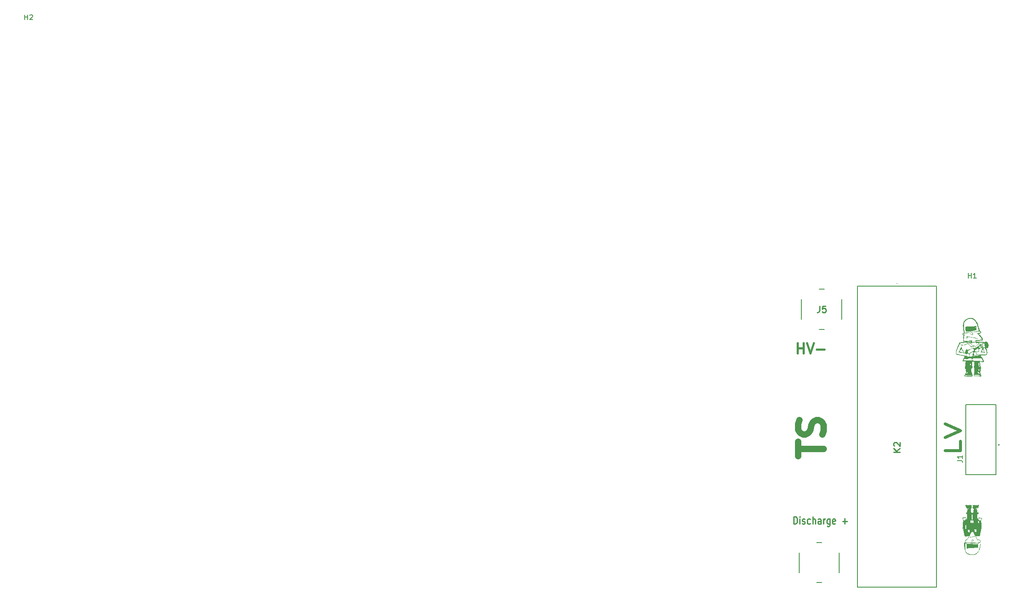
<source format=gbr>
%TF.GenerationSoftware,KiCad,Pcbnew,9.0.1*%
%TF.CreationDate,2025-05-24T18:06:33+02:00*%
%TF.ProjectId,main,6d61696e-2e6b-4696-9361-645f70636258,1.0*%
%TF.SameCoordinates,Original*%
%TF.FileFunction,Legend,Top*%
%TF.FilePolarity,Positive*%
%FSLAX46Y46*%
G04 Gerber Fmt 4.6, Leading zero omitted, Abs format (unit mm)*
G04 Created by KiCad (PCBNEW 9.0.1) date 2025-05-24 18:06:33*
%MOMM*%
%LPD*%
G01*
G04 APERTURE LIST*
%ADD10C,1.250000*%
%ADD11C,0.240000*%
%ADD12C,0.400000*%
%ADD13C,0.600000*%
%ADD14C,0.254000*%
%ADD15C,0.150000*%
%ADD16C,0.000000*%
%ADD17C,0.200000*%
%ADD18C,0.127000*%
%ADD19C,0.100000*%
G04 APERTURE END LIST*
D10*
X156823095Y-86701441D02*
X156823095Y-83844298D01*
X161823095Y-85272870D02*
X156823095Y-85272870D01*
X161585000Y-82415727D02*
X161823095Y-81701441D01*
X161823095Y-81701441D02*
X161823095Y-80510965D01*
X161823095Y-80510965D02*
X161585000Y-80034774D01*
X161585000Y-80034774D02*
X161346904Y-79796679D01*
X161346904Y-79796679D02*
X160870714Y-79558584D01*
X160870714Y-79558584D02*
X160394523Y-79558584D01*
X160394523Y-79558584D02*
X159918333Y-79796679D01*
X159918333Y-79796679D02*
X159680238Y-80034774D01*
X159680238Y-80034774D02*
X159442142Y-80510965D01*
X159442142Y-80510965D02*
X159204047Y-81463346D01*
X159204047Y-81463346D02*
X158965952Y-81939536D01*
X158965952Y-81939536D02*
X158727857Y-82177631D01*
X158727857Y-82177631D02*
X158251666Y-82415727D01*
X158251666Y-82415727D02*
X157775476Y-82415727D01*
X157775476Y-82415727D02*
X157299285Y-82177631D01*
X157299285Y-82177631D02*
X157061190Y-81939536D01*
X157061190Y-81939536D02*
X156823095Y-81463346D01*
X156823095Y-81463346D02*
X156823095Y-80272869D01*
X156823095Y-80272869D02*
X157061190Y-79558584D01*
D11*
X155943608Y-100303948D02*
X155943608Y-98803948D01*
X155943608Y-98803948D02*
X156229322Y-98803948D01*
X156229322Y-98803948D02*
X156400751Y-98875377D01*
X156400751Y-98875377D02*
X156515036Y-99018234D01*
X156515036Y-99018234D02*
X156572179Y-99161091D01*
X156572179Y-99161091D02*
X156629322Y-99446805D01*
X156629322Y-99446805D02*
X156629322Y-99661091D01*
X156629322Y-99661091D02*
X156572179Y-99946805D01*
X156572179Y-99946805D02*
X156515036Y-100089662D01*
X156515036Y-100089662D02*
X156400751Y-100232520D01*
X156400751Y-100232520D02*
X156229322Y-100303948D01*
X156229322Y-100303948D02*
X155943608Y-100303948D01*
X157143608Y-100303948D02*
X157143608Y-99303948D01*
X157143608Y-98803948D02*
X157086465Y-98875377D01*
X157086465Y-98875377D02*
X157143608Y-98946805D01*
X157143608Y-98946805D02*
X157200751Y-98875377D01*
X157200751Y-98875377D02*
X157143608Y-98803948D01*
X157143608Y-98803948D02*
X157143608Y-98946805D01*
X157657894Y-100232520D02*
X157772180Y-100303948D01*
X157772180Y-100303948D02*
X158000751Y-100303948D01*
X158000751Y-100303948D02*
X158115037Y-100232520D01*
X158115037Y-100232520D02*
X158172180Y-100089662D01*
X158172180Y-100089662D02*
X158172180Y-100018234D01*
X158172180Y-100018234D02*
X158115037Y-99875377D01*
X158115037Y-99875377D02*
X158000751Y-99803948D01*
X158000751Y-99803948D02*
X157829323Y-99803948D01*
X157829323Y-99803948D02*
X157715037Y-99732520D01*
X157715037Y-99732520D02*
X157657894Y-99589662D01*
X157657894Y-99589662D02*
X157657894Y-99518234D01*
X157657894Y-99518234D02*
X157715037Y-99375377D01*
X157715037Y-99375377D02*
X157829323Y-99303948D01*
X157829323Y-99303948D02*
X158000751Y-99303948D01*
X158000751Y-99303948D02*
X158115037Y-99375377D01*
X159200752Y-100232520D02*
X159086466Y-100303948D01*
X159086466Y-100303948D02*
X158857894Y-100303948D01*
X158857894Y-100303948D02*
X158743609Y-100232520D01*
X158743609Y-100232520D02*
X158686466Y-100161091D01*
X158686466Y-100161091D02*
X158629323Y-100018234D01*
X158629323Y-100018234D02*
X158629323Y-99589662D01*
X158629323Y-99589662D02*
X158686466Y-99446805D01*
X158686466Y-99446805D02*
X158743609Y-99375377D01*
X158743609Y-99375377D02*
X158857894Y-99303948D01*
X158857894Y-99303948D02*
X159086466Y-99303948D01*
X159086466Y-99303948D02*
X159200752Y-99375377D01*
X159715037Y-100303948D02*
X159715037Y-98803948D01*
X160229323Y-100303948D02*
X160229323Y-99518234D01*
X160229323Y-99518234D02*
X160172180Y-99375377D01*
X160172180Y-99375377D02*
X160057894Y-99303948D01*
X160057894Y-99303948D02*
X159886465Y-99303948D01*
X159886465Y-99303948D02*
X159772180Y-99375377D01*
X159772180Y-99375377D02*
X159715037Y-99446805D01*
X161315037Y-100303948D02*
X161315037Y-99518234D01*
X161315037Y-99518234D02*
X161257894Y-99375377D01*
X161257894Y-99375377D02*
X161143608Y-99303948D01*
X161143608Y-99303948D02*
X160915037Y-99303948D01*
X160915037Y-99303948D02*
X160800751Y-99375377D01*
X161315037Y-100232520D02*
X161200751Y-100303948D01*
X161200751Y-100303948D02*
X160915037Y-100303948D01*
X160915037Y-100303948D02*
X160800751Y-100232520D01*
X160800751Y-100232520D02*
X160743608Y-100089662D01*
X160743608Y-100089662D02*
X160743608Y-99946805D01*
X160743608Y-99946805D02*
X160800751Y-99803948D01*
X160800751Y-99803948D02*
X160915037Y-99732520D01*
X160915037Y-99732520D02*
X161200751Y-99732520D01*
X161200751Y-99732520D02*
X161315037Y-99661091D01*
X161886465Y-100303948D02*
X161886465Y-99303948D01*
X161886465Y-99589662D02*
X161943608Y-99446805D01*
X161943608Y-99446805D02*
X162000751Y-99375377D01*
X162000751Y-99375377D02*
X162115036Y-99303948D01*
X162115036Y-99303948D02*
X162229322Y-99303948D01*
X163143608Y-99303948D02*
X163143608Y-100518234D01*
X163143608Y-100518234D02*
X163086465Y-100661091D01*
X163086465Y-100661091D02*
X163029322Y-100732520D01*
X163029322Y-100732520D02*
X162915036Y-100803948D01*
X162915036Y-100803948D02*
X162743608Y-100803948D01*
X162743608Y-100803948D02*
X162629322Y-100732520D01*
X163143608Y-100232520D02*
X163029322Y-100303948D01*
X163029322Y-100303948D02*
X162800750Y-100303948D01*
X162800750Y-100303948D02*
X162686465Y-100232520D01*
X162686465Y-100232520D02*
X162629322Y-100161091D01*
X162629322Y-100161091D02*
X162572179Y-100018234D01*
X162572179Y-100018234D02*
X162572179Y-99589662D01*
X162572179Y-99589662D02*
X162629322Y-99446805D01*
X162629322Y-99446805D02*
X162686465Y-99375377D01*
X162686465Y-99375377D02*
X162800750Y-99303948D01*
X162800750Y-99303948D02*
X163029322Y-99303948D01*
X163029322Y-99303948D02*
X163143608Y-99375377D01*
X164172179Y-100232520D02*
X164057893Y-100303948D01*
X164057893Y-100303948D02*
X163829322Y-100303948D01*
X163829322Y-100303948D02*
X163715036Y-100232520D01*
X163715036Y-100232520D02*
X163657893Y-100089662D01*
X163657893Y-100089662D02*
X163657893Y-99518234D01*
X163657893Y-99518234D02*
X163715036Y-99375377D01*
X163715036Y-99375377D02*
X163829322Y-99303948D01*
X163829322Y-99303948D02*
X164057893Y-99303948D01*
X164057893Y-99303948D02*
X164172179Y-99375377D01*
X164172179Y-99375377D02*
X164229322Y-99518234D01*
X164229322Y-99518234D02*
X164229322Y-99661091D01*
X164229322Y-99661091D02*
X163657893Y-99803948D01*
X165657893Y-99732520D02*
X166572179Y-99732520D01*
X166115036Y-100303948D02*
X166115036Y-99161091D01*
D12*
X156739347Y-66234438D02*
X156739347Y-64234438D01*
X156739347Y-65186819D02*
X157882204Y-65186819D01*
X157882204Y-66234438D02*
X157882204Y-64234438D01*
X158548871Y-64234438D02*
X159215537Y-66234438D01*
X159215537Y-66234438D02*
X159882204Y-64234438D01*
X160548871Y-65472533D02*
X162072681Y-65472533D01*
D13*
X189101657Y-83748121D02*
X189101657Y-85652883D01*
X189101657Y-85652883D02*
X186101657Y-85652883D01*
X186101657Y-82986216D02*
X189101657Y-81652883D01*
X189101657Y-81652883D02*
X186101657Y-80319549D01*
D14*
X161076667Y-56804318D02*
X161076667Y-57711461D01*
X161076667Y-57711461D02*
X161016190Y-57892889D01*
X161016190Y-57892889D02*
X160895238Y-58013842D01*
X160895238Y-58013842D02*
X160713809Y-58074318D01*
X160713809Y-58074318D02*
X160592857Y-58074318D01*
X162286190Y-56804318D02*
X161681428Y-56804318D01*
X161681428Y-56804318D02*
X161620952Y-57409080D01*
X161620952Y-57409080D02*
X161681428Y-57348603D01*
X161681428Y-57348603D02*
X161802381Y-57288127D01*
X161802381Y-57288127D02*
X162104762Y-57288127D01*
X162104762Y-57288127D02*
X162225714Y-57348603D01*
X162225714Y-57348603D02*
X162286190Y-57409080D01*
X162286190Y-57409080D02*
X162346667Y-57530032D01*
X162346667Y-57530032D02*
X162346667Y-57832413D01*
X162346667Y-57832413D02*
X162286190Y-57953365D01*
X162286190Y-57953365D02*
X162225714Y-58013842D01*
X162225714Y-58013842D02*
X162104762Y-58074318D01*
X162104762Y-58074318D02*
X161802381Y-58074318D01*
X161802381Y-58074318D02*
X161681428Y-58013842D01*
X161681428Y-58013842D02*
X161620952Y-57953365D01*
D15*
X188569819Y-87658333D02*
X189284104Y-87658333D01*
X189284104Y-87658333D02*
X189426961Y-87705952D01*
X189426961Y-87705952D02*
X189522200Y-87801190D01*
X189522200Y-87801190D02*
X189569819Y-87944047D01*
X189569819Y-87944047D02*
X189569819Y-88039285D01*
X189569819Y-86658333D02*
X189569819Y-87229761D01*
X189569819Y-86944047D02*
X188569819Y-86944047D01*
X188569819Y-86944047D02*
X188712676Y-87039285D01*
X188712676Y-87039285D02*
X188807914Y-87134523D01*
X188807914Y-87134523D02*
X188855533Y-87229761D01*
X2713095Y270180D02*
X2713095Y1270180D01*
X2713095Y793990D02*
X3284523Y793990D01*
X3284523Y270180D02*
X3284523Y1270180D01*
X3713095Y1174942D02*
X3760714Y1222561D01*
X3760714Y1222561D02*
X3855952Y1270180D01*
X3855952Y1270180D02*
X4094047Y1270180D01*
X4094047Y1270180D02*
X4189285Y1222561D01*
X4189285Y1222561D02*
X4236904Y1174942D01*
X4236904Y1174942D02*
X4284523Y1079704D01*
X4284523Y1079704D02*
X4284523Y984466D01*
X4284523Y984466D02*
X4236904Y841609D01*
X4236904Y841609D02*
X3665476Y270180D01*
X3665476Y270180D02*
X4284523Y270180D01*
D14*
X177114318Y-85937381D02*
X175844318Y-85937381D01*
X177114318Y-85211666D02*
X176388603Y-85755952D01*
X175844318Y-85211666D02*
X176570032Y-85937381D01*
X175965270Y-84727857D02*
X175904794Y-84667381D01*
X175904794Y-84667381D02*
X175844318Y-84546428D01*
X175844318Y-84546428D02*
X175844318Y-84244047D01*
X175844318Y-84244047D02*
X175904794Y-84123095D01*
X175904794Y-84123095D02*
X175965270Y-84062619D01*
X175965270Y-84062619D02*
X176086222Y-84002142D01*
X176086222Y-84002142D02*
X176207175Y-84002142D01*
X176207175Y-84002142D02*
X176388603Y-84062619D01*
X176388603Y-84062619D02*
X177114318Y-84788333D01*
X177114318Y-84788333D02*
X177114318Y-84002142D01*
D15*
X190738095Y-51254819D02*
X190738095Y-50254819D01*
X190738095Y-50731009D02*
X191309523Y-50731009D01*
X191309523Y-51254819D02*
X191309523Y-50254819D01*
X192309523Y-51254819D02*
X191738095Y-51254819D01*
X192023809Y-51254819D02*
X192023809Y-50254819D01*
X192023809Y-50254819D02*
X191928571Y-50397676D01*
X191928571Y-50397676D02*
X191833333Y-50492914D01*
X191833333Y-50492914D02*
X191738095Y-50540533D01*
D16*
%TO.C,G\u002A\u002A\u002A*%
G36*
X191416414Y-99723293D02*
G01*
X191417912Y-99723766D01*
X191434927Y-99729576D01*
X191445944Y-99734194D01*
X191452043Y-99738200D01*
X191454303Y-99742171D01*
X191454396Y-99743305D01*
X191455892Y-99749544D01*
X191457579Y-99751212D01*
X191461064Y-99755111D01*
X191466123Y-99763527D01*
X191471628Y-99774196D01*
X191476450Y-99784859D01*
X191479459Y-99793251D01*
X191479934Y-99796018D01*
X191483049Y-99800948D01*
X191489055Y-99803832D01*
X191495901Y-99807257D01*
X191498176Y-99811128D01*
X191495066Y-99815667D01*
X191489055Y-99818425D01*
X191479934Y-99820714D01*
X191479934Y-99885990D01*
X191479880Y-99909475D01*
X191479641Y-99926774D01*
X191479107Y-99939001D01*
X191478165Y-99947265D01*
X191476705Y-99952679D01*
X191474613Y-99956353D01*
X191472638Y-99958562D01*
X191469236Y-99962872D01*
X191467074Y-99968653D01*
X191465886Y-99977515D01*
X191465403Y-99991067D01*
X191465341Y-100002457D01*
X191464976Y-100021388D01*
X191463601Y-100033782D01*
X191460791Y-100040374D01*
X191456125Y-100041900D01*
X191449180Y-100039095D01*
X191445569Y-100036859D01*
X191440308Y-100032630D01*
X191437471Y-100027263D01*
X191436332Y-100018541D01*
X191436154Y-100008114D01*
X191435617Y-99994287D01*
X191433319Y-99984361D01*
X191428232Y-99974977D01*
X191424297Y-99969404D01*
X191412439Y-99953269D01*
X191412356Y-99860146D01*
X191412208Y-99833359D01*
X191411836Y-99807706D01*
X191411277Y-99784496D01*
X191410568Y-99765038D01*
X191409744Y-99750640D01*
X191409113Y-99744220D01*
X191407613Y-99731444D01*
X191407959Y-99724559D01*
X191410708Y-99722273D01*
X191416414Y-99723293D01*
G37*
G36*
X191606023Y-103367278D02*
G01*
X191632520Y-103369517D01*
X191641932Y-103370458D01*
X191669338Y-103375169D01*
X191691616Y-103383681D01*
X191710353Y-103396938D01*
X191727135Y-103415887D01*
X191733484Y-103425011D01*
X191741124Y-103437878D01*
X191745004Y-103448691D01*
X191746238Y-103460825D01*
X191746266Y-103463706D01*
X191746879Y-103475965D01*
X191748442Y-103485901D01*
X191749608Y-103489328D01*
X191757507Y-103506471D01*
X191763025Y-103524299D01*
X191766965Y-103545632D01*
X191768086Y-103554168D01*
X191770661Y-103573155D01*
X191773822Y-103593362D01*
X191776948Y-103610866D01*
X191777407Y-103613169D01*
X191782156Y-103651725D01*
X191780915Y-103692109D01*
X191776886Y-103720038D01*
X191773595Y-103739769D01*
X191770424Y-103761911D01*
X191768048Y-103781733D01*
X191768014Y-103782061D01*
X191765409Y-103807437D01*
X191763239Y-103826471D01*
X191761166Y-103840076D01*
X191758855Y-103849164D01*
X191755969Y-103854649D01*
X191752171Y-103857444D01*
X191747124Y-103858463D01*
X191740492Y-103858618D01*
X191739791Y-103858621D01*
X191731529Y-103857201D01*
X191725744Y-103852100D01*
X191721772Y-103842187D01*
X191718947Y-103826336D01*
X191718472Y-103822446D01*
X191716074Y-103808800D01*
X191712534Y-103795705D01*
X191711564Y-103793006D01*
X191705159Y-103771696D01*
X191699863Y-103743817D01*
X191695740Y-103710022D01*
X191692858Y-103670965D01*
X191691282Y-103627298D01*
X191691005Y-103589757D01*
X191690942Y-103564612D01*
X191690541Y-103543645D01*
X191689838Y-103527654D01*
X191688865Y-103517438D01*
X191687783Y-103513838D01*
X191684605Y-103508661D01*
X191684243Y-103505923D01*
X191681930Y-103500099D01*
X191676014Y-103491476D01*
X191671354Y-103485929D01*
X191663434Y-103475642D01*
X191657798Y-103465538D01*
X191656406Y-103461367D01*
X191650988Y-103451703D01*
X191639984Y-103444271D01*
X191624973Y-103439909D01*
X191614486Y-103439113D01*
X191600187Y-103440472D01*
X191583310Y-103444079D01*
X191566081Y-103449230D01*
X191550728Y-103455221D01*
X191539480Y-103461347D01*
X191536570Y-103463737D01*
X191529336Y-103473491D01*
X191523778Y-103485168D01*
X191523523Y-103485950D01*
X191519369Y-103497285D01*
X191513582Y-103510912D01*
X191510576Y-103517358D01*
X191505238Y-103530750D01*
X191502540Y-103544791D01*
X191501825Y-103561879D01*
X191500687Y-103583023D01*
X191497162Y-103597723D01*
X191491084Y-103606488D01*
X191486261Y-103609071D01*
X191481678Y-103611713D01*
X191480581Y-103617062D01*
X191481698Y-103624646D01*
X191483388Y-103635621D01*
X191484038Y-103644605D01*
X191484025Y-103645247D01*
X191484022Y-103672189D01*
X191486304Y-103693165D01*
X191489250Y-103704660D01*
X191492583Y-103716894D01*
X191494409Y-103728191D01*
X191494528Y-103730740D01*
X191496260Y-103739384D01*
X191500768Y-103751436D01*
X191506166Y-103762536D01*
X191510382Y-103770451D01*
X191513461Y-103777285D01*
X191515613Y-103784398D01*
X191517052Y-103793152D01*
X191517988Y-103804908D01*
X191518634Y-103821028D01*
X191519202Y-103842873D01*
X191519296Y-103846819D01*
X191519723Y-103872188D01*
X191519619Y-103890699D01*
X191518969Y-103902773D01*
X191517754Y-103908831D01*
X191516779Y-103909754D01*
X191513478Y-103906715D01*
X191512770Y-103902756D01*
X191512056Y-103893353D01*
X191508959Y-103887962D01*
X191502045Y-103885764D01*
X191489883Y-103885943D01*
X191484108Y-103886417D01*
X191470690Y-103887358D01*
X191461863Y-103886808D01*
X191454981Y-103884190D01*
X191447397Y-103878925D01*
X191446456Y-103878198D01*
X191437374Y-103870039D01*
X191430595Y-103861980D01*
X191429207Y-103859595D01*
X191423674Y-103843731D01*
X191419105Y-103822835D01*
X191415871Y-103799147D01*
X191414338Y-103774908D01*
X191414264Y-103768702D01*
X191414010Y-103752525D01*
X191413312Y-103731363D01*
X191412263Y-103707507D01*
X191410959Y-103683248D01*
X191410322Y-103672949D01*
X191408789Y-103645447D01*
X191408266Y-103623627D01*
X191408882Y-103605930D01*
X191410765Y-103590795D01*
X191414044Y-103576662D01*
X191418848Y-103561969D01*
X191419643Y-103559795D01*
X191424813Y-103547660D01*
X191430520Y-103536853D01*
X191432195Y-103534256D01*
X191437044Y-103524914D01*
X191442552Y-103510581D01*
X191448028Y-103493439D01*
X191452781Y-103475668D01*
X191456120Y-103459448D01*
X191456330Y-103458126D01*
X191460430Y-103444552D01*
X191467510Y-103436728D01*
X191473958Y-103430278D01*
X191476286Y-103424100D01*
X191479395Y-103415919D01*
X191487853Y-103405889D01*
X191500359Y-103395160D01*
X191515610Y-103384884D01*
X191528469Y-103377973D01*
X191541115Y-103372620D01*
X191553855Y-103368962D01*
X191568028Y-103366911D01*
X191584972Y-103366380D01*
X191606023Y-103367278D01*
G37*
G36*
X191946777Y-102645428D02*
G01*
X191955924Y-102648886D01*
X191956048Y-102648941D01*
X191965644Y-102654977D01*
X191972465Y-102661923D01*
X191979592Y-102669341D01*
X191985622Y-102673020D01*
X191992379Y-102679386D01*
X191995499Y-102689535D01*
X191998744Y-102700659D01*
X192003713Y-102709675D01*
X192004233Y-102710284D01*
X192007697Y-102715786D01*
X192009730Y-102723982D01*
X192010639Y-102736615D01*
X192010773Y-102747497D01*
X192010492Y-102763215D01*
X192009293Y-102774051D01*
X192006642Y-102782410D01*
X192002003Y-102790695D01*
X192000740Y-102792631D01*
X191994920Y-102802059D01*
X191991299Y-102809146D01*
X191990707Y-102811190D01*
X191987476Y-102817503D01*
X191979031Y-102824562D01*
X191967244Y-102831371D01*
X191953985Y-102836933D01*
X191941126Y-102840251D01*
X191935191Y-102840759D01*
X191928349Y-102838004D01*
X191919421Y-102830940D01*
X191910229Y-102821417D01*
X191902599Y-102811286D01*
X191898784Y-102803818D01*
X191894426Y-102795316D01*
X191889885Y-102793760D01*
X191886808Y-102796869D01*
X191881910Y-102801151D01*
X191871866Y-102807592D01*
X191858203Y-102815398D01*
X191842449Y-102823776D01*
X191826132Y-102831936D01*
X191810778Y-102839083D01*
X191797915Y-102844425D01*
X191790489Y-102846855D01*
X191777847Y-102850277D01*
X191767213Y-102853597D01*
X191762684Y-102855322D01*
X191755382Y-102857919D01*
X191743693Y-102861341D01*
X191732111Y-102864355D01*
X191716080Y-102869087D01*
X191699589Y-102875196D01*
X191690343Y-102879346D01*
X191679775Y-102883769D01*
X191664099Y-102889223D01*
X191645310Y-102895060D01*
X191625401Y-102900633D01*
X191622409Y-102901414D01*
X191599381Y-102907367D01*
X191574097Y-102913904D01*
X191549753Y-102920199D01*
X191531012Y-102925046D01*
X191510198Y-102930111D01*
X191487850Y-102935035D01*
X191467197Y-102939127D01*
X191456220Y-102941013D01*
X191438839Y-102943863D01*
X191421751Y-102946905D01*
X191407992Y-102949590D01*
X191405143Y-102950205D01*
X191392768Y-102952978D01*
X191376390Y-102956659D01*
X191359120Y-102960547D01*
X191355438Y-102961377D01*
X191334789Y-102964857D01*
X191309491Y-102967297D01*
X191281300Y-102968698D01*
X191251972Y-102969062D01*
X191223261Y-102968392D01*
X191196925Y-102966689D01*
X191174718Y-102963954D01*
X191161641Y-102961176D01*
X191147390Y-102957566D01*
X191134755Y-102954958D01*
X191126339Y-102953883D01*
X191126015Y-102953879D01*
X191112998Y-102950717D01*
X191102756Y-102941080D01*
X191095107Y-102924922D01*
X191091043Y-102914475D01*
X191087166Y-102907380D01*
X191085373Y-102905663D01*
X191082596Y-102901648D01*
X191079642Y-102892771D01*
X191078184Y-102886277D01*
X191076436Y-102875201D01*
X191076966Y-102868495D01*
X191080379Y-102863426D01*
X191083977Y-102860108D01*
X191090947Y-102851271D01*
X191093188Y-102839583D01*
X191093206Y-102838036D01*
X191094575Y-102825896D01*
X191099541Y-102818837D01*
X191109396Y-102815709D01*
X191118839Y-102815241D01*
X191132774Y-102816764D01*
X191142574Y-102821974D01*
X191148994Y-102831832D01*
X191152790Y-102847296D01*
X191154155Y-102860081D01*
X191156228Y-102887500D01*
X191207718Y-102890048D01*
X191228761Y-102890774D01*
X191254691Y-102891184D01*
X191283105Y-102891268D01*
X191311601Y-102891015D01*
X191332175Y-102890582D01*
X191373695Y-102889074D01*
X191408488Y-102886994D01*
X191437106Y-102884272D01*
X191460102Y-102880839D01*
X191478028Y-102876628D01*
X191491437Y-102871569D01*
X191493473Y-102870531D01*
X191500559Y-102868271D01*
X191512758Y-102865835D01*
X191527908Y-102863627D01*
X191534630Y-102862865D01*
X191550322Y-102861029D01*
X191562051Y-102858763D01*
X191572270Y-102855185D01*
X191583434Y-102849418D01*
X191597996Y-102840579D01*
X191599617Y-102839566D01*
X191613936Y-102830871D01*
X191626811Y-102823535D01*
X191636456Y-102818550D01*
X191640045Y-102817072D01*
X191647232Y-102814367D01*
X191656745Y-102809745D01*
X191669541Y-102802677D01*
X191686575Y-102792638D01*
X191707503Y-102779900D01*
X191722669Y-102771129D01*
X191737444Y-102763520D01*
X191749528Y-102758218D01*
X191753712Y-102756827D01*
X191764702Y-102753572D01*
X191773346Y-102750506D01*
X191775024Y-102749763D01*
X191782382Y-102746251D01*
X191795388Y-102740173D01*
X191813050Y-102731990D01*
X191834375Y-102722161D01*
X191858371Y-102711145D01*
X191858453Y-102711108D01*
X191871697Y-102704820D01*
X191881971Y-102699523D01*
X191887788Y-102696004D01*
X191888561Y-102695168D01*
X191890736Y-102691352D01*
X191896228Y-102684170D01*
X191899498Y-102680251D01*
X191906074Y-102671705D01*
X191909973Y-102664974D01*
X191910434Y-102663219D01*
X191913377Y-102658697D01*
X191920517Y-102652945D01*
X191929341Y-102647597D01*
X191937339Y-102644293D01*
X191940060Y-102643910D01*
X191946777Y-102645428D01*
G37*
G36*
X192688753Y-104741931D02*
G01*
X192691139Y-104780393D01*
X192693499Y-104819039D01*
X192695785Y-104857083D01*
X192697950Y-104893735D01*
X192699947Y-104928208D01*
X192701728Y-104959714D01*
X192703244Y-104987465D01*
X192704450Y-105010672D01*
X192705296Y-105028549D01*
X192705736Y-105040306D01*
X192705789Y-105043519D01*
X192705179Y-105059817D01*
X192703498Y-105072132D01*
X192701229Y-105078426D01*
X192695389Y-105082269D01*
X192685492Y-105085399D01*
X192674042Y-105087429D01*
X192663542Y-105087968D01*
X192656497Y-105086627D01*
X192655267Y-105085576D01*
X192650693Y-105083112D01*
X192640231Y-105079665D01*
X192625176Y-105075545D01*
X192606822Y-105071062D01*
X192586462Y-105066528D01*
X192565390Y-105062251D01*
X192544901Y-105058544D01*
X192537964Y-105057416D01*
X192511514Y-105053642D01*
X192484484Y-105050610D01*
X192455764Y-105048259D01*
X192424249Y-105046528D01*
X192388832Y-105045359D01*
X192348404Y-105044691D01*
X192301860Y-105044465D01*
X192298995Y-105044464D01*
X192269410Y-105044553D01*
X192239788Y-105044843D01*
X192209702Y-105045359D01*
X192178727Y-105046127D01*
X192146435Y-105047173D01*
X192112401Y-105048522D01*
X192076198Y-105050199D01*
X192037400Y-105052231D01*
X191995581Y-105054642D01*
X191950314Y-105057458D01*
X191901174Y-105060705D01*
X191847733Y-105064409D01*
X191789567Y-105068594D01*
X191726247Y-105073287D01*
X191657349Y-105078513D01*
X191582446Y-105084298D01*
X191501112Y-105090666D01*
X191416088Y-105097393D01*
X191312246Y-105105562D01*
X191213484Y-105113167D01*
X191119944Y-105120200D01*
X191031769Y-105126654D01*
X190949100Y-105132519D01*
X190872080Y-105137787D01*
X190800851Y-105142450D01*
X190735556Y-105146499D01*
X190676336Y-105149925D01*
X190623333Y-105152721D01*
X190576690Y-105154878D01*
X190536550Y-105156387D01*
X190503053Y-105157241D01*
X190476344Y-105157430D01*
X190456562Y-105156946D01*
X190443852Y-105155781D01*
X190441059Y-105155199D01*
X190434660Y-105151564D01*
X190432850Y-105147886D01*
X190431286Y-105142703D01*
X190427046Y-105132589D01*
X190420813Y-105119092D01*
X190414598Y-105106400D01*
X190405756Y-105087855D01*
X190397044Y-105068010D01*
X190389763Y-105049892D01*
X190386821Y-105041708D01*
X190383427Y-105031349D01*
X190381004Y-105022601D01*
X190379447Y-105014019D01*
X190378650Y-105004160D01*
X190378505Y-104991580D01*
X190378906Y-104974836D01*
X190379747Y-104952482D01*
X190379920Y-104948170D01*
X190380793Y-104924026D01*
X190381169Y-104906223D01*
X190381018Y-104893823D01*
X190380306Y-104885886D01*
X190379002Y-104881472D01*
X190377615Y-104879907D01*
X190374804Y-104876680D01*
X190378143Y-104872617D01*
X190378724Y-104872157D01*
X190383402Y-104864908D01*
X190386998Y-104851224D01*
X190389516Y-104830993D01*
X190389656Y-104828379D01*
X192470084Y-104828379D01*
X192470670Y-104840438D01*
X192470910Y-104843122D01*
X192472481Y-104856798D01*
X192474579Y-104865214D01*
X192478018Y-104870400D01*
X192483366Y-104874245D01*
X192494284Y-104878445D01*
X192506463Y-104880222D01*
X192506603Y-104880222D01*
X192515316Y-104879698D01*
X192518950Y-104876692D01*
X192519717Y-104869051D01*
X192519722Y-104867453D01*
X192520305Y-104858887D01*
X192523444Y-104855374D01*
X192531224Y-104854684D01*
X192531660Y-104854684D01*
X192543722Y-104851996D01*
X192555573Y-104845082D01*
X192565146Y-104835664D01*
X192570376Y-104825466D01*
X192570799Y-104822029D01*
X192572467Y-104813020D01*
X192575781Y-104807662D01*
X192579333Y-104801668D01*
X192582264Y-104791598D01*
X192582950Y-104787575D01*
X192586387Y-104773688D01*
X192592034Y-104760050D01*
X192593172Y-104758002D01*
X192599472Y-104742230D01*
X192602680Y-104722657D01*
X192603165Y-104709912D01*
X192602096Y-104702036D01*
X192598928Y-104696675D01*
X192596038Y-104693895D01*
X192586130Y-104687823D01*
X192578282Y-104688006D01*
X192573401Y-104694372D01*
X192573025Y-104695678D01*
X192568573Y-104703239D01*
X192560336Y-104710859D01*
X192558101Y-104712353D01*
X192547361Y-104720726D01*
X192538031Y-104730731D01*
X192537246Y-104731808D01*
X192528966Y-104742586D01*
X192520161Y-104752674D01*
X192519850Y-104752998D01*
X192502112Y-104771633D01*
X192488978Y-104786316D01*
X192479829Y-104798191D01*
X192474043Y-104808398D01*
X192471002Y-104818080D01*
X192470084Y-104828379D01*
X190389656Y-104828379D01*
X190390959Y-104804105D01*
X190391330Y-104770451D01*
X190390632Y-104729919D01*
X190388868Y-104682400D01*
X190386042Y-104627782D01*
X190385706Y-104622013D01*
X190383774Y-104588191D01*
X190381868Y-104553059D01*
X190380067Y-104518207D01*
X190378450Y-104485226D01*
X190377096Y-104455705D01*
X190376085Y-104431232D01*
X190375791Y-104423121D01*
X190374913Y-104400945D01*
X190373911Y-104381369D01*
X190372861Y-104365522D01*
X190371840Y-104354533D01*
X190370924Y-104349531D01*
X190370795Y-104349363D01*
X190366153Y-104347932D01*
X190356464Y-104345704D01*
X190344367Y-104343268D01*
X190320465Y-104338734D01*
X190317972Y-104312135D01*
X190316117Y-104297215D01*
X190313826Y-104288671D01*
X190310836Y-104285585D01*
X190310318Y-104285537D01*
X190305658Y-104283975D01*
X190305155Y-104282800D01*
X190308585Y-104281887D01*
X190318016Y-104281237D01*
X190332154Y-104280892D01*
X190349708Y-104280899D01*
X190357144Y-104281006D01*
X190367203Y-104281178D01*
X190384070Y-104281452D01*
X190407259Y-104281822D01*
X190436281Y-104282280D01*
X190470651Y-104282818D01*
X190509881Y-104283429D01*
X190553482Y-104284106D01*
X190600969Y-104284839D01*
X190651854Y-104285623D01*
X190705649Y-104286450D01*
X190761868Y-104287312D01*
X190820023Y-104288201D01*
X190879626Y-104289109D01*
X190892546Y-104289306D01*
X190957779Y-104290303D01*
X191029294Y-104291402D01*
X191106074Y-104292587D01*
X191187104Y-104293844D01*
X191271369Y-104295155D01*
X191357854Y-104296505D01*
X191445544Y-104297878D01*
X191533423Y-104299258D01*
X191620476Y-104300629D01*
X191705689Y-104301976D01*
X191788045Y-104303282D01*
X191866531Y-104304532D01*
X191934157Y-104305613D01*
X192016990Y-104306940D01*
X192092836Y-104308149D01*
X192162003Y-104309245D01*
X192224801Y-104310232D01*
X192281539Y-104311112D01*
X192332524Y-104311889D01*
X192378066Y-104312566D01*
X192418473Y-104313147D01*
X192454055Y-104313635D01*
X192485120Y-104314034D01*
X192511976Y-104314346D01*
X192534933Y-104314576D01*
X192554299Y-104314726D01*
X192570383Y-104314800D01*
X192583494Y-104314802D01*
X192593941Y-104314735D01*
X192602032Y-104314601D01*
X192608075Y-104314406D01*
X192612381Y-104314151D01*
X192615257Y-104313840D01*
X192617012Y-104313478D01*
X192617884Y-104313112D01*
X192620717Y-104308742D01*
X192624790Y-104299323D01*
X192629269Y-104286803D01*
X192629715Y-104285430D01*
X192635331Y-104270787D01*
X192640675Y-104262065D01*
X192645370Y-104259665D01*
X192649040Y-104263990D01*
X192649250Y-104264559D01*
X192649948Y-104269171D01*
X192651191Y-104280143D01*
X192652892Y-104296565D01*
X192654970Y-104317526D01*
X192657338Y-104342116D01*
X192659913Y-104369427D01*
X192662611Y-104398547D01*
X192665346Y-104428566D01*
X192668036Y-104458575D01*
X192670594Y-104487663D01*
X192672938Y-104514920D01*
X192674982Y-104539437D01*
X192676555Y-104559165D01*
X192678098Y-104579971D01*
X192679901Y-104605690D01*
X192681915Y-104635533D01*
X192684093Y-104668713D01*
X192686389Y-104704442D01*
X192686734Y-104709912D01*
X192688753Y-104741931D01*
G37*
G36*
X191405434Y-96626288D02*
G01*
X191410378Y-96633886D01*
X191420539Y-96648032D01*
X191424648Y-96665056D01*
X191422577Y-96683577D01*
X191416363Y-96698584D01*
X191406076Y-96716386D01*
X191396954Y-96730984D01*
X191389721Y-96741273D01*
X191385172Y-96746107D01*
X191379750Y-96752337D01*
X191373680Y-96763783D01*
X191367799Y-96778516D01*
X191362940Y-96794608D01*
X191361534Y-96800689D01*
X191358365Y-96813991D01*
X191354996Y-96825310D01*
X191352685Y-96831074D01*
X191349101Y-96839582D01*
X191349890Y-96845358D01*
X191355944Y-96849449D01*
X191368160Y-96852901D01*
X191372054Y-96853740D01*
X191383790Y-96856517D01*
X191392663Y-96859946D01*
X191399038Y-96864990D01*
X191403274Y-96872614D01*
X191405736Y-96883782D01*
X191406785Y-96899457D01*
X191406783Y-96920603D01*
X191406196Y-96944617D01*
X191404384Y-97007401D01*
X191415330Y-97022512D01*
X191426277Y-97037623D01*
X191420275Y-97080387D01*
X191417738Y-97097682D01*
X191415345Y-97112623D01*
X191413373Y-97123548D01*
X191412156Y-97128668D01*
X191407769Y-97133436D01*
X191399124Y-97139115D01*
X191394447Y-97141514D01*
X191384328Y-97147423D01*
X191376922Y-97155280D01*
X191370033Y-97167495D01*
X191369197Y-97169243D01*
X191364059Y-97180941D01*
X191360556Y-97190537D01*
X191359538Y-97195130D01*
X191356594Y-97201162D01*
X191354204Y-97202665D01*
X191348462Y-97207677D01*
X191346913Y-97210759D01*
X191342808Y-97216392D01*
X191334828Y-97223346D01*
X191331268Y-97225857D01*
X191318619Y-97234776D01*
X191306414Y-97244321D01*
X191296077Y-97253268D01*
X191289031Y-97260390D01*
X191286680Y-97264235D01*
X191283829Y-97268512D01*
X191277001Y-97274255D01*
X191275688Y-97275161D01*
X191266771Y-97283398D01*
X191260404Y-97293117D01*
X191260338Y-97293273D01*
X191255947Y-97301403D01*
X191248472Y-97312921D01*
X191241567Y-97322538D01*
X191239413Y-97325538D01*
X191237995Y-97327403D01*
X191220140Y-97350699D01*
X191226324Y-97409622D01*
X191229303Y-97437035D01*
X191232882Y-97468330D01*
X191236975Y-97502860D01*
X191241495Y-97539980D01*
X191246355Y-97579044D01*
X191251469Y-97619407D01*
X191256750Y-97660422D01*
X191262113Y-97701443D01*
X191267470Y-97741826D01*
X191272735Y-97780923D01*
X191277822Y-97818090D01*
X191282644Y-97852681D01*
X191287115Y-97884049D01*
X191291149Y-97911549D01*
X191294658Y-97934536D01*
X191297557Y-97952363D01*
X191299758Y-97964385D01*
X191301177Y-97969956D01*
X191301379Y-97970254D01*
X191304456Y-97974238D01*
X191309686Y-97982849D01*
X191315800Y-97993969D01*
X191322106Y-98006836D01*
X191325200Y-98016527D01*
X191325760Y-98026040D01*
X191324967Y-98034522D01*
X191322637Y-98053243D01*
X191478814Y-98055608D01*
X191512607Y-98056132D01*
X191544734Y-98056653D01*
X191574329Y-98057157D01*
X191600525Y-98057627D01*
X191622459Y-98058047D01*
X191639264Y-98058401D01*
X191650074Y-98058675D01*
X191652979Y-98058777D01*
X191670968Y-98059582D01*
X191677187Y-98024553D01*
X191680748Y-98004690D01*
X191683524Y-97990941D01*
X191686060Y-97982245D01*
X191688896Y-97977540D01*
X191692576Y-97975766D01*
X191697642Y-97975861D01*
X191701789Y-97976403D01*
X191710740Y-97977149D01*
X191714774Y-97975234D01*
X191716146Y-97969322D01*
X191716277Y-97967830D01*
X191717018Y-97961203D01*
X191718609Y-97948580D01*
X191720887Y-97931190D01*
X191723691Y-97910264D01*
X191726858Y-97887030D01*
X191727967Y-97878987D01*
X191731911Y-97850174D01*
X191736420Y-97816804D01*
X191741134Y-97781556D01*
X191745696Y-97747113D01*
X191749746Y-97716154D01*
X191749920Y-97714810D01*
X191754584Y-97680488D01*
X191760115Y-97642546D01*
X191766304Y-97602210D01*
X191772947Y-97560707D01*
X191779835Y-97519261D01*
X191786761Y-97479099D01*
X191793520Y-97441447D01*
X191799902Y-97407530D01*
X191805703Y-97378576D01*
X191810031Y-97358739D01*
X191809477Y-97353260D01*
X191805025Y-97346011D01*
X191795919Y-97335917D01*
X191789471Y-97329552D01*
X191776664Y-97317003D01*
X191766436Y-97306735D01*
X192118400Y-97306735D01*
X192120301Y-97310895D01*
X192125278Y-97319226D01*
X192132082Y-97329665D01*
X192145763Y-97349945D01*
X192171302Y-97349608D01*
X192186393Y-97349071D01*
X192199841Y-97347613D01*
X192213423Y-97344806D01*
X192228917Y-97340224D01*
X192248100Y-97333441D01*
X192264335Y-97327284D01*
X192288779Y-97317307D01*
X192311166Y-97306791D01*
X192332525Y-97295035D01*
X192353887Y-97281340D01*
X192376281Y-97265008D01*
X192400737Y-97245338D01*
X192428284Y-97221631D01*
X192454619Y-97198038D01*
X192474123Y-97180628D01*
X192495632Y-97161906D01*
X192517000Y-97143708D01*
X192536083Y-97127875D01*
X192542926Y-97122352D01*
X192557376Y-97110488D01*
X192569388Y-97099988D01*
X192577972Y-97091769D01*
X192582135Y-97086748D01*
X192582356Y-97085880D01*
X192576364Y-97077683D01*
X192565090Y-97073304D01*
X192549509Y-97072810D01*
X192530595Y-97076262D01*
X192514871Y-97081456D01*
X192498989Y-97087393D01*
X192482084Y-97093346D01*
X192472293Y-97096587D01*
X192461107Y-97100459D01*
X192453059Y-97103841D01*
X192450403Y-97105523D01*
X192446008Y-97109101D01*
X192440964Y-97112092D01*
X192433707Y-97116620D01*
X192422118Y-97124644D01*
X192407583Y-97135127D01*
X192391488Y-97147033D01*
X192375219Y-97159325D01*
X192360163Y-97170966D01*
X192347706Y-97180921D01*
X192339233Y-97188151D01*
X192339127Y-97188249D01*
X192314509Y-97208707D01*
X192287771Y-97227075D01*
X192260725Y-97242283D01*
X192235182Y-97253264D01*
X192222379Y-97257127D01*
X192205716Y-97261813D01*
X192188435Y-97267598D01*
X192176774Y-97272184D01*
X192163168Y-97278608D01*
X192149117Y-97286004D01*
X192136143Y-97293470D01*
X192125773Y-97300103D01*
X192119531Y-97305002D01*
X192118400Y-97306735D01*
X191766436Y-97306735D01*
X191763659Y-97303947D01*
X191753060Y-97293000D01*
X191752146Y-97292029D01*
X191741685Y-97280958D01*
X191728991Y-97267629D01*
X191717476Y-97255620D01*
X191705113Y-97242134D01*
X191692319Y-97227159D01*
X191682817Y-97215176D01*
X191674271Y-97204026D01*
X191666685Y-97194579D01*
X191662016Y-97189227D01*
X191656798Y-97182220D01*
X191650887Y-97171994D01*
X191649247Y-97168703D01*
X191640490Y-97155996D01*
X191629310Y-97147873D01*
X191619835Y-97145663D01*
X191617104Y-97144446D01*
X191614880Y-97140398D01*
X191613119Y-97132923D01*
X191611781Y-97121425D01*
X191610822Y-97105311D01*
X191610200Y-97083983D01*
X191609875Y-97056846D01*
X191609803Y-97023305D01*
X191609848Y-97004156D01*
X191609896Y-96971847D01*
X191609949Y-96945996D01*
X191610243Y-96925765D01*
X191611016Y-96910317D01*
X191612505Y-96898818D01*
X191614945Y-96890429D01*
X191618574Y-96884316D01*
X191623629Y-96879641D01*
X191630346Y-96875568D01*
X191638962Y-96871261D01*
X191648871Y-96866321D01*
X191662534Y-96858691D01*
X191669970Y-96852278D01*
X191671703Y-96845533D01*
X191668260Y-96836907D01*
X191662045Y-96827490D01*
X191657231Y-96819785D01*
X191655066Y-96814550D01*
X191655056Y-96814369D01*
X191652981Y-96807058D01*
X191647526Y-96796096D01*
X191639849Y-96783548D01*
X191631106Y-96771477D01*
X191630797Y-96771090D01*
X191623868Y-96761640D01*
X191619384Y-96753934D01*
X191618457Y-96751024D01*
X191616297Y-96744461D01*
X191612984Y-96739084D01*
X191608729Y-96731056D01*
X191607628Y-96725912D01*
X191605668Y-96719364D01*
X191600721Y-96709924D01*
X191597972Y-96705631D01*
X191591563Y-96693717D01*
X191587932Y-96679756D01*
X191586572Y-96667310D01*
X191586134Y-96651839D01*
X191586748Y-96647660D01*
X192370138Y-96647660D01*
X192371962Y-96649484D01*
X192373787Y-96647660D01*
X192371962Y-96645835D01*
X192370138Y-96647660D01*
X191586748Y-96647660D01*
X191587469Y-96642749D01*
X191588931Y-96640644D01*
X191592104Y-96635380D01*
X191593034Y-96629130D01*
X191594956Y-96620589D01*
X191599786Y-96609765D01*
X191602155Y-96605703D01*
X191607579Y-96596560D01*
X191609659Y-96592376D01*
X191987977Y-96592376D01*
X191988156Y-96601407D01*
X191988290Y-96603076D01*
X191990584Y-96616980D01*
X191994349Y-96627132D01*
X191998799Y-96632871D01*
X192003148Y-96633537D01*
X192006610Y-96628470D01*
X192008215Y-96619809D01*
X192007737Y-96605609D01*
X192004137Y-96594576D01*
X191998098Y-96588308D01*
X191994411Y-96587461D01*
X191989810Y-96588369D01*
X191987977Y-96592376D01*
X191609659Y-96592376D01*
X191610849Y-96589982D01*
X191611282Y-96588446D01*
X191614180Y-96584895D01*
X191621383Y-96579462D01*
X191630673Y-96573535D01*
X191639831Y-96568501D01*
X191646638Y-96565746D01*
X191647883Y-96565571D01*
X191654619Y-96564525D01*
X191663918Y-96562036D01*
X191671914Y-96559514D01*
X191684937Y-96555409D01*
X191701056Y-96550329D01*
X191715255Y-96545854D01*
X191734774Y-96540140D01*
X191755117Y-96534905D01*
X191773371Y-96530867D01*
X191782750Y-96529222D01*
X191800611Y-96526334D01*
X191819716Y-96522806D01*
X191833827Y-96519862D01*
X191849179Y-96516577D01*
X191863542Y-96514028D01*
X191878698Y-96512001D01*
X191896427Y-96510282D01*
X191918513Y-96508655D01*
X191935981Y-96507549D01*
X191953944Y-96506279D01*
X191969589Y-96504844D01*
X191981288Y-96503416D01*
X191987410Y-96502167D01*
X191987541Y-96502112D01*
X191991032Y-96501770D01*
X191993627Y-96505325D01*
X191995974Y-96514078D01*
X191997483Y-96522082D01*
X191999857Y-96534180D01*
X192002066Y-96543135D01*
X192003463Y-96546708D01*
X192007387Y-96546955D01*
X192017915Y-96546923D01*
X192034357Y-96546629D01*
X192056026Y-96546093D01*
X192082234Y-96545335D01*
X192112294Y-96544373D01*
X192145517Y-96543226D01*
X192181216Y-96541914D01*
X192194182Y-96541418D01*
X192230643Y-96540070D01*
X192264918Y-96538914D01*
X192296311Y-96537967D01*
X192324127Y-96537245D01*
X192347671Y-96536762D01*
X192366249Y-96536536D01*
X192379165Y-96536581D01*
X192385724Y-96536912D01*
X192386385Y-96537095D01*
X192387663Y-96542422D01*
X192386842Y-96553788D01*
X192384730Y-96566494D01*
X192381976Y-96584764D01*
X192380047Y-96605291D01*
X192379449Y-96619809D01*
X192379429Y-96620297D01*
X192379259Y-96647660D01*
X192429902Y-96648678D01*
X192480544Y-96649696D01*
X192478243Y-96638189D01*
X192476544Y-96626512D01*
X192475941Y-96616947D01*
X192474435Y-96609581D01*
X192468559Y-96605247D01*
X192464084Y-96603722D01*
X192452227Y-96600231D01*
X192450305Y-96567395D01*
X192449548Y-96552740D01*
X192449138Y-96541121D01*
X192449128Y-96534255D01*
X192449277Y-96533156D01*
X192453770Y-96531531D01*
X192464254Y-96530034D01*
X192479427Y-96528727D01*
X192497983Y-96527671D01*
X192518618Y-96526931D01*
X192540027Y-96526566D01*
X192560906Y-96526640D01*
X192576836Y-96527077D01*
X192601695Y-96527844D01*
X192619444Y-96527810D01*
X192630032Y-96526977D01*
X192633386Y-96525589D01*
X192638295Y-96521304D01*
X192649268Y-96517287D01*
X192665072Y-96513653D01*
X192684476Y-96510517D01*
X192706247Y-96507994D01*
X192729154Y-96506201D01*
X192751964Y-96505251D01*
X192773447Y-96505261D01*
X192792369Y-96506345D01*
X192807500Y-96508619D01*
X192809527Y-96509112D01*
X192824519Y-96513858D01*
X192835015Y-96519864D01*
X192841923Y-96528489D01*
X192846150Y-96541091D01*
X192848602Y-96559029D01*
X192849339Y-96568757D01*
X192850064Y-96587818D01*
X192849682Y-96604060D01*
X192848255Y-96615451D01*
X192847904Y-96616786D01*
X192845803Y-96627954D01*
X192844678Y-96642161D01*
X192844623Y-96649484D01*
X192844866Y-96662798D01*
X192844962Y-96674585D01*
X192844935Y-96679247D01*
X192843115Y-96686708D01*
X192838385Y-96698637D01*
X192831614Y-96713259D01*
X192823669Y-96728797D01*
X192815419Y-96743477D01*
X192807730Y-96755523D01*
X192807500Y-96755850D01*
X192802729Y-96763616D01*
X192800650Y-96769028D01*
X192800647Y-96769141D01*
X192797735Y-96773443D01*
X192795174Y-96774848D01*
X192790345Y-96779872D01*
X192789702Y-96782918D01*
X192787755Y-96789190D01*
X192782772Y-96798737D01*
X192778757Y-96805106D01*
X192772623Y-96814697D01*
X192768651Y-96821873D01*
X192767811Y-96824231D01*
X192765458Y-96829029D01*
X192759335Y-96837274D01*
X192750844Y-96847406D01*
X192741391Y-96857865D01*
X192732378Y-96867094D01*
X192725210Y-96873533D01*
X192721510Y-96875654D01*
X192715735Y-96878261D01*
X192714976Y-96879224D01*
X192715049Y-96884810D01*
X192718314Y-96893230D01*
X192723361Y-96901657D01*
X192728779Y-96907263D01*
X192729046Y-96907425D01*
X192732574Y-96912818D01*
X192735838Y-96923497D01*
X192738587Y-96937451D01*
X192740565Y-96952667D01*
X192741521Y-96967136D01*
X192741201Y-96978846D01*
X192739352Y-96985785D01*
X192738968Y-96986250D01*
X192735725Y-96992917D01*
X192734976Y-96998418D01*
X192733364Y-97005957D01*
X192730967Y-97009072D01*
X192726649Y-97014034D01*
X192722758Y-97021194D01*
X192718440Y-97028234D01*
X192710130Y-97039424D01*
X192698820Y-97053587D01*
X192685504Y-97069547D01*
X192671387Y-97085880D01*
X192671174Y-97086126D01*
X192656826Y-97102147D01*
X192643450Y-97116433D01*
X192636213Y-97123773D01*
X192625315Y-97133900D01*
X192610509Y-97146795D01*
X192593708Y-97160828D01*
X192576826Y-97174370D01*
X192576212Y-97174850D01*
X192560372Y-97187307D01*
X192545428Y-97199195D01*
X192532925Y-97209277D01*
X192524409Y-97216314D01*
X192523568Y-97217033D01*
X192515747Y-97223088D01*
X192503285Y-97231952D01*
X192487723Y-97242559D01*
X192470602Y-97253846D01*
X192465543Y-97257109D01*
X192420484Y-97286012D01*
X192422435Y-97298838D01*
X192423693Y-97305384D01*
X192426372Y-97318113D01*
X192430268Y-97336095D01*
X192435178Y-97358402D01*
X192440897Y-97384102D01*
X192447220Y-97412266D01*
X192452109Y-97433885D01*
X192464455Y-97488539D01*
X192475217Y-97536790D01*
X192484516Y-97579328D01*
X192492467Y-97616845D01*
X192499190Y-97650034D01*
X192504801Y-97679587D01*
X192509418Y-97706194D01*
X192513160Y-97730548D01*
X192516144Y-97753340D01*
X192518487Y-97775264D01*
X192520308Y-97797009D01*
X192521725Y-97819269D01*
X192522854Y-97842734D01*
X192523213Y-97851624D01*
X192524405Y-97878929D01*
X192525854Y-97906803D01*
X192527449Y-97933395D01*
X192529075Y-97956851D01*
X192530621Y-97975318D01*
X192530973Y-97978858D01*
X192535476Y-98022179D01*
X192557698Y-98020329D01*
X192574133Y-98017849D01*
X192592090Y-98013505D01*
X192601810Y-98010358D01*
X192629725Y-98000187D01*
X192652179Y-97992486D01*
X192670434Y-97986893D01*
X192685755Y-97983047D01*
X192699406Y-97980587D01*
X192710320Y-97979343D01*
X192738565Y-97976876D01*
X192736937Y-97987218D01*
X192736408Y-97993621D01*
X192735778Y-98006206D01*
X192735086Y-98023858D01*
X192734372Y-98045462D01*
X192733678Y-98069906D01*
X192733163Y-98090778D01*
X192731018Y-98183996D01*
X192743806Y-98200744D01*
X192752870Y-98214513D01*
X192761199Y-98230235D01*
X192764130Y-98237043D01*
X192771666Y-98256594D01*
X192745112Y-98282223D01*
X192730235Y-98295890D01*
X192713704Y-98310003D01*
X192698388Y-98322140D01*
X192693891Y-98325441D01*
X192669224Y-98343029D01*
X192652505Y-98324434D01*
X192641990Y-98313654D01*
X192634953Y-98308892D01*
X192630881Y-98310060D01*
X192629259Y-98317066D01*
X192629173Y-98320357D01*
X192628408Y-98331996D01*
X192625080Y-98338627D01*
X192617643Y-98341608D01*
X192604549Y-98342295D01*
X192604156Y-98342294D01*
X192591634Y-98342877D01*
X192574581Y-98344473D01*
X192555649Y-98346809D01*
X192544054Y-98348521D01*
X192504539Y-98354784D01*
X192504818Y-98358052D01*
X192506580Y-98378657D01*
X192506844Y-98385166D01*
X192507134Y-98398523D01*
X192507445Y-98418281D01*
X192507773Y-98443990D01*
X192508115Y-98475203D01*
X192508466Y-98511471D01*
X192508824Y-98552346D01*
X192509183Y-98597379D01*
X192509540Y-98646123D01*
X192509892Y-98698129D01*
X192510234Y-98752948D01*
X192510562Y-98810133D01*
X192510874Y-98869235D01*
X192510998Y-98894424D01*
X192513376Y-99386319D01*
X192522306Y-99384077D01*
X192529174Y-99383246D01*
X192541306Y-99382619D01*
X192557155Y-99382197D01*
X192575176Y-99381980D01*
X192593822Y-99381968D01*
X192611548Y-99382160D01*
X192626809Y-99382557D01*
X192638057Y-99383159D01*
X192643747Y-99383965D01*
X192643987Y-99384079D01*
X192646407Y-99382656D01*
X192647308Y-99375062D01*
X192646759Y-99362243D01*
X192644832Y-99345150D01*
X192641597Y-99324731D01*
X192638257Y-99307326D01*
X192633461Y-99282536D01*
X192630579Y-99263501D01*
X192629537Y-99248956D01*
X192630259Y-99237638D01*
X192632668Y-99228282D01*
X192633407Y-99226388D01*
X192633461Y-99226222D01*
X192709422Y-99226222D01*
X192709437Y-99253394D01*
X192709437Y-99256718D01*
X192709437Y-99342142D01*
X192719467Y-99357570D01*
X192728138Y-99369875D01*
X192735972Y-99377545D01*
X192745437Y-99382449D01*
X192756866Y-99385907D01*
X192768481Y-99388953D01*
X192778111Y-99391499D01*
X192780486Y-99392135D01*
X192786080Y-99395502D01*
X192795121Y-99402928D01*
X192806096Y-99413122D01*
X192812187Y-99419212D01*
X192824981Y-99433162D01*
X192834614Y-99446115D01*
X192842244Y-99460169D01*
X192849034Y-99477423D01*
X192855323Y-99497220D01*
X192862010Y-99512736D01*
X192872277Y-99528933D01*
X192884288Y-99543317D01*
X192896206Y-99553395D01*
X192897086Y-99553932D01*
X192907402Y-99563018D01*
X192917805Y-99577576D01*
X192920895Y-99583053D01*
X192931221Y-99599304D01*
X192944134Y-99612830D01*
X192955104Y-99621525D01*
X192967386Y-99629686D01*
X192983008Y-99638846D01*
X193000469Y-99648265D01*
X193018270Y-99657201D01*
X193034909Y-99664911D01*
X193048888Y-99670654D01*
X193058706Y-99673686D01*
X193061132Y-99673975D01*
X193071473Y-99671372D01*
X193083376Y-99664784D01*
X193093936Y-99655998D01*
X193097710Y-99651476D01*
X193102348Y-99644686D01*
X193109717Y-99633695D01*
X193118546Y-99620402D01*
X193122726Y-99614070D01*
X193135282Y-99595075D01*
X193144675Y-99581122D01*
X193151722Y-99571136D01*
X193157240Y-99564044D01*
X193162047Y-99558771D01*
X193166959Y-99554243D01*
X193170546Y-99551233D01*
X193180980Y-99544563D01*
X193195161Y-99537893D01*
X193207617Y-99533439D01*
X193224571Y-99527247D01*
X193236836Y-99519692D01*
X193243833Y-99513022D01*
X193251457Y-99503504D01*
X193260185Y-99490922D01*
X193268997Y-99476981D01*
X193276872Y-99463384D01*
X193282790Y-99451837D01*
X193285730Y-99444042D01*
X193285881Y-99442807D01*
X193288000Y-99436478D01*
X193289529Y-99435020D01*
X193292646Y-99429849D01*
X193293178Y-99426029D01*
X193294600Y-99420862D01*
X193299178Y-99413166D01*
X193307377Y-99402343D01*
X193319661Y-99387792D01*
X193336497Y-99368917D01*
X193343670Y-99361048D01*
X193355818Y-99347241D01*
X193364215Y-99335848D01*
X193370410Y-99324263D01*
X193375951Y-99309884D01*
X193378360Y-99302674D01*
X193383325Y-99288401D01*
X193387900Y-99276890D01*
X193391385Y-99269842D01*
X193392466Y-99268541D01*
X193393319Y-99263875D01*
X193390837Y-99253601D01*
X193387011Y-99243002D01*
X193381860Y-99229143D01*
X193377602Y-99216254D01*
X193375408Y-99208163D01*
X193369224Y-99195220D01*
X193357719Y-99185066D01*
X193342714Y-99178979D01*
X193332273Y-99177809D01*
X193310375Y-99180277D01*
X193292396Y-99187373D01*
X193282997Y-99194708D01*
X193276363Y-99201163D01*
X193272025Y-99202595D01*
X193267148Y-99199167D01*
X193263766Y-99195827D01*
X193254885Y-99190030D01*
X193246819Y-99191410D01*
X193239332Y-99200021D01*
X193238472Y-99201524D01*
X193234798Y-99207180D01*
X193230195Y-99210774D01*
X193222779Y-99213090D01*
X193210666Y-99214913D01*
X193204640Y-99215617D01*
X193187528Y-99216847D01*
X193172206Y-99216683D01*
X193162959Y-99215496D01*
X193149067Y-99212226D01*
X193147243Y-99189835D01*
X193144356Y-99171528D01*
X193138539Y-99159275D01*
X193128764Y-99152084D01*
X193113999Y-99148965D01*
X193104442Y-99148622D01*
X193083695Y-99149617D01*
X193066645Y-99152408D01*
X193054401Y-99156706D01*
X193048076Y-99162222D01*
X193047631Y-99163398D01*
X193043071Y-99169188D01*
X193035721Y-99172724D01*
X193027885Y-99173406D01*
X193021599Y-99169750D01*
X193017112Y-99164682D01*
X193011539Y-99156871D01*
X193008710Y-99151255D01*
X193008622Y-99150665D01*
X193006107Y-99146472D01*
X192999672Y-99139410D01*
X192994177Y-99134179D01*
X192980675Y-99118622D01*
X192971732Y-99101291D01*
X192968472Y-99084370D01*
X192968472Y-99084268D01*
X192966545Y-99075580D01*
X192961928Y-99067139D01*
X192956369Y-99061746D01*
X192954014Y-99061061D01*
X192951833Y-99064256D01*
X192949173Y-99072286D01*
X192948195Y-99076243D01*
X192945460Y-99085669D01*
X192941245Y-99091053D01*
X192933241Y-99094664D01*
X192927773Y-99096319D01*
X192917782Y-99099740D01*
X192911462Y-99104197D01*
X192906611Y-99111834D01*
X192902689Y-99120753D01*
X192897339Y-99132301D01*
X192891505Y-99140642D01*
X192883947Y-99146291D01*
X192873422Y-99149760D01*
X192858690Y-99151564D01*
X192838508Y-99152216D01*
X192826521Y-99152270D01*
X192805993Y-99152423D01*
X192791213Y-99153002D01*
X192780639Y-99154192D01*
X192772726Y-99156176D01*
X192765931Y-99159137D01*
X192765116Y-99159567D01*
X192752150Y-99164426D01*
X192738129Y-99166813D01*
X192736241Y-99166864D01*
X192727917Y-99166806D01*
X192721518Y-99167195D01*
X192716791Y-99168875D01*
X192713484Y-99172692D01*
X192711346Y-99179491D01*
X192710124Y-99190115D01*
X192709567Y-99205411D01*
X192709422Y-99226222D01*
X192633461Y-99226222D01*
X192636234Y-99217622D01*
X192636922Y-99211672D01*
X192638419Y-99203883D01*
X192644117Y-99192086D01*
X192653228Y-99177603D01*
X192664967Y-99161753D01*
X192671003Y-99154402D01*
X192681497Y-99140747D01*
X192689827Y-99127481D01*
X192694528Y-99116950D01*
X192694614Y-99116641D01*
X192697144Y-99108430D01*
X192700466Y-99103849D01*
X192706655Y-99101488D01*
X192717785Y-99099939D01*
X192719490Y-99099747D01*
X192732228Y-99098570D01*
X192749563Y-99097298D01*
X192768800Y-99096118D01*
X192780581Y-99095512D01*
X192804792Y-99093557D01*
X192823766Y-99090309D01*
X192836919Y-99085929D01*
X192843667Y-99080579D01*
X192844459Y-99077816D01*
X192846791Y-99072978D01*
X192852668Y-99065249D01*
X192856384Y-99061061D01*
X192866315Y-99049871D01*
X192876760Y-99037340D01*
X192879726Y-99033603D01*
X192896952Y-99017065D01*
X192917941Y-99006762D01*
X192942584Y-99002745D01*
X192946187Y-99002687D01*
X192964444Y-99003829D01*
X192979633Y-99007891D01*
X192993774Y-99015828D01*
X193008884Y-99028596D01*
X193016159Y-99035785D01*
X193030222Y-99049023D01*
X193042734Y-99057522D01*
X193056111Y-99062282D01*
X193072773Y-99064305D01*
X193085895Y-99064622D01*
X193100474Y-99065271D01*
X193112722Y-99067607D01*
X193124776Y-99072422D01*
X193138773Y-99080509D01*
X193151365Y-99088876D01*
X193165838Y-99099685D01*
X193175135Y-99109111D01*
X193180757Y-99118711D01*
X193181170Y-99119728D01*
X193186788Y-99134029D01*
X193208373Y-99134029D01*
X193221448Y-99133514D01*
X193230923Y-99131178D01*
X193240200Y-99125831D01*
X193247518Y-99120347D01*
X193265079Y-99106666D01*
X193317197Y-99106666D01*
X193337697Y-99106711D01*
X193352240Y-99106985D01*
X193362167Y-99107695D01*
X193368818Y-99109047D01*
X193373532Y-99111249D01*
X193377651Y-99114507D01*
X193379587Y-99116297D01*
X193389558Y-99124122D01*
X193401828Y-99131825D01*
X193405365Y-99133701D01*
X193415119Y-99139365D01*
X193419705Y-99144802D01*
X193420870Y-99152110D01*
X193420871Y-99152314D01*
X193423610Y-99163048D01*
X193428168Y-99167711D01*
X193433856Y-99172361D01*
X193435464Y-99175191D01*
X193437714Y-99179753D01*
X193442430Y-99185591D01*
X193452262Y-99199076D01*
X193461582Y-99216848D01*
X193469058Y-99235946D01*
X193473363Y-99253406D01*
X193473571Y-99254975D01*
X193474633Y-99263875D01*
X193476030Y-99275591D01*
X193452117Y-99305211D01*
X193434537Y-99329315D01*
X193421754Y-99352598D01*
X193417002Y-99363878D01*
X193408435Y-99383289D01*
X193399838Y-99396707D01*
X193393622Y-99403027D01*
X193382497Y-99416224D01*
X193377522Y-99427819D01*
X193373032Y-99440240D01*
X193365775Y-99452648D01*
X193354724Y-99466527D01*
X193339371Y-99482832D01*
X193329506Y-99493975D01*
X193317803Y-99508933D01*
X193306143Y-99525246D01*
X193300898Y-99533169D01*
X193280079Y-99565648D01*
X193302661Y-99815918D01*
X193307343Y-99868107D01*
X193311387Y-99914016D01*
X193314860Y-99954626D01*
X193317828Y-99990920D01*
X193320357Y-100023881D01*
X193322512Y-100054490D01*
X193324359Y-100083730D01*
X193325965Y-100112583D01*
X193327395Y-100142032D01*
X193328716Y-100173059D01*
X193329993Y-100206646D01*
X193331208Y-100241311D01*
X193332651Y-100283319D01*
X193334302Y-100330782D01*
X193336097Y-100381865D01*
X193337971Y-100434731D01*
X193339857Y-100487544D01*
X193341691Y-100538468D01*
X193343408Y-100585667D01*
X193344160Y-100606149D01*
X193345645Y-100649500D01*
X193347049Y-100696242D01*
X193348334Y-100744758D01*
X193349464Y-100793434D01*
X193350405Y-100840655D01*
X193351120Y-100884806D01*
X193351573Y-100924271D01*
X193351706Y-100945448D01*
X193352020Y-101029852D01*
X193352263Y-101095031D01*
X193335401Y-101186241D01*
X193327550Y-101227868D01*
X193319942Y-101266252D01*
X193312191Y-101303136D01*
X193303909Y-101340262D01*
X193294709Y-101379372D01*
X193284203Y-101422211D01*
X193273549Y-101464456D01*
X193267264Y-101489565D01*
X193261218Y-101514500D01*
X193255794Y-101537618D01*
X193255229Y-101540133D01*
X193251377Y-101557278D01*
X193248350Y-101571836D01*
X193247961Y-101573907D01*
X193245650Y-101586412D01*
X193242243Y-101604686D01*
X193238003Y-101627328D01*
X193233192Y-101652937D01*
X193228473Y-101677994D01*
X193228074Y-101680112D01*
X193224194Y-101700662D01*
X193218830Y-101729379D01*
X193212590Y-101763333D01*
X193205829Y-101800568D01*
X193198898Y-101839127D01*
X193192152Y-101877057D01*
X193185943Y-101912399D01*
X193185076Y-101917379D01*
X193179210Y-101950843D01*
X193174362Y-101977786D01*
X193170381Y-101998889D01*
X193167112Y-102014833D01*
X193164405Y-102026298D01*
X193162105Y-102033965D01*
X193160061Y-102038517D01*
X193158120Y-102040633D01*
X193157387Y-102040937D01*
X193151927Y-102043278D01*
X193150891Y-102044621D01*
X193150197Y-102048597D01*
X193148244Y-102058739D01*
X193145227Y-102074064D01*
X193141342Y-102093587D01*
X193136781Y-102116326D01*
X193132748Y-102136317D01*
X193127397Y-102163761D01*
X193121337Y-102196510D01*
X193114901Y-102232647D01*
X193108426Y-102270255D01*
X193102245Y-102307418D01*
X193096694Y-102342218D01*
X193096043Y-102346424D01*
X193089812Y-102386504D01*
X193084382Y-102420490D01*
X193079527Y-102449514D01*
X193075021Y-102474705D01*
X193070638Y-102497196D01*
X193066153Y-102518116D01*
X193061338Y-102538596D01*
X193055969Y-102559768D01*
X193049819Y-102582761D01*
X193046092Y-102596338D01*
X193040476Y-102616779D01*
X193035460Y-102635243D01*
X193031406Y-102650379D01*
X193028678Y-102660833D01*
X193027730Y-102664745D01*
X193025253Y-102671144D01*
X193022999Y-102672954D01*
X193019373Y-102675683D01*
X193013246Y-102682701D01*
X193010388Y-102686478D01*
X193008471Y-102689012D01*
X192998995Y-102700240D01*
X192987462Y-102711110D01*
X192975649Y-102720216D01*
X192965334Y-102726153D01*
X192959589Y-102727680D01*
X192953933Y-102730686D01*
X192949426Y-102737108D01*
X192945105Y-102743666D01*
X192938758Y-102745183D01*
X192933999Y-102744562D01*
X192906055Y-102740427D01*
X192875213Y-102737262D01*
X192843085Y-102735114D01*
X192811280Y-102734031D01*
X192781412Y-102734062D01*
X192755091Y-102735255D01*
X192733928Y-102737656D01*
X192729503Y-102738478D01*
X192719604Y-102739812D01*
X192702943Y-102741188D01*
X192680054Y-102742587D01*
X192651471Y-102743990D01*
X192617730Y-102745375D01*
X192579363Y-102746725D01*
X192536906Y-102748019D01*
X192490894Y-102749238D01*
X192441859Y-102750363D01*
X192390337Y-102751373D01*
X192365417Y-102751802D01*
X192334563Y-102752377D01*
X192306170Y-102753034D01*
X192281025Y-102753744D01*
X192259914Y-102754481D01*
X192243623Y-102755215D01*
X192232939Y-102755919D01*
X192228647Y-102756566D01*
X192228603Y-102756656D01*
X192230349Y-102760197D01*
X192235157Y-102769839D01*
X192242814Y-102785159D01*
X192253110Y-102805737D01*
X192265832Y-102831150D01*
X192280771Y-102860977D01*
X192297715Y-102894796D01*
X192316452Y-102932185D01*
X192336771Y-102972723D01*
X192358462Y-103015989D01*
X192381312Y-103061560D01*
X192405111Y-103109016D01*
X192408446Y-103115665D01*
X192436477Y-103171544D01*
X192461432Y-103221256D01*
X192483498Y-103265159D01*
X192502867Y-103303610D01*
X192519727Y-103336966D01*
X192534269Y-103365586D01*
X192546683Y-103389827D01*
X192557157Y-103410046D01*
X192565882Y-103426601D01*
X192573046Y-103439850D01*
X192578841Y-103450150D01*
X192583455Y-103457859D01*
X192587079Y-103463334D01*
X192589901Y-103466933D01*
X192592112Y-103469014D01*
X192593902Y-103469933D01*
X192595459Y-103470050D01*
X192596338Y-103469888D01*
X192604754Y-103468258D01*
X192617415Y-103466249D01*
X192629173Y-103464617D01*
X192670466Y-103456687D01*
X192709437Y-103444585D01*
X192716366Y-103442410D01*
X192724704Y-103440814D01*
X192735584Y-103439724D01*
X192750136Y-103439070D01*
X192769493Y-103438779D01*
X192794786Y-103438781D01*
X192800647Y-103438809D01*
X192837254Y-103439300D01*
X192867825Y-103440417D01*
X192893604Y-103442291D01*
X192915835Y-103445055D01*
X192935762Y-103448839D01*
X192954628Y-103453774D01*
X192960903Y-103455699D01*
X192997999Y-103471100D01*
X193032716Y-103493075D01*
X193065230Y-103521765D01*
X193095712Y-103557314D01*
X193111806Y-103580040D01*
X193128801Y-103606631D01*
X193141710Y-103629599D01*
X193151262Y-103650806D01*
X193158183Y-103672112D01*
X193163204Y-103695380D01*
X193166845Y-103720750D01*
X193171536Y-103776332D01*
X193171496Y-103826718D01*
X193170161Y-103839247D01*
X193166636Y-103872337D01*
X193156869Y-103913621D01*
X193142108Y-103951001D01*
X193122265Y-103984907D01*
X193109840Y-104001395D01*
X193101829Y-104009546D01*
X193090788Y-104017555D01*
X193075350Y-104026308D01*
X193058162Y-104034796D01*
X193041076Y-104043108D01*
X193030146Y-104049219D01*
X193025565Y-104053478D01*
X193027528Y-104056236D01*
X193036228Y-104057843D01*
X193051858Y-104058649D01*
X193071539Y-104058974D01*
X193107110Y-104059337D01*
X193107110Y-104077579D01*
X193107110Y-104095821D01*
X193123305Y-104095821D01*
X193139499Y-104095821D01*
X193141411Y-104111327D01*
X193141891Y-104118125D01*
X193142502Y-104131316D01*
X193143220Y-104149999D01*
X193144019Y-104173273D01*
X193144876Y-104200236D01*
X193145767Y-104229986D01*
X193146666Y-104261622D01*
X193147550Y-104294242D01*
X193148394Y-104326945D01*
X193149174Y-104358828D01*
X193149866Y-104388992D01*
X193150445Y-104416534D01*
X193150887Y-104440552D01*
X193151167Y-104460145D01*
X193151262Y-104474411D01*
X193151258Y-104476047D01*
X193150791Y-104497489D01*
X193149592Y-104524820D01*
X193147760Y-104556679D01*
X193145647Y-104588021D01*
X193145398Y-104591708D01*
X193142605Y-104628546D01*
X193139482Y-104665832D01*
X193136131Y-104702208D01*
X193132652Y-104736312D01*
X193130634Y-104754353D01*
X193121365Y-104824509D01*
X193109887Y-104893625D01*
X193095983Y-104962401D01*
X193079436Y-105031536D01*
X193060030Y-105101730D01*
X193037547Y-105173682D01*
X193011770Y-105248092D01*
X192982483Y-105325658D01*
X192949469Y-105407081D01*
X192912510Y-105493059D01*
X192877233Y-105571556D01*
X192861841Y-105605017D01*
X192848664Y-105633173D01*
X192837007Y-105657408D01*
X192826172Y-105679106D01*
X192815461Y-105699653D01*
X192804179Y-105720432D01*
X192791628Y-105742827D01*
X192786304Y-105752184D01*
X192741854Y-105826391D01*
X192696436Y-105894610D01*
X192648999Y-105958149D01*
X192598493Y-106018314D01*
X192543866Y-106076415D01*
X192484070Y-106133759D01*
X192468644Y-106147723D01*
X192395174Y-106211283D01*
X192324130Y-106268131D01*
X192255336Y-106318371D01*
X192188617Y-106362105D01*
X192123796Y-106399438D01*
X192060696Y-106430474D01*
X191999142Y-106455317D01*
X191938956Y-106474070D01*
X191898904Y-106483361D01*
X191869897Y-106488825D01*
X191843385Y-106493208D01*
X191820235Y-106496410D01*
X191801312Y-106498331D01*
X191787482Y-106498871D01*
X191779610Y-106497931D01*
X191778451Y-106497262D01*
X191773088Y-106495818D01*
X191760564Y-106494978D01*
X191740992Y-106494747D01*
X191714482Y-106495125D01*
X191704819Y-106495369D01*
X191662998Y-106496048D01*
X191616898Y-106495975D01*
X191567778Y-106495209D01*
X191516897Y-106493805D01*
X191465514Y-106491820D01*
X191414887Y-106489311D01*
X191366276Y-106486335D01*
X191320939Y-106482949D01*
X191280134Y-106479209D01*
X191245122Y-106475172D01*
X191239141Y-106474365D01*
X191203229Y-106468758D01*
X191162659Y-106461352D01*
X191118520Y-106452419D01*
X191071902Y-106442235D01*
X191023891Y-106431071D01*
X190975579Y-106419203D01*
X190928052Y-106406905D01*
X190882401Y-106394448D01*
X190839714Y-106382109D01*
X190801080Y-106370159D01*
X190767587Y-106358874D01*
X190742962Y-106349602D01*
X190714714Y-106337754D01*
X190683943Y-106324072D01*
X190652133Y-106309280D01*
X190620771Y-106294100D01*
X190591343Y-106279255D01*
X190565333Y-106265467D01*
X190544227Y-106253461D01*
X190539673Y-106250687D01*
X190474940Y-106206381D01*
X190414210Y-106156235D01*
X190357267Y-106100048D01*
X190303893Y-106037616D01*
X190285118Y-106013043D01*
X190258152Y-105975147D01*
X190233447Y-105936981D01*
X190210178Y-105897081D01*
X190187521Y-105853981D01*
X190164653Y-105806219D01*
X190148593Y-105770402D01*
X190139060Y-105748755D01*
X190130030Y-105728437D01*
X190122091Y-105710761D01*
X190115833Y-105697036D01*
X190111845Y-105688575D01*
X190111620Y-105688120D01*
X190108971Y-105681233D01*
X190104780Y-105668421D01*
X190099368Y-105650816D01*
X190093052Y-105629550D01*
X190086151Y-105605755D01*
X190078983Y-105580561D01*
X190071867Y-105555101D01*
X190065121Y-105530506D01*
X190059064Y-105507908D01*
X190054014Y-105488438D01*
X190050291Y-105473227D01*
X190048211Y-105463408D01*
X190048013Y-105462138D01*
X190046737Y-105455548D01*
X190043973Y-105443026D01*
X190039989Y-105425723D01*
X190035051Y-105404790D01*
X190029428Y-105381376D01*
X190025997Y-105367280D01*
X190015525Y-105323608D01*
X190005803Y-105281162D01*
X189996739Y-105239325D01*
X189988240Y-105197479D01*
X189980212Y-105155004D01*
X189972562Y-105111282D01*
X189965197Y-105065695D01*
X189958024Y-105017623D01*
X189950950Y-104966450D01*
X189943881Y-104911554D01*
X189936724Y-104852319D01*
X189929386Y-104788126D01*
X189921773Y-104718356D01*
X189913793Y-104642390D01*
X189907518Y-104581055D01*
X189901844Y-104525510D01*
X189896757Y-104476745D01*
X189892194Y-104434276D01*
X189888095Y-104397616D01*
X189884398Y-104366278D01*
X189881042Y-104339776D01*
X189877966Y-104317623D01*
X189875108Y-104299334D01*
X189872407Y-104284421D01*
X189869801Y-104272399D01*
X189867487Y-104263646D01*
X189865401Y-104255852D01*
X189863789Y-104247758D01*
X189862600Y-104238357D01*
X189861786Y-104226641D01*
X189861295Y-104211601D01*
X189861136Y-104197446D01*
X190099554Y-104197446D01*
X190100051Y-104210673D01*
X190101240Y-104229274D01*
X190103146Y-104253555D01*
X190105793Y-104283824D01*
X190109206Y-104320389D01*
X190113409Y-104363558D01*
X190118426Y-104413638D01*
X190118939Y-104418702D01*
X190122727Y-104457001D01*
X190126002Y-104492446D01*
X190128894Y-104526748D01*
X190131533Y-104561618D01*
X190134049Y-104598769D01*
X190136571Y-104639910D01*
X190139035Y-104683210D01*
X190141403Y-104726175D01*
X190143368Y-104762589D01*
X190144935Y-104793186D01*
X190146111Y-104818701D01*
X190146899Y-104839867D01*
X190147308Y-104857419D01*
X190147342Y-104872091D01*
X190147007Y-104884618D01*
X190146309Y-104895733D01*
X190145254Y-104906171D01*
X190143847Y-104916667D01*
X190142095Y-104927953D01*
X190141019Y-104934562D01*
X190137956Y-104954623D01*
X190135848Y-104972456D01*
X190134579Y-104990108D01*
X190134032Y-105009624D01*
X190134093Y-105033051D01*
X190134402Y-105051310D01*
X190135078Y-105077411D01*
X190135966Y-105097296D01*
X190137164Y-105112048D01*
X190138770Y-105122748D01*
X190140883Y-105130476D01*
X190141846Y-105132872D01*
X190144941Y-105141293D01*
X190145484Y-105146112D01*
X190144932Y-105146554D01*
X190143905Y-105146779D01*
X190143367Y-105148056D01*
X190143466Y-105151284D01*
X190144352Y-105157365D01*
X190146173Y-105167198D01*
X190149079Y-105181683D01*
X190153218Y-105201722D01*
X190157307Y-105221345D01*
X190164803Y-105271454D01*
X190166006Y-105319324D01*
X190160924Y-105364391D01*
X190154136Y-105392317D01*
X190149550Y-105408215D01*
X190147029Y-105419590D01*
X190146338Y-105428847D01*
X190147242Y-105438387D01*
X190148800Y-105447043D01*
X190151770Y-105459419D01*
X190155067Y-105468972D01*
X190157515Y-105473083D01*
X190159519Y-105477666D01*
X190162523Y-105488259D01*
X190166245Y-105503690D01*
X190170403Y-105522787D01*
X190174717Y-105544376D01*
X190175037Y-105546051D01*
X190189450Y-105614604D01*
X190205604Y-105676998D01*
X190223940Y-105734254D01*
X190244898Y-105787393D01*
X190268919Y-105837437D01*
X190296441Y-105885405D01*
X190327907Y-105932320D01*
X190359556Y-105973980D01*
X190376948Y-105994470D01*
X190398086Y-106017372D01*
X190421590Y-106041355D01*
X190446085Y-106065086D01*
X190470191Y-106087232D01*
X190492532Y-106106459D01*
X190511730Y-106121436D01*
X190512736Y-106122160D01*
X190553479Y-106148955D01*
X190597958Y-106173633D01*
X190647056Y-106196604D01*
X190701654Y-106218282D01*
X190762636Y-106239078D01*
X190763842Y-106239461D01*
X190789310Y-106247558D01*
X190819053Y-106257048D01*
X190850403Y-106267078D01*
X190880693Y-106276795D01*
X190901580Y-106283515D01*
X190970737Y-106305093D01*
X191034995Y-106323566D01*
X191095890Y-106339271D01*
X191154956Y-106352546D01*
X191213730Y-106363730D01*
X191273745Y-106373159D01*
X191336536Y-106381173D01*
X191354065Y-106383127D01*
X191438097Y-106390844D01*
X191518878Y-106395479D01*
X191595634Y-106397022D01*
X191667590Y-106395463D01*
X191733971Y-106390789D01*
X191753563Y-106388675D01*
X191777189Y-106385657D01*
X191801768Y-106382104D01*
X191826137Y-106378226D01*
X191849135Y-106374235D01*
X191869599Y-106370343D01*
X191886368Y-106366759D01*
X191898280Y-106363696D01*
X191904172Y-106361365D01*
X191904278Y-106361280D01*
X191908457Y-106358846D01*
X191918411Y-106353576D01*
X191933368Y-106345861D01*
X191952559Y-106336095D01*
X191975213Y-106324669D01*
X192000560Y-106311976D01*
X192025367Y-106299629D01*
X192055532Y-106284528D01*
X192086328Y-106268875D01*
X192116459Y-106253344D01*
X192144629Y-106238613D01*
X192169542Y-106225355D01*
X192189902Y-106214246D01*
X192198665Y-106209312D01*
X192274415Y-106163770D01*
X192343443Y-106117636D01*
X192406321Y-106070434D01*
X192463623Y-106021690D01*
X192515921Y-105970929D01*
X192563789Y-105917676D01*
X192589835Y-105885350D01*
X192637430Y-105819309D01*
X192683378Y-105746400D01*
X192727573Y-105666884D01*
X192769908Y-105581026D01*
X192810275Y-105489088D01*
X192848568Y-105391335D01*
X192884679Y-105288028D01*
X192918502Y-105179432D01*
X192949930Y-105065810D01*
X192978855Y-104947425D01*
X192988475Y-104904423D01*
X192993167Y-104882420D01*
X192998436Y-104856810D01*
X193004109Y-104828518D01*
X193010014Y-104798467D01*
X193015976Y-104767583D01*
X193021824Y-104736789D01*
X193027383Y-104707009D01*
X193032481Y-104679169D01*
X193036945Y-104654191D01*
X193040601Y-104633001D01*
X193043277Y-104616522D01*
X193044799Y-104605680D01*
X193045088Y-104602117D01*
X193046352Y-104595493D01*
X193051520Y-104591948D01*
X193057857Y-104590417D01*
X193070627Y-104588021D01*
X193070627Y-104340097D01*
X193070627Y-104092173D01*
X193033231Y-104092175D01*
X193018488Y-104092442D01*
X193004357Y-104093391D01*
X192989309Y-104095254D01*
X192971812Y-104098259D01*
X192950339Y-104102637D01*
X192923357Y-104108615D01*
X192922867Y-104108726D01*
X192864649Y-104121326D01*
X192810691Y-104131777D01*
X192761781Y-104139940D01*
X192718711Y-104145675D01*
X192709437Y-104146664D01*
X192697796Y-104147456D01*
X192679446Y-104148200D01*
X192654974Y-104148893D01*
X192624968Y-104149533D01*
X192590015Y-104150117D01*
X192550702Y-104150643D01*
X192507617Y-104151108D01*
X192461348Y-104151509D01*
X192412482Y-104151844D01*
X192361606Y-104152111D01*
X192309308Y-104152306D01*
X192256175Y-104152428D01*
X192202794Y-104152474D01*
X192149754Y-104152440D01*
X192097641Y-104152326D01*
X192047042Y-104152127D01*
X191998547Y-104151842D01*
X191952741Y-104151468D01*
X191910212Y-104151002D01*
X191871548Y-104150443D01*
X191864838Y-104150328D01*
X191828169Y-104149669D01*
X191792054Y-104148981D01*
X191755997Y-104148253D01*
X191719501Y-104147471D01*
X191682068Y-104146620D01*
X191643201Y-104145688D01*
X191602403Y-104144661D01*
X191559177Y-104143525D01*
X191513026Y-104142267D01*
X191463452Y-104140874D01*
X191409957Y-104139331D01*
X191352046Y-104137627D01*
X191289221Y-104135746D01*
X191220984Y-104133675D01*
X191146838Y-104131402D01*
X191066287Y-104128912D01*
X190998349Y-104126800D01*
X190949782Y-104125289D01*
X190901179Y-104123779D01*
X190853351Y-104122296D01*
X190807107Y-104120864D01*
X190763260Y-104119509D01*
X190722621Y-104118256D01*
X190686000Y-104117129D01*
X190654208Y-104116154D01*
X190628057Y-104115356D01*
X190608357Y-104114759D01*
X190607751Y-104114741D01*
X190580185Y-104114048D01*
X190553504Y-104113627D01*
X190529042Y-104113480D01*
X190508134Y-104113609D01*
X190492113Y-104114017D01*
X190483706Y-104114545D01*
X190465271Y-104116001D01*
X190444467Y-104117072D01*
X190428290Y-104117486D01*
X190413948Y-104117791D01*
X190405436Y-104118663D01*
X190401290Y-104120462D01*
X190400045Y-104123549D01*
X190400015Y-104124443D01*
X190396453Y-104133749D01*
X190385903Y-104141730D01*
X190368567Y-104148304D01*
X190344645Y-104153386D01*
X190323399Y-104156081D01*
X190312239Y-104157462D01*
X190295934Y-104159825D01*
X190276520Y-104162860D01*
X190256032Y-104166259D01*
X190252256Y-104166908D01*
X190227926Y-104170694D01*
X190200517Y-104174290D01*
X190173559Y-104177266D01*
X190152613Y-104179056D01*
X190134370Y-104180535D01*
X190118706Y-104182244D01*
X190107087Y-104183991D01*
X190100983Y-104185583D01*
X190100542Y-104185877D01*
X190099726Y-104189283D01*
X190099554Y-104197446D01*
X189861136Y-104197446D01*
X189861077Y-104192230D01*
X189861081Y-104167518D01*
X189861243Y-104138534D01*
X189861476Y-104107639D01*
X189861790Y-104083266D01*
X189862327Y-104064642D01*
X189863232Y-104050990D01*
X189864649Y-104041538D01*
X189866721Y-104035511D01*
X189869593Y-104032134D01*
X189873406Y-104030634D01*
X189878307Y-104030235D01*
X189881350Y-104030206D01*
X189888980Y-104027523D01*
X189893967Y-104019312D01*
X189898058Y-104008473D01*
X190007866Y-104010729D01*
X190036124Y-104011220D01*
X190062585Y-104011507D01*
X190086210Y-104011594D01*
X190105960Y-104011482D01*
X190120795Y-104011173D01*
X190129676Y-104010670D01*
X190130985Y-104010489D01*
X190139165Y-104008126D01*
X190142268Y-104004214D01*
X190140391Y-103997467D01*
X190133628Y-103986598D01*
X190132859Y-103985483D01*
X190128744Y-103977664D01*
X190128050Y-103972090D01*
X190128195Y-103971801D01*
X190127930Y-103968421D01*
X190126602Y-103968128D01*
X190123673Y-103965014D01*
X190122738Y-103959222D01*
X190121637Y-103951670D01*
X190119727Y-103948456D01*
X190117642Y-103944256D01*
X190114699Y-103934680D01*
X190111424Y-103921514D01*
X190110281Y-103916317D01*
X190106923Y-103901583D01*
X190103667Y-103889086D01*
X190101081Y-103880966D01*
X190100522Y-103879704D01*
X190097628Y-103870807D01*
X190097199Y-103866753D01*
X190095331Y-103859111D01*
X190093554Y-103856491D01*
X190091359Y-103851298D01*
X190088916Y-103840941D01*
X190086707Y-103827513D01*
X190086432Y-103825419D01*
X190084823Y-103809207D01*
X190085019Y-103796791D01*
X190086062Y-103791182D01*
X190172310Y-103791182D01*
X190172630Y-103811241D01*
X190173566Y-103830682D01*
X190174973Y-103847272D01*
X190176684Y-103858677D01*
X190179706Y-103874373D01*
X190182214Y-103890967D01*
X190182957Y-103897462D01*
X190184371Y-103908085D01*
X190186803Y-103918472D01*
X190190807Y-103930187D01*
X190196939Y-103944793D01*
X190205754Y-103963855D01*
X190208786Y-103970217D01*
X190216474Y-103985141D01*
X190223731Y-103995144D01*
X190232205Y-104001085D01*
X190243545Y-104003822D01*
X190259402Y-104004216D01*
X190272920Y-104003622D01*
X190300806Y-104001103D01*
X190321594Y-103997034D01*
X190335270Y-103991418D01*
X190338960Y-103988530D01*
X190345538Y-103983493D01*
X190354729Y-103978028D01*
X190355066Y-103977853D01*
X190365506Y-103970760D01*
X190374907Y-103961822D01*
X190374964Y-103961754D01*
X190380701Y-103953412D01*
X190388302Y-103940295D01*
X190396756Y-103924334D01*
X190405053Y-103907460D01*
X190412182Y-103891606D01*
X190414096Y-103886952D01*
X190418908Y-103878281D01*
X190423413Y-103876395D01*
X190427359Y-103880783D01*
X190430497Y-103890933D01*
X190432577Y-103906334D01*
X190433348Y-103926294D01*
X190433074Y-103944122D01*
X190431885Y-103957177D01*
X190429353Y-103967965D01*
X190425054Y-103978995D01*
X190424013Y-103981302D01*
X190417630Y-103996619D01*
X190415131Y-104006873D01*
X190416480Y-104013155D01*
X190421640Y-104016556D01*
X190422817Y-104016906D01*
X190427309Y-104017146D01*
X190438710Y-104017380D01*
X190456635Y-104017606D01*
X190480698Y-104017823D01*
X190510510Y-104018028D01*
X190545686Y-104018222D01*
X190585840Y-104018402D01*
X190630584Y-104018566D01*
X190679532Y-104018714D01*
X190732298Y-104018845D01*
X190788494Y-104018955D01*
X190847735Y-104019045D01*
X190909633Y-104019113D01*
X190973802Y-104019157D01*
X191034832Y-104019175D01*
X191126314Y-104019200D01*
X191210922Y-104019258D01*
X191289077Y-104019359D01*
X191361201Y-104019513D01*
X191427716Y-104019727D01*
X191489045Y-104020012D01*
X191545608Y-104020377D01*
X191597830Y-104020830D01*
X191646130Y-104021381D01*
X191690932Y-104022039D01*
X191732657Y-104022813D01*
X191771727Y-104023712D01*
X191808565Y-104024746D01*
X191843592Y-104025923D01*
X191877230Y-104027253D01*
X191909901Y-104028746D01*
X191942028Y-104030409D01*
X191974032Y-104032252D01*
X192006335Y-104034285D01*
X192039360Y-104036516D01*
X192073528Y-104038955D01*
X192109261Y-104041611D01*
X192125392Y-104042836D01*
X192181848Y-104046639D01*
X192241526Y-104049731D01*
X192303318Y-104052103D01*
X192366115Y-104053751D01*
X192428808Y-104054665D01*
X192490290Y-104054841D01*
X192549452Y-104054271D01*
X192605185Y-104052948D01*
X192656381Y-104050866D01*
X192701931Y-104048017D01*
X192720382Y-104046475D01*
X192791526Y-104039968D01*
X192811986Y-104017765D01*
X192822447Y-104006804D01*
X192829438Y-104000695D01*
X192834116Y-103998649D01*
X192837636Y-103999875D01*
X192837861Y-104000055D01*
X192843266Y-104002825D01*
X192845421Y-104002402D01*
X192848150Y-104004017D01*
X192852647Y-104010547D01*
X192855192Y-104015203D01*
X192860539Y-104024127D01*
X192865275Y-104029472D01*
X192866807Y-104030150D01*
X192872245Y-104028478D01*
X192881110Y-104024284D01*
X192884665Y-104022356D01*
X192898534Y-104014561D01*
X192868744Y-103984922D01*
X192852737Y-103968182D01*
X192840457Y-103953015D01*
X192829819Y-103936584D01*
X192820165Y-103918837D01*
X192808673Y-103895248D01*
X192799676Y-103874110D01*
X192793512Y-103856381D01*
X192790517Y-103843021D01*
X192790869Y-103835357D01*
X192792548Y-103833187D01*
X192796342Y-103831617D01*
X192803272Y-103830556D01*
X192814354Y-103829909D01*
X192830610Y-103829585D01*
X192853056Y-103829490D01*
X192855258Y-103829490D01*
X192877909Y-103829535D01*
X192894277Y-103829748D01*
X192905377Y-103830239D01*
X192912223Y-103831122D01*
X192915830Y-103832508D01*
X192917210Y-103834510D01*
X192917395Y-103836372D01*
X192915769Y-103840956D01*
X192909825Y-103843926D01*
X192900065Y-103845853D01*
X192883861Y-103849367D01*
X192871304Y-103854203D01*
X192866929Y-103857039D01*
X192868334Y-103860278D01*
X192873079Y-103868250D01*
X192880373Y-103879672D01*
X192887419Y-103890293D01*
X192904595Y-103913707D01*
X192922219Y-103933931D01*
X192939263Y-103949924D01*
X192954695Y-103960647D01*
X192959311Y-103962874D01*
X192980975Y-103968094D01*
X193004148Y-103966752D01*
X193027844Y-103959145D01*
X193051077Y-103945568D01*
X193069416Y-103929863D01*
X193081245Y-103917444D01*
X193089124Y-103907111D01*
X193094684Y-103896245D01*
X193099556Y-103882228D01*
X193100019Y-103880715D01*
X193104023Y-103866069D01*
X193106195Y-103853215D01*
X193106818Y-103839247D01*
X193106175Y-103821261D01*
X193106042Y-103818968D01*
X193104205Y-103798498D01*
X193101160Y-103775174D01*
X193097481Y-103753220D01*
X193096405Y-103747851D01*
X193093011Y-103731561D01*
X193090053Y-103717155D01*
X193087945Y-103706661D01*
X193087266Y-103703120D01*
X193083867Y-103692837D01*
X193077126Y-103678491D01*
X193068069Y-103661864D01*
X193057719Y-103644739D01*
X193047101Y-103628901D01*
X193037491Y-103616427D01*
X193005841Y-103583732D01*
X192971798Y-103557273D01*
X192934869Y-103536857D01*
X192894563Y-103522293D01*
X192850390Y-103513388D01*
X192801857Y-103509948D01*
X192767501Y-103510564D01*
X192745659Y-103512233D01*
X192726363Y-103514857D01*
X192710740Y-103518183D01*
X192699915Y-103521960D01*
X192695015Y-103525937D01*
X192694844Y-103526805D01*
X192691525Y-103530049D01*
X192682864Y-103533202D01*
X192670808Y-103535793D01*
X192657301Y-103537352D01*
X192650151Y-103537599D01*
X192632821Y-103537619D01*
X192632821Y-103554037D01*
X192634776Y-103567119D01*
X192639877Y-103577794D01*
X192646984Y-103584121D01*
X192651063Y-103585048D01*
X192654577Y-103587848D01*
X192654712Y-103588876D01*
X192651156Y-103590744D01*
X192640784Y-103591846D01*
X192624040Y-103592142D01*
X192617939Y-103592069D01*
X192600665Y-103591576D01*
X192589386Y-103590664D01*
X192582804Y-103589114D01*
X192579622Y-103586707D01*
X192579028Y-103585506D01*
X192576974Y-103581328D01*
X192571770Y-103571276D01*
X192563712Y-103555910D01*
X192553097Y-103535788D01*
X192540219Y-103511468D01*
X192525375Y-103483509D01*
X192508861Y-103452470D01*
X192490973Y-103418910D01*
X192472007Y-103383386D01*
X192466692Y-103373442D01*
X192434807Y-103313769D01*
X192406094Y-103259950D01*
X192380260Y-103211416D01*
X192357015Y-103167599D01*
X192336068Y-103127928D01*
X192317126Y-103091837D01*
X192299899Y-103058755D01*
X192284095Y-103028113D01*
X192269424Y-102999344D01*
X192255593Y-102971877D01*
X192242312Y-102945144D01*
X192229290Y-102918577D01*
X192216234Y-102891606D01*
X192202855Y-102863662D01*
X192188860Y-102834176D01*
X192173959Y-102802580D01*
X192168765Y-102791536D01*
X192159470Y-102771942D01*
X192151121Y-102754698D01*
X192144248Y-102740865D01*
X192139379Y-102731510D01*
X192137044Y-102727697D01*
X192137033Y-102727689D01*
X192134718Y-102724115D01*
X192129449Y-102714913D01*
X192121679Y-102700911D01*
X192111861Y-102682933D01*
X192100449Y-102661805D01*
X192094729Y-102651119D01*
X192383154Y-102651119D01*
X192384578Y-102663670D01*
X192386909Y-102679339D01*
X192388711Y-102691196D01*
X192517490Y-102691196D01*
X192549768Y-102691127D01*
X192581741Y-102690929D01*
X192612168Y-102690622D01*
X192639809Y-102690220D01*
X192663423Y-102689742D01*
X192681771Y-102689203D01*
X192690141Y-102688837D01*
X192734012Y-102686478D01*
X192721479Y-102675474D01*
X192712639Y-102669622D01*
X192699909Y-102663613D01*
X192684679Y-102657824D01*
X192668338Y-102652634D01*
X192652277Y-102648419D01*
X192637884Y-102645558D01*
X192626549Y-102644427D01*
X192619662Y-102645406D01*
X192618228Y-102647415D01*
X192614923Y-102649096D01*
X192606348Y-102650263D01*
X192594512Y-102650906D01*
X192581424Y-102651010D01*
X192569094Y-102650564D01*
X192559531Y-102649554D01*
X192554745Y-102647968D01*
X192554630Y-102647819D01*
X192549948Y-102645077D01*
X192541328Y-102642853D01*
X192540734Y-102642758D01*
X192530968Y-102640682D01*
X192517456Y-102637097D01*
X192505128Y-102633400D01*
X192490564Y-102629448D01*
X192476319Y-102627367D01*
X192459505Y-102626847D01*
X192446754Y-102627165D01*
X192429538Y-102628264D01*
X192413255Y-102630080D01*
X192400552Y-102632289D01*
X192397037Y-102633220D01*
X192390019Y-102635630D01*
X192385569Y-102638490D01*
X192383383Y-102643189D01*
X192383154Y-102651119D01*
X192094729Y-102651119D01*
X192087896Y-102638353D01*
X192084950Y-102632822D01*
X192072933Y-102610375D01*
X192057974Y-102582666D01*
X192040681Y-102550808D01*
X192021663Y-102515916D01*
X192001527Y-102479102D01*
X191980882Y-102441480D01*
X191960334Y-102404164D01*
X191942539Y-102371963D01*
X191910051Y-102313185D01*
X191880987Y-102260367D01*
X191855158Y-102213129D01*
X191832374Y-102171092D01*
X191812445Y-102133877D01*
X191795182Y-102101105D01*
X191780395Y-102072397D01*
X191767894Y-102047373D01*
X191757491Y-102025653D01*
X191748994Y-102006860D01*
X191742215Y-101990613D01*
X191736964Y-101976533D01*
X191733052Y-101964241D01*
X191730288Y-101953357D01*
X191728560Y-101944023D01*
X191726200Y-101928349D01*
X191693364Y-101917011D01*
X191668941Y-101909143D01*
X191648873Y-101904152D01*
X191630985Y-101901656D01*
X191613105Y-101901273D01*
X191605803Y-101901605D01*
X191593449Y-101902286D01*
X191576129Y-101903156D01*
X191556171Y-101904101D01*
X191536484Y-101904984D01*
X191510293Y-101906228D01*
X191490535Y-101907476D01*
X191476349Y-101908874D01*
X191466871Y-101910566D01*
X191461239Y-101912698D01*
X191458592Y-101915412D01*
X191458044Y-101918154D01*
X191456827Y-101923958D01*
X191455308Y-101925231D01*
X191450944Y-101925766D01*
X191440614Y-101927124D01*
X191425577Y-101929135D01*
X191407096Y-101931632D01*
X191392621Y-101933601D01*
X191332671Y-101941776D01*
X191288350Y-102051067D01*
X191273611Y-102087379D01*
X191261351Y-102117490D01*
X191251322Y-102141965D01*
X191243279Y-102161370D01*
X191236973Y-102176273D01*
X191232158Y-102187239D01*
X191228588Y-102194836D01*
X191226015Y-102199630D01*
X191224192Y-102202187D01*
X191222873Y-102203073D01*
X191222138Y-102203011D01*
X191219973Y-102205952D01*
X191215091Y-102214818D01*
X191207840Y-102228912D01*
X191198565Y-102247535D01*
X191187612Y-102269990D01*
X191175328Y-102295580D01*
X191162060Y-102323606D01*
X191157871Y-102332529D01*
X191136016Y-102378891D01*
X191112974Y-102427244D01*
X191089194Y-102476674D01*
X191065129Y-102526263D01*
X191041229Y-102575095D01*
X191017946Y-102622254D01*
X190995730Y-102666824D01*
X190975033Y-102707888D01*
X190956307Y-102744531D01*
X190940001Y-102775836D01*
X190934176Y-102786811D01*
X190899389Y-102850709D01*
X190865860Y-102909624D01*
X190832794Y-102964708D01*
X190799398Y-103017114D01*
X190764877Y-103067992D01*
X190728438Y-103118496D01*
X190689287Y-103169777D01*
X190646631Y-103222986D01*
X190599674Y-103279277D01*
X190574411Y-103308849D01*
X190556792Y-103329504D01*
X190540410Y-103349030D01*
X190525979Y-103366550D01*
X190514215Y-103381186D01*
X190505832Y-103392062D01*
X190501582Y-103398234D01*
X190490270Y-103416897D01*
X190477227Y-103436002D01*
X190463769Y-103453804D01*
X190451210Y-103468557D01*
X190441434Y-103478056D01*
X190425803Y-103490865D01*
X190414996Y-103483170D01*
X190406254Y-103474169D01*
X190400102Y-103463083D01*
X190399995Y-103462766D01*
X190395802Y-103454276D01*
X190390964Y-103450154D01*
X190390232Y-103450058D01*
X190384522Y-103451673D01*
X190374373Y-103455953D01*
X190361742Y-103462057D01*
X190358592Y-103463683D01*
X190333715Y-103479861D01*
X190308292Y-103502291D01*
X190283001Y-103530029D01*
X190258518Y-103562134D01*
X190235523Y-103597663D01*
X190214691Y-103635674D01*
X190196701Y-103675224D01*
X190186060Y-103703621D01*
X190180373Y-103720740D01*
X190176526Y-103734108D01*
X190174157Y-103746030D01*
X190172905Y-103758809D01*
X190172408Y-103774751D01*
X190172310Y-103791182D01*
X190086062Y-103791182D01*
X190087240Y-103784847D01*
X190089706Y-103776299D01*
X190094026Y-103759841D01*
X190097590Y-103741803D01*
X190098863Y-103732762D01*
X190105329Y-103692742D01*
X190115776Y-103656932D01*
X190130954Y-103623001D01*
X190138486Y-103609487D01*
X190154043Y-103582801D01*
X190166056Y-103561754D01*
X190174824Y-103545785D01*
X190180648Y-103534334D01*
X190183828Y-103526838D01*
X190184678Y-103523116D01*
X190186233Y-103515801D01*
X190190150Y-103504200D01*
X190195507Y-103490545D01*
X190201381Y-103477068D01*
X190206853Y-103466000D01*
X190210846Y-103459738D01*
X190216789Y-103453078D01*
X190219967Y-103449530D01*
X190229668Y-103439612D01*
X190241559Y-103428687D01*
X190254101Y-103418027D01*
X190265749Y-103408904D01*
X190274963Y-103402588D01*
X190279562Y-103400408D01*
X190290476Y-103397433D01*
X190297120Y-103395080D01*
X190305068Y-103393316D01*
X190317463Y-103392088D01*
X190330007Y-103391684D01*
X190342218Y-103392058D01*
X190353383Y-103393497D01*
X190365361Y-103396478D01*
X190380014Y-103401477D01*
X190399202Y-103408970D01*
X190402108Y-103410144D01*
X190416460Y-103413198D01*
X190427852Y-103409797D01*
X190435762Y-103400135D01*
X190436999Y-103397146D01*
X190440699Y-103388858D01*
X190443993Y-103384557D01*
X190444528Y-103384388D01*
X190446595Y-103381220D01*
X190447444Y-103373707D01*
X190450371Y-103363949D01*
X190457574Y-103354840D01*
X190466687Y-103348903D01*
X190471650Y-103347904D01*
X190475010Y-103347096D01*
X190476693Y-103343568D01*
X190477084Y-103335663D01*
X190476763Y-103325902D01*
X190478046Y-103314856D01*
X190484180Y-103305954D01*
X190486443Y-103303823D01*
X190495215Y-103295020D01*
X190504790Y-103284092D01*
X190507642Y-103280530D01*
X190514024Y-103272452D01*
X190523801Y-103260245D01*
X190535749Y-103245431D01*
X190548644Y-103229531D01*
X190551524Y-103225993D01*
X190597625Y-103168865D01*
X190639144Y-103116255D01*
X190676586Y-103067448D01*
X190710454Y-103021729D01*
X190741252Y-102978384D01*
X190769484Y-102936698D01*
X190795654Y-102895957D01*
X190820267Y-102855445D01*
X190843825Y-102814447D01*
X190851478Y-102800647D01*
X190866522Y-102773284D01*
X190829369Y-102774157D01*
X190819259Y-102774331D01*
X190802580Y-102774542D01*
X190780059Y-102774782D01*
X190752424Y-102775045D01*
X190720402Y-102775325D01*
X190684722Y-102775616D01*
X190646109Y-102775911D01*
X190605293Y-102776204D01*
X190563000Y-102776489D01*
X190549598Y-102776575D01*
X190484618Y-102777082D01*
X190426642Y-102777731D01*
X190375377Y-102778529D01*
X190330531Y-102779483D01*
X190291814Y-102780599D01*
X190258933Y-102781884D01*
X190231595Y-102783343D01*
X190224893Y-102783785D01*
X190200017Y-102785453D01*
X190176561Y-102786939D01*
X190155860Y-102788164D01*
X190139250Y-102789051D01*
X190128064Y-102789521D01*
X190125474Y-102789575D01*
X190108145Y-102789702D01*
X190108145Y-102775618D01*
X190107606Y-102762577D01*
X190106274Y-102748088D01*
X190105892Y-102745101D01*
X190103640Y-102728669D01*
X190086050Y-102736101D01*
X190068460Y-102743532D01*
X190033700Y-102720612D01*
X190013807Y-102706634D01*
X189998580Y-102693418D01*
X189987115Y-102679478D01*
X189978509Y-102663328D01*
X189971858Y-102643484D01*
X189966261Y-102618461D01*
X189963992Y-102605964D01*
X189961082Y-102590683D01*
X189958123Y-102577615D01*
X189955606Y-102568841D01*
X189954833Y-102567002D01*
X189953363Y-102562030D01*
X189950552Y-102550237D01*
X189946468Y-102531962D01*
X189941184Y-102507543D01*
X189934769Y-102477319D01*
X189927292Y-102441626D01*
X189918825Y-102400805D01*
X189909438Y-102355193D01*
X189899201Y-102305128D01*
X189888184Y-102250949D01*
X189876457Y-102192993D01*
X189864091Y-102131600D01*
X189854487Y-102083741D01*
X189849261Y-102057419D01*
X189842922Y-102025093D01*
X189835695Y-101987934D01*
X189827806Y-101947110D01*
X189819479Y-101903791D01*
X189810940Y-101859147D01*
X189802413Y-101814347D01*
X189794125Y-101770561D01*
X189790921Y-101753563D01*
X189783532Y-101714443D01*
X189776404Y-101676965D01*
X189769673Y-101641833D01*
X189763478Y-101609748D01*
X189757954Y-101581413D01*
X189753239Y-101557532D01*
X189749470Y-101538808D01*
X189746783Y-101525943D01*
X189745433Y-101520067D01*
X189742273Y-101507452D01*
X189738271Y-101490514D01*
X189734086Y-101472072D01*
X189732207Y-101463517D01*
X189728147Y-101445051D01*
X189723964Y-101426437D01*
X189720327Y-101410637D01*
X189719024Y-101405143D01*
X189716651Y-101393152D01*
X189713936Y-101376046D01*
X189711193Y-101355982D01*
X189708735Y-101335112D01*
X189708424Y-101332176D01*
X189705407Y-101305380D01*
X189702424Y-101285059D01*
X189699092Y-101270404D01*
X189695027Y-101260605D01*
X189689845Y-101254853D01*
X189683163Y-101252336D01*
X189674597Y-101252247D01*
X189670757Y-101252683D01*
X189661542Y-101253172D01*
X189652350Y-101251565D01*
X189640945Y-101247267D01*
X189628668Y-101241462D01*
X189615967Y-101235326D01*
X189605840Y-101230694D01*
X189600000Y-101228342D01*
X189599339Y-101228197D01*
X189593957Y-101225308D01*
X189588774Y-101218841D01*
X189586427Y-101212094D01*
X189586427Y-101212040D01*
X189584894Y-101207015D01*
X189583480Y-101206307D01*
X189580325Y-101203286D01*
X189575950Y-101195714D01*
X189574360Y-101192311D01*
X189571805Y-101184955D01*
X189570028Y-101175528D01*
X189568912Y-101162705D01*
X189568337Y-101145159D01*
X189568185Y-101123296D01*
X189568376Y-101104077D01*
X189568901Y-101087620D01*
X189569692Y-101075220D01*
X189570678Y-101068173D01*
X189571224Y-101067060D01*
X189574579Y-101063569D01*
X189580475Y-101055573D01*
X189583044Y-101051709D01*
X190148277Y-101051709D01*
X190164450Y-101131744D01*
X190178533Y-101200663D01*
X190191678Y-101263281D01*
X190204101Y-101320503D01*
X190216019Y-101373235D01*
X190227649Y-101422380D01*
X190239208Y-101468844D01*
X190250912Y-101513530D01*
X190262977Y-101557344D01*
X190275622Y-101601190D01*
X190282292Y-101623620D01*
X190290216Y-101649380D01*
X190296456Y-101668231D01*
X190301075Y-101680345D01*
X190304140Y-101685896D01*
X190305550Y-101685642D01*
X190305979Y-101681195D01*
X190306593Y-101669954D01*
X190307378Y-101652416D01*
X190308316Y-101629082D01*
X190309395Y-101600450D01*
X190310597Y-101567020D01*
X190311385Y-101544349D01*
X190620729Y-101544349D01*
X190621017Y-101558970D01*
X190621927Y-101579084D01*
X190623474Y-101604926D01*
X190625674Y-101636734D01*
X190628544Y-101674745D01*
X190632100Y-101719195D01*
X190636356Y-101770321D01*
X190641329Y-101828360D01*
X190643868Y-101857509D01*
X190649929Y-101926796D01*
X190660874Y-101929133D01*
X190666684Y-101929619D01*
X190679013Y-101930088D01*
X190697085Y-101930530D01*
X190720120Y-101930933D01*
X190747343Y-101931284D01*
X190777976Y-101931573D01*
X190811240Y-101931786D01*
X190842135Y-101931902D01*
X190881885Y-101931989D01*
X190914957Y-101932015D01*
X190941970Y-101931960D01*
X190963543Y-101931802D01*
X190980295Y-101931519D01*
X190992843Y-101931091D01*
X191001808Y-101930495D01*
X191007808Y-101929711D01*
X191011461Y-101928717D01*
X191013387Y-101927491D01*
X191014204Y-101926012D01*
X191014222Y-101925949D01*
X191017245Y-101908596D01*
X191018397Y-101886501D01*
X191017619Y-101861988D01*
X191016144Y-101846597D01*
X191014944Y-101832615D01*
X191013973Y-101813087D01*
X191013283Y-101789762D01*
X191012923Y-101764388D01*
X191012944Y-101738714D01*
X191012968Y-101736233D01*
X191013806Y-101658705D01*
X191002429Y-101658705D01*
X190991052Y-101658705D01*
X190991052Y-101629427D01*
X190991052Y-101600149D01*
X191001997Y-101597960D01*
X191012942Y-101595771D01*
X191012942Y-101541076D01*
X191012942Y-101486381D01*
X191004733Y-101488580D01*
X190999562Y-101489011D01*
X190987820Y-101489416D01*
X190970235Y-101489786D01*
X190947533Y-101490113D01*
X190920442Y-101490389D01*
X190889688Y-101490606D01*
X190855998Y-101490754D01*
X190820098Y-101490825D01*
X190811369Y-101490830D01*
X190626214Y-101490880D01*
X190626214Y-101507347D01*
X190625291Y-101519033D01*
X190622979Y-101528511D01*
X190621955Y-101530635D01*
X190621047Y-101534982D01*
X190620729Y-101544349D01*
X190311385Y-101544349D01*
X190311908Y-101529290D01*
X190313312Y-101487760D01*
X190314290Y-101458161D01*
X191913084Y-101458161D01*
X191913100Y-101464193D01*
X191917036Y-101465819D01*
X191925300Y-101465474D01*
X191935351Y-101463649D01*
X191944649Y-101460838D01*
X191950655Y-101457534D01*
X191951291Y-101456777D01*
X191953170Y-101454976D01*
X191954694Y-101456614D01*
X191955948Y-101462401D01*
X191957018Y-101473045D01*
X191957991Y-101489257D01*
X191958951Y-101511746D01*
X191959388Y-101523715D01*
X191960243Y-101542233D01*
X191961674Y-101566611D01*
X191963582Y-101595444D01*
X191965868Y-101627328D01*
X191968432Y-101660857D01*
X191971175Y-101694625D01*
X191972780Y-101713431D01*
X191975468Y-101744368D01*
X191978020Y-101773806D01*
X191980349Y-101800753D01*
X191982371Y-101824217D01*
X191983999Y-101843205D01*
X191985149Y-101856726D01*
X191985673Y-101863014D01*
X191987133Y-101879301D01*
X191988341Y-101886501D01*
X191988887Y-101889751D01*
X191991784Y-101895807D01*
X191996672Y-101898907D01*
X192004398Y-101900492D01*
X192008014Y-101900966D01*
X192024209Y-101902965D01*
X192034564Y-101903899D01*
X192040474Y-101903644D01*
X192043335Y-101902074D01*
X192044542Y-101899066D01*
X192044827Y-101897674D01*
X192048827Y-101889793D01*
X192052224Y-101886729D01*
X192057619Y-101885395D01*
X192069059Y-101883866D01*
X192085297Y-101882263D01*
X192105090Y-101880708D01*
X192127190Y-101879325D01*
X192128059Y-101879278D01*
X192152867Y-101877723D01*
X192173672Y-101876007D01*
X192189589Y-101874225D01*
X192199734Y-101872472D01*
X192202976Y-101871275D01*
X192211284Y-101867546D01*
X192226543Y-101864222D01*
X192248415Y-101861349D01*
X192276562Y-101858968D01*
X192310647Y-101857125D01*
X192313781Y-101856995D01*
X192372347Y-101854629D01*
X192376800Y-101759403D01*
X192378242Y-101725628D01*
X192379078Y-101698649D01*
X192379311Y-101677994D01*
X192378943Y-101663187D01*
X192377979Y-101653755D01*
X192377434Y-101651409D01*
X192376366Y-101643995D01*
X192375470Y-101629777D01*
X192374760Y-101609248D01*
X192374246Y-101582899D01*
X192373942Y-101551220D01*
X192373860Y-101514705D01*
X192373870Y-101507298D01*
X192373946Y-101471893D01*
X192374011Y-101443108D01*
X192374046Y-101420267D01*
X192374033Y-101402692D01*
X192373953Y-101389707D01*
X192373789Y-101380635D01*
X192373521Y-101374799D01*
X192373131Y-101371522D01*
X192372600Y-101370129D01*
X192371911Y-101369941D01*
X192371045Y-101370283D01*
X192370138Y-101370484D01*
X192367174Y-101373539D01*
X192366490Y-101377780D01*
X192366172Y-101380262D01*
X192364706Y-101382224D01*
X192361318Y-101383728D01*
X192355239Y-101384840D01*
X192345696Y-101385623D01*
X192331918Y-101386142D01*
X192313134Y-101386460D01*
X192288573Y-101386642D01*
X192258513Y-101386749D01*
X192234507Y-101387097D01*
X192216055Y-101387967D01*
X192203747Y-101389317D01*
X192198315Y-101390981D01*
X192191289Y-101394347D01*
X192178903Y-101397354D01*
X192160793Y-101400045D01*
X192136590Y-101402461D01*
X192105930Y-101404645D01*
X192068446Y-101406637D01*
X192056378Y-101407179D01*
X192015918Y-101409312D01*
X191982459Y-101411896D01*
X191956057Y-101414921D01*
X191936770Y-101418380D01*
X191924654Y-101422265D01*
X191919765Y-101426568D01*
X191919745Y-101426644D01*
X191915269Y-101445711D01*
X191913084Y-101458161D01*
X190314290Y-101458161D01*
X190314794Y-101442928D01*
X190316339Y-101395294D01*
X190317932Y-101345358D01*
X190319556Y-101293617D01*
X190321197Y-101240571D01*
X190322840Y-101186720D01*
X190324468Y-101132561D01*
X190326067Y-101078595D01*
X190327622Y-101025321D01*
X190329116Y-100973237D01*
X190330536Y-100922843D01*
X190331864Y-100874637D01*
X190333087Y-100829119D01*
X190334188Y-100786789D01*
X190335153Y-100748144D01*
X190335965Y-100713684D01*
X190336611Y-100683908D01*
X190337062Y-100659962D01*
X190339114Y-100538654D01*
X190304806Y-100538183D01*
X190290935Y-100537892D01*
X190273507Y-100537375D01*
X190253820Y-100536690D01*
X190233176Y-100535891D01*
X190212874Y-100535034D01*
X190194212Y-100534175D01*
X190178491Y-100533369D01*
X190167011Y-100532672D01*
X190161071Y-100532140D01*
X190160542Y-100532003D01*
X190160427Y-100535359D01*
X190160326Y-100545188D01*
X190160242Y-100560668D01*
X190160177Y-100580976D01*
X190160135Y-100605289D01*
X190160119Y-100632784D01*
X190160126Y-100658138D01*
X190160064Y-100696646D01*
X190159797Y-100728796D01*
X190159294Y-100755525D01*
X190158521Y-100777771D01*
X190157446Y-100796470D01*
X190156037Y-100812560D01*
X190154275Y-100826875D01*
X190151877Y-100847702D01*
X190150129Y-100872168D01*
X190148987Y-100901281D01*
X190148405Y-100936054D01*
X190148306Y-100960271D01*
X190148277Y-101051709D01*
X189583044Y-101051709D01*
X189587643Y-101044793D01*
X189587747Y-101044630D01*
X189596457Y-101032601D01*
X189608577Y-101018019D01*
X189622110Y-101003227D01*
X189628918Y-100996351D01*
X189656604Y-100969287D01*
X189654755Y-100944598D01*
X189654526Y-100937079D01*
X189654427Y-100922826D01*
X189654449Y-100902402D01*
X189654585Y-100876369D01*
X189654827Y-100845289D01*
X189655166Y-100809724D01*
X189655595Y-100770236D01*
X189656105Y-100727387D01*
X189656689Y-100681740D01*
X189657338Y-100633856D01*
X189658044Y-100584298D01*
X189658800Y-100533627D01*
X189659596Y-100482407D01*
X189660425Y-100431198D01*
X189661280Y-100380563D01*
X189662151Y-100331064D01*
X189663031Y-100283263D01*
X189663911Y-100237722D01*
X189664785Y-100195004D01*
X189665643Y-100155671D01*
X189666477Y-100120284D01*
X189666750Y-100109416D01*
X189668074Y-100062406D01*
X189668135Y-100060654D01*
X191168073Y-100060654D01*
X191168561Y-100062693D01*
X191172961Y-100064667D01*
X191184434Y-100066466D01*
X191202755Y-100068080D01*
X191227702Y-100069495D01*
X191259052Y-100070702D01*
X191296582Y-100071689D01*
X191340069Y-100072446D01*
X191370483Y-100072799D01*
X191441626Y-100073486D01*
X191442792Y-100065277D01*
X191446336Y-100058698D01*
X191452867Y-100057314D01*
X191460123Y-100061249D01*
X191462617Y-100064188D01*
X191464131Y-100065970D01*
X191466393Y-100067432D01*
X191470093Y-100068609D01*
X191475919Y-100069535D01*
X191484562Y-100070246D01*
X191496710Y-100070778D01*
X191513051Y-100071165D01*
X191534276Y-100071442D01*
X191561073Y-100071646D01*
X191594132Y-100071811D01*
X191613320Y-100071890D01*
X191645436Y-100071952D01*
X191675424Y-100071884D01*
X191702465Y-100071697D01*
X191725739Y-100071402D01*
X191744427Y-100071010D01*
X191757709Y-100070533D01*
X191764765Y-100069982D01*
X191765555Y-100069800D01*
X191771839Y-100064765D01*
X191777385Y-100056859D01*
X191780665Y-100049142D01*
X191779908Y-100044286D01*
X191777250Y-100041144D01*
X191775281Y-100035557D01*
X191773697Y-100023990D01*
X191772501Y-100007752D01*
X191771691Y-99988149D01*
X191771268Y-99966489D01*
X191771233Y-99944079D01*
X191771586Y-99922225D01*
X191772328Y-99902236D01*
X191773458Y-99885418D01*
X191774977Y-99873078D01*
X191776885Y-99866524D01*
X191777201Y-99866125D01*
X191778542Y-99863901D01*
X191779648Y-99859733D01*
X191780540Y-99852986D01*
X191781240Y-99843021D01*
X191781769Y-99829200D01*
X191782150Y-99810886D01*
X191782404Y-99787440D01*
X191782552Y-99758225D01*
X191782617Y-99722603D01*
X191782624Y-99706638D01*
X191782650Y-99552548D01*
X191727062Y-99554487D01*
X191704051Y-99555446D01*
X191686349Y-99556678D01*
X191671968Y-99558469D01*
X191658921Y-99561106D01*
X191645219Y-99564874D01*
X191636815Y-99567492D01*
X191610288Y-99574143D01*
X191577687Y-99579271D01*
X191540090Y-99582790D01*
X191498577Y-99584614D01*
X191454226Y-99584658D01*
X191430084Y-99583936D01*
X191408937Y-99583124D01*
X191394014Y-99582744D01*
X191384253Y-99582886D01*
X191378589Y-99583642D01*
X191375959Y-99585102D01*
X191375299Y-99587358D01*
X191375359Y-99588622D01*
X191374906Y-99591982D01*
X191371967Y-99594279D01*
X191365206Y-99595904D01*
X191353290Y-99597248D01*
X191343120Y-99598082D01*
X191328412Y-99599061D01*
X191308387Y-99600173D01*
X191285021Y-99601320D01*
X191260288Y-99602403D01*
X191241878Y-99603121D01*
X191173471Y-99605626D01*
X191173585Y-99626126D01*
X191175079Y-99642850D01*
X191180008Y-99656516D01*
X191182687Y-99661219D01*
X191191675Y-99675813D01*
X191191694Y-99835691D01*
X191191713Y-99995570D01*
X191182799Y-100010814D01*
X191176575Y-100023622D01*
X191171616Y-100037761D01*
X191168568Y-100050887D01*
X191168073Y-100060654D01*
X189668135Y-100060654D01*
X189669465Y-100022616D01*
X189670927Y-99989967D01*
X189672462Y-99964381D01*
X189674076Y-99945782D01*
X189675730Y-99934294D01*
X189677790Y-99921344D01*
X189679853Y-99903255D01*
X189681708Y-99882183D01*
X189683148Y-99860284D01*
X189683435Y-99854583D01*
X189684871Y-99831142D01*
X189686776Y-99810830D01*
X189688993Y-99795042D01*
X189691329Y-99785264D01*
X189693757Y-99774802D01*
X189695965Y-99757524D01*
X189697908Y-99733910D01*
X189699536Y-99704438D01*
X189699673Y-99701351D01*
X189701315Y-99664386D01*
X189702768Y-99634023D01*
X189704098Y-99609572D01*
X189705367Y-99590345D01*
X189706640Y-99575650D01*
X189707981Y-99564797D01*
X189709455Y-99557098D01*
X189711125Y-99551862D01*
X189713056Y-99548399D01*
X189714007Y-99547257D01*
X189722842Y-99534248D01*
X189726421Y-99520894D01*
X189724716Y-99508817D01*
X189717701Y-99499637D01*
X189714826Y-99497830D01*
X189708732Y-99491868D01*
X189701120Y-99480111D01*
X189692724Y-99463704D01*
X189692287Y-99462760D01*
X189685755Y-99449073D01*
X189680066Y-99438021D01*
X189676073Y-99431220D01*
X189674987Y-99429925D01*
X189671069Y-99425728D01*
X189665130Y-99417912D01*
X189663058Y-99414954D01*
X189655788Y-99404887D01*
X189648941Y-99396226D01*
X189647779Y-99394887D01*
X189636754Y-99382225D01*
X189628419Y-99371989D01*
X189623671Y-99365312D01*
X189622915Y-99363550D01*
X189619995Y-99360622D01*
X189614153Y-99357409D01*
X189606406Y-99350492D01*
X189600923Y-99339494D01*
X189589248Y-99310729D01*
X189572406Y-99280041D01*
X189551473Y-99249280D01*
X189539545Y-99234129D01*
X189532052Y-99221415D01*
X189527302Y-99203999D01*
X189527264Y-99203761D01*
X189601478Y-99203761D01*
X189607382Y-99224012D01*
X189614702Y-99239344D01*
X189622449Y-99253110D01*
X189630106Y-99265673D01*
X189636133Y-99274514D01*
X189636592Y-99275105D01*
X189642262Y-99282420D01*
X189650913Y-99293792D01*
X189661177Y-99307415D01*
X189667934Y-99316447D01*
X189678495Y-99329910D01*
X189688518Y-99341470D01*
X189696636Y-99349612D01*
X189700366Y-99352420D01*
X189710049Y-99360686D01*
X189715397Y-99371577D01*
X189715475Y-99380979D01*
X189715602Y-99384603D01*
X189717813Y-99390110D01*
X189722570Y-99398197D01*
X189730333Y-99409559D01*
X189741562Y-99424890D01*
X189756720Y-99444887D01*
X189764845Y-99455463D01*
X189771575Y-99465421D01*
X189776400Y-99474261D01*
X189782494Y-99481716D01*
X189793774Y-99487018D01*
X189797544Y-99488120D01*
X189808913Y-99491871D01*
X189817892Y-99496021D01*
X189820210Y-99497597D01*
X189825924Y-99501621D01*
X189828312Y-99502515D01*
X189832980Y-99504563D01*
X189841247Y-99509725D01*
X189851040Y-99516527D01*
X189860282Y-99523497D01*
X189866900Y-99529162D01*
X189868650Y-99531156D01*
X189873846Y-99537393D01*
X189878684Y-99542001D01*
X189883232Y-99548376D01*
X189888527Y-99559416D01*
X189893428Y-99572738D01*
X189893454Y-99572818D01*
X189898290Y-99585851D01*
X189903394Y-99595985D01*
X189907723Y-99601149D01*
X189907762Y-99601170D01*
X189915852Y-99606537D01*
X189919057Y-99609248D01*
X189930974Y-99616914D01*
X189946223Y-99621842D01*
X189956385Y-99622911D01*
X189967292Y-99620594D01*
X189983148Y-99613812D01*
X190000161Y-99604669D01*
X190013715Y-99596982D01*
X190024819Y-99590894D01*
X190032024Y-99587188D01*
X190033939Y-99586427D01*
X190037153Y-99583985D01*
X190044421Y-99577318D01*
X190054694Y-99567420D01*
X190066923Y-99555282D01*
X190068060Y-99554138D01*
X190081994Y-99539209D01*
X190092217Y-99527086D01*
X192669328Y-99527086D01*
X192669351Y-99539823D01*
X192669880Y-99548527D01*
X192670649Y-99552548D01*
X192670981Y-99554284D01*
X192672720Y-99558182D01*
X192675113Y-99561251D01*
X192677873Y-99565154D01*
X192679906Y-99570655D01*
X192681384Y-99578975D01*
X192682475Y-99591337D01*
X192683351Y-99608961D01*
X192683899Y-99624198D01*
X192684752Y-99643867D01*
X192685884Y-99661169D01*
X192687173Y-99674687D01*
X192688498Y-99683001D01*
X192689104Y-99684716D01*
X192690113Y-99689874D01*
X192690908Y-99701103D01*
X192691448Y-99717180D01*
X192691694Y-99736880D01*
X192691604Y-99758980D01*
X192691588Y-99760332D01*
X192691304Y-99784650D01*
X192691233Y-99802796D01*
X192691485Y-99815897D01*
X192692170Y-99825076D01*
X192693396Y-99831460D01*
X192695274Y-99836172D01*
X192697913Y-99840338D01*
X192699605Y-99842639D01*
X192701283Y-99844804D01*
X192702750Y-99846809D01*
X192704055Y-99849147D01*
X192705246Y-99852314D01*
X192706372Y-99856802D01*
X192707482Y-99863108D01*
X192708623Y-99871726D01*
X192709845Y-99883149D01*
X192711196Y-99897873D01*
X192712724Y-99916392D01*
X192714477Y-99939200D01*
X192716505Y-99966793D01*
X192718855Y-99999664D01*
X192721577Y-100038308D01*
X192724718Y-100083219D01*
X192728328Y-100134892D01*
X192728498Y-100137332D01*
X192729159Y-100149264D01*
X192729762Y-100165457D01*
X192730308Y-100186145D01*
X192730799Y-100211563D01*
X192731237Y-100241942D01*
X192731624Y-100277516D01*
X192731960Y-100318520D01*
X192732248Y-100365185D01*
X192732490Y-100417746D01*
X192732686Y-100476435D01*
X192732833Y-100538654D01*
X192732840Y-100541486D01*
X192732951Y-100613133D01*
X192733023Y-100691609D01*
X192733057Y-100777146D01*
X192733057Y-100777622D01*
X192733083Y-100859830D01*
X192733137Y-100935129D01*
X192733225Y-101003905D01*
X192733353Y-101066546D01*
X192733529Y-101123439D01*
X192733756Y-101174971D01*
X192734043Y-101221530D01*
X192734395Y-101263503D01*
X192734818Y-101301276D01*
X192735318Y-101335237D01*
X192735903Y-101365774D01*
X192736577Y-101393273D01*
X192737347Y-101418122D01*
X192738220Y-101440708D01*
X192739201Y-101461418D01*
X192740297Y-101480639D01*
X192741513Y-101498758D01*
X192742857Y-101516164D01*
X192744334Y-101533242D01*
X192745314Y-101543781D01*
X192747745Y-101569320D01*
X192755897Y-101540133D01*
X193220210Y-101540133D01*
X193222034Y-101541957D01*
X193223858Y-101540133D01*
X193222034Y-101538309D01*
X193220210Y-101540133D01*
X192755897Y-101540133D01*
X192775767Y-101468990D01*
X192791019Y-101414005D01*
X192805064Y-101362617D01*
X192817814Y-101315179D01*
X192829180Y-101272043D01*
X192839073Y-101233565D01*
X192847405Y-101200096D01*
X192854087Y-101171991D01*
X192859031Y-101149603D01*
X192862148Y-101133284D01*
X192863350Y-101123390D01*
X192863082Y-101120610D01*
X192860092Y-101112028D01*
X192857517Y-101100880D01*
X192857316Y-101099709D01*
X192854449Y-101089262D01*
X192850353Y-101081480D01*
X192849757Y-101080815D01*
X192844825Y-101072118D01*
X192846882Y-101063876D01*
X192851724Y-101059525D01*
X192857444Y-101054351D01*
X192859021Y-101050763D01*
X192861946Y-101045922D01*
X192864493Y-101044459D01*
X192868277Y-101039493D01*
X192869947Y-101029852D01*
X192869559Y-101017830D01*
X192867171Y-101005717D01*
X192863295Y-100996525D01*
X192859646Y-100990124D01*
X192856590Y-100983520D01*
X192854076Y-100976036D01*
X192852055Y-100966998D01*
X192850479Y-100955731D01*
X192849299Y-100941559D01*
X192848466Y-100923808D01*
X192847930Y-100901802D01*
X192847644Y-100874866D01*
X192847557Y-100842326D01*
X192847622Y-100803506D01*
X192847697Y-100781271D01*
X192847775Y-100738413D01*
X192847676Y-100701108D01*
X192847405Y-100669643D01*
X192846966Y-100644310D01*
X192846366Y-100625399D01*
X192845608Y-100613198D01*
X192844698Y-100607998D01*
X192844682Y-100607973D01*
X192839202Y-100603244D01*
X192836352Y-100602500D01*
X192835552Y-100601281D01*
X192834829Y-100597376D01*
X192834175Y-100590417D01*
X192833584Y-100580036D01*
X192833049Y-100565864D01*
X192832564Y-100547533D01*
X192832121Y-100524674D01*
X192831715Y-100496918D01*
X192831339Y-100463897D01*
X192830986Y-100425242D01*
X192830650Y-100380584D01*
X192830323Y-100329556D01*
X192830000Y-100271789D01*
X192829834Y-100239487D01*
X192828010Y-99876473D01*
X192816152Y-99853562D01*
X192808887Y-99838586D01*
X192805301Y-99827958D01*
X192805151Y-99819874D01*
X192808195Y-99812529D01*
X192810205Y-99809461D01*
X192813923Y-99801284D01*
X192814350Y-99790511D01*
X192813566Y-99784023D01*
X192811962Y-99772590D01*
X192811094Y-99763182D01*
X192810951Y-99753632D01*
X192811527Y-99741775D01*
X192812812Y-99725446D01*
X192813314Y-99719593D01*
X192814502Y-99701788D01*
X192814329Y-99688702D01*
X192812625Y-99677854D01*
X192809840Y-99668516D01*
X192807617Y-99660647D01*
X192805865Y-99650718D01*
X192804501Y-99637690D01*
X192803443Y-99620526D01*
X192802609Y-99598188D01*
X192801916Y-99569638D01*
X192801887Y-99568185D01*
X192801337Y-99543989D01*
X192800711Y-99521879D01*
X192800052Y-99503028D01*
X192799402Y-99488604D01*
X192798806Y-99479778D01*
X192798566Y-99477944D01*
X192793556Y-99470390D01*
X192786910Y-99467593D01*
X192761878Y-99461359D01*
X192739474Y-99454391D01*
X192720636Y-99447091D01*
X192706304Y-99439864D01*
X192697417Y-99433115D01*
X192694844Y-99427987D01*
X192693293Y-99422271D01*
X192689584Y-99414079D01*
X192685134Y-99406094D01*
X192681357Y-99400997D01*
X192680260Y-99400360D01*
X192677241Y-99403411D01*
X192675195Y-99408569D01*
X192674354Y-99414725D01*
X192673386Y-99426860D01*
X192672370Y-99443659D01*
X192671387Y-99463806D01*
X192670544Y-99485172D01*
X192669748Y-99509231D01*
X192669328Y-99527086D01*
X190092217Y-99527086D01*
X190095686Y-99522972D01*
X190108231Y-99506681D01*
X190118721Y-99491587D01*
X190126249Y-99478945D01*
X190129909Y-99470008D01*
X190130116Y-99468394D01*
X190132262Y-99462771D01*
X190137310Y-99455114D01*
X190137332Y-99455086D01*
X190142398Y-99447297D01*
X190144547Y-99441404D01*
X190146444Y-99437158D01*
X190147490Y-99436844D01*
X190151038Y-99434006D01*
X190156131Y-99427005D01*
X190157197Y-99425256D01*
X190164044Y-99414471D01*
X190171916Y-99404066D01*
X190182765Y-99391494D01*
X190184761Y-99389274D01*
X190192584Y-99379467D01*
X190200709Y-99367641D01*
X190202575Y-99364617D01*
X190207786Y-99356564D01*
X190212782Y-99352061D01*
X190219965Y-99349874D01*
X190231734Y-99348770D01*
X190233660Y-99348645D01*
X190250278Y-99346298D01*
X190265470Y-99341949D01*
X190270572Y-99339698D01*
X190285091Y-99332177D01*
X190287340Y-99304864D01*
X190290678Y-99278864D01*
X190296104Y-99258748D01*
X190303985Y-99243305D01*
X190307510Y-99238639D01*
X190313141Y-99231262D01*
X190315981Y-99226330D01*
X190316064Y-99225870D01*
X190315395Y-99220870D01*
X190313649Y-99210425D01*
X190311144Y-99196255D01*
X190308196Y-99180078D01*
X190305122Y-99163613D01*
X190302238Y-99148578D01*
X190299860Y-99136692D01*
X190298475Y-99130354D01*
X190295003Y-99118553D01*
X190290398Y-99109590D01*
X190283691Y-99103082D01*
X190273914Y-99098646D01*
X190260097Y-99095900D01*
X190241272Y-99094462D01*
X190216470Y-99093949D01*
X190206185Y-99093917D01*
X190184340Y-99093994D01*
X190168653Y-99094478D01*
X190157983Y-99095720D01*
X190151193Y-99098071D01*
X190147142Y-99101880D01*
X190144692Y-99107499D01*
X190143173Y-99113310D01*
X190139913Y-99120784D01*
X190135724Y-99121362D01*
X190131092Y-99115306D01*
X190126999Y-99104580D01*
X190119166Y-99080966D01*
X190110553Y-99059089D01*
X190102063Y-99041156D01*
X190098474Y-99034880D01*
X190092555Y-99026816D01*
X190085748Y-99021841D01*
X190076096Y-99019153D01*
X190061642Y-99017950D01*
X190056729Y-99017777D01*
X190046362Y-99017872D01*
X190040324Y-99020102D01*
X190035840Y-99026190D01*
X190032563Y-99032786D01*
X190024255Y-99050908D01*
X190019226Y-99063791D01*
X190017079Y-99072501D01*
X190016935Y-99074740D01*
X190014534Y-99080878D01*
X190008483Y-99089266D01*
X190005274Y-99092811D01*
X189992527Y-99102066D01*
X189978051Y-99104858D01*
X189961152Y-99101221D01*
X189948904Y-99095622D01*
X189937760Y-99090348D01*
X189928181Y-99088051D01*
X189916645Y-99088121D01*
X189909491Y-99088805D01*
X189896692Y-99090567D01*
X189886323Y-99092651D01*
X189881675Y-99094161D01*
X189876529Y-99100089D01*
X189871937Y-99111018D01*
X189868633Y-99124656D01*
X189867352Y-99138710D01*
X189867352Y-99138827D01*
X189865991Y-99148824D01*
X189860722Y-99156506D01*
X189855150Y-99161206D01*
X189844668Y-99167234D01*
X189834155Y-99170380D01*
X189832165Y-99170512D01*
X189823024Y-99171789D01*
X189817365Y-99174530D01*
X189810143Y-99177271D01*
X189800871Y-99175809D01*
X189792616Y-99171147D01*
X189788605Y-99165118D01*
X189785708Y-99159470D01*
X189779258Y-99156083D01*
X189769568Y-99154120D01*
X189756149Y-99150812D01*
X189741154Y-99145272D01*
X189734299Y-99142048D01*
X189711632Y-99131267D01*
X189693269Y-99125061D01*
X189677944Y-99123294D01*
X189664388Y-99125831D01*
X189651332Y-99132538D01*
X189650469Y-99133116D01*
X189640638Y-99140420D01*
X189632936Y-99147247D01*
X189630912Y-99149534D01*
X189624828Y-99154725D01*
X189620879Y-99155919D01*
X189616161Y-99158139D01*
X189615614Y-99159904D01*
X189613526Y-99165342D01*
X189608485Y-99172950D01*
X189608317Y-99173165D01*
X189601797Y-99186887D01*
X189601478Y-99203761D01*
X189527264Y-99203761D01*
X189526542Y-99199256D01*
X189526306Y-99185585D01*
X189530164Y-99172294D01*
X189538754Y-99158116D01*
X189552713Y-99141786D01*
X189558464Y-99135853D01*
X189570056Y-99123169D01*
X189581473Y-99109093D01*
X189588423Y-99099369D01*
X189606693Y-99075101D01*
X189625608Y-99057601D01*
X189636976Y-99050399D01*
X189649024Y-99047061D01*
X189665556Y-99046692D01*
X189684456Y-99049139D01*
X189703611Y-99054253D01*
X189706733Y-99055374D01*
X189728928Y-99063509D01*
X189745910Y-99069138D01*
X189759223Y-99072513D01*
X189770410Y-99073886D01*
X189781014Y-99073508D01*
X189792578Y-99071631D01*
X189798555Y-99070354D01*
X189813933Y-99066776D01*
X189823846Y-99063807D01*
X189829983Y-99060636D01*
X189834036Y-99056449D01*
X189836845Y-99051940D01*
X189842468Y-99046371D01*
X189846985Y-99045168D01*
X189852651Y-99042590D01*
X189858170Y-99035630D01*
X189858399Y-99035197D01*
X189866572Y-99024605D01*
X189878736Y-99017781D01*
X189895933Y-99014303D01*
X189911564Y-99013632D01*
X189941031Y-99012612D01*
X189964090Y-99009354D01*
X189981365Y-99003560D01*
X189993482Y-98994933D01*
X190001066Y-98983176D01*
X190004567Y-98969423D01*
X190006678Y-98959110D01*
X190009315Y-98952828D01*
X190011726Y-98951462D01*
X190013157Y-98955898D01*
X190013287Y-98959170D01*
X190013596Y-98962396D01*
X190015350Y-98964440D01*
X190019788Y-98965450D01*
X190028148Y-98965574D01*
X190041669Y-98964960D01*
X190055093Y-98964156D01*
X190074132Y-98963155D01*
X190087616Y-98962989D01*
X190097251Y-98963775D01*
X190104745Y-98965630D01*
X190110324Y-98967951D01*
X190122187Y-98973037D01*
X190136366Y-98978396D01*
X190141908Y-98980295D01*
X190152432Y-98984245D01*
X190158987Y-98988849D01*
X190163793Y-98996319D01*
X190168067Y-99006335D01*
X190176065Y-99026401D01*
X190225106Y-99028231D01*
X190246977Y-99029211D01*
X190263093Y-99030599D01*
X190274993Y-99032890D01*
X190284220Y-99036583D01*
X190292313Y-99042174D01*
X190300814Y-99050160D01*
X190304344Y-99053794D01*
X190311530Y-99062716D01*
X190320026Y-99075405D01*
X190328877Y-99090144D01*
X190337131Y-99105215D01*
X190343833Y-99118902D01*
X190348030Y-99129488D01*
X190348967Y-99134129D01*
X190350888Y-99141482D01*
X190353774Y-99146898D01*
X190361763Y-99163248D01*
X190367846Y-99184842D01*
X190371603Y-99209782D01*
X190372367Y-99225870D01*
X190372652Y-99231881D01*
X190372484Y-99248129D01*
X190371786Y-99258616D01*
X190370270Y-99264878D01*
X190367646Y-99268446D01*
X190365479Y-99269900D01*
X190357559Y-99275488D01*
X190350260Y-99281958D01*
X190345539Y-99289171D01*
X190343757Y-99299174D01*
X190344959Y-99313035D01*
X190349191Y-99331825D01*
X190352963Y-99345107D01*
X190356811Y-99361889D01*
X190359323Y-99380306D01*
X190359883Y-99391165D01*
X190360809Y-99406487D01*
X190363193Y-99421548D01*
X190365355Y-99429547D01*
X190368781Y-99441196D01*
X190370688Y-99451446D01*
X190370828Y-99453811D01*
X190373920Y-99462357D01*
X190379187Y-99465741D01*
X190387915Y-99470701D01*
X190392403Y-99474772D01*
X190399388Y-99478903D01*
X190409543Y-99480624D01*
X190409705Y-99480624D01*
X190418964Y-99481876D01*
X190425403Y-99486918D01*
X190429439Y-99492976D01*
X190433589Y-99499315D01*
X190438100Y-99503221D01*
X190444936Y-99505536D01*
X190456059Y-99507103D01*
X190464246Y-99507906D01*
X190477576Y-99508966D01*
X190487764Y-99509422D01*
X190492925Y-99509196D01*
X190493176Y-99509076D01*
X190493349Y-99505333D01*
X190493547Y-99494683D01*
X190493768Y-99477515D01*
X190494010Y-99454217D01*
X190494270Y-99425180D01*
X190494544Y-99390791D01*
X190494831Y-99351441D01*
X190495128Y-99307518D01*
X190495431Y-99259412D01*
X190495739Y-99207512D01*
X190496049Y-99152206D01*
X190496358Y-99093885D01*
X190496663Y-99032937D01*
X190496962Y-98969751D01*
X190497145Y-98929195D01*
X190499594Y-98375812D01*
X191386474Y-98375812D01*
X191386574Y-98387833D01*
X191386997Y-98403794D01*
X191387761Y-98424217D01*
X191388879Y-98449627D01*
X191390368Y-98480546D01*
X191392242Y-98517497D01*
X191394516Y-98561003D01*
X191395527Y-98580075D01*
X191399028Y-98646109D01*
X191402157Y-98705437D01*
X191404940Y-98758641D01*
X191407403Y-98806300D01*
X191409573Y-98848997D01*
X191411475Y-98887310D01*
X191413137Y-98921821D01*
X191414584Y-98953110D01*
X191415843Y-98981758D01*
X191416940Y-99008346D01*
X191417902Y-99033454D01*
X191418755Y-99057662D01*
X191419524Y-99081552D01*
X191420238Y-99105703D01*
X191420921Y-99130697D01*
X191421478Y-99152270D01*
X191422391Y-99187973D01*
X191423368Y-99225538D01*
X191424365Y-99263329D01*
X191425339Y-99299709D01*
X191426245Y-99333043D01*
X191427041Y-99361693D01*
X191427445Y-99375860D01*
X191429950Y-99462636D01*
X191501459Y-99460387D01*
X191523735Y-99459631D01*
X191543608Y-99458854D01*
X191559888Y-99458108D01*
X191571385Y-99457450D01*
X191576911Y-99456935D01*
X191577106Y-99456888D01*
X191577920Y-99456013D01*
X191578675Y-99453637D01*
X191579381Y-99449372D01*
X191580053Y-99442827D01*
X191580700Y-99433612D01*
X191581335Y-99421338D01*
X191581971Y-99405614D01*
X191582620Y-99386051D01*
X191583292Y-99362258D01*
X191584001Y-99333846D01*
X191584758Y-99300425D01*
X191585576Y-99261604D01*
X191586465Y-99216994D01*
X191587440Y-99166204D01*
X191588510Y-99108846D01*
X191589521Y-99053764D01*
X191590856Y-98984705D01*
X191592225Y-98922437D01*
X191593646Y-98866454D01*
X191595139Y-98816252D01*
X191596722Y-98771324D01*
X191598413Y-98731165D01*
X191600232Y-98695269D01*
X191602197Y-98663132D01*
X191604328Y-98634246D01*
X191605737Y-98617783D01*
X191610565Y-98560179D01*
X191615075Y-98497990D01*
X191619078Y-98433928D01*
X191620726Y-98404005D01*
X191623145Y-98358052D01*
X191611448Y-98359769D01*
X191602702Y-98362645D01*
X191597688Y-98367229D01*
X191597616Y-98367414D01*
X191593397Y-98374374D01*
X191584061Y-98386194D01*
X191569762Y-98402688D01*
X191554510Y-98419497D01*
X191540313Y-98430344D01*
X191523724Y-98435878D01*
X191506853Y-98435648D01*
X191496291Y-98431964D01*
X191487700Y-98428045D01*
X191481694Y-98426274D01*
X191481482Y-98426266D01*
X191475580Y-98423165D01*
X191467976Y-98414933D01*
X191459958Y-98403097D01*
X191456112Y-98396144D01*
X191451226Y-98387698D01*
X191447379Y-98382887D01*
X191446530Y-98382463D01*
X191442201Y-98380166D01*
X191438148Y-98376639D01*
X191431543Y-98371455D01*
X191421692Y-98365164D01*
X191411048Y-98359168D01*
X191402065Y-98354871D01*
X191397846Y-98353603D01*
X191391787Y-98355194D01*
X191389015Y-98356668D01*
X191387969Y-98358159D01*
X191387187Y-98361498D01*
X191386684Y-98367208D01*
X191386474Y-98375812D01*
X190499594Y-98375812D01*
X190499705Y-98350724D01*
X190452596Y-98348644D01*
X190413961Y-98345406D01*
X190378429Y-98339396D01*
X190346764Y-98330880D01*
X190319733Y-98320126D01*
X190298101Y-98307402D01*
X190282633Y-98292973D01*
X190279162Y-98288123D01*
X190272760Y-98276376D01*
X190268536Y-98263985D01*
X190266369Y-98249602D01*
X190266141Y-98231877D01*
X190267732Y-98209460D01*
X190270231Y-98187275D01*
X190272248Y-98167799D01*
X190274206Y-98143040D01*
X190275981Y-98115011D01*
X190277446Y-98085725D01*
X190278480Y-98057194D01*
X190278633Y-98051373D01*
X190279271Y-98027373D01*
X190279945Y-98006007D01*
X190280612Y-97988287D01*
X190281234Y-97975226D01*
X190281768Y-97967837D01*
X190282031Y-97966548D01*
X190285872Y-97968145D01*
X190289701Y-97970237D01*
X190294523Y-97971878D01*
X190305066Y-97974785D01*
X190320164Y-97978681D01*
X190338647Y-97983289D01*
X190359350Y-97988333D01*
X190381104Y-97993535D01*
X190402740Y-97998619D01*
X190423092Y-98003308D01*
X190440992Y-98007324D01*
X190455272Y-98010391D01*
X190464765Y-98012232D01*
X190468290Y-98012588D01*
X190469266Y-98008651D01*
X190471172Y-97998333D01*
X190473877Y-97982470D01*
X190477247Y-97961901D01*
X190481151Y-97937462D01*
X190485457Y-97909992D01*
X190490033Y-97880328D01*
X190494747Y-97849307D01*
X190499467Y-97817768D01*
X190504061Y-97786546D01*
X190505736Y-97775008D01*
X190513020Y-97725381D01*
X190519716Y-97681642D01*
X190526090Y-97642432D01*
X190532409Y-97606395D01*
X190538943Y-97572171D01*
X190545956Y-97538403D01*
X190553718Y-97503732D01*
X190562496Y-97466801D01*
X190572558Y-97426250D01*
X190580823Y-97393753D01*
X190586762Y-97370623D01*
X190592167Y-97349661D01*
X190596751Y-97331975D01*
X190600227Y-97318671D01*
X190602307Y-97310856D01*
X190602699Y-97309463D01*
X190600819Y-97303354D01*
X190591941Y-97295514D01*
X190588894Y-97293453D01*
X190577127Y-97285641D01*
X190561813Y-97275269D01*
X190543960Y-97263042D01*
X190524578Y-97249664D01*
X190504675Y-97235838D01*
X190485260Y-97222269D01*
X190467344Y-97209661D01*
X190451934Y-97198718D01*
X190440040Y-97190144D01*
X190432670Y-97184643D01*
X190431026Y-97183292D01*
X190424250Y-97177669D01*
X190413878Y-97169732D01*
X190403663Y-97162283D01*
X190378106Y-97141718D01*
X190355348Y-97117906D01*
X190345372Y-97105531D01*
X190337583Y-97095952D01*
X190330968Y-97088726D01*
X190328058Y-97086196D01*
X190327042Y-97084852D01*
X190449429Y-97084852D01*
X190449546Y-97089096D01*
X190454439Y-97094324D01*
X190457157Y-97096711D01*
X190466306Y-97104584D01*
X190473277Y-97110097D01*
X190480900Y-97115343D01*
X190491510Y-97122102D01*
X190499983Y-97128361D01*
X190512149Y-97138561D01*
X190526576Y-97151445D01*
X190541833Y-97165760D01*
X190546782Y-97170560D01*
X190561347Y-97184485D01*
X190574901Y-97196846D01*
X190586230Y-97206578D01*
X190594122Y-97212621D01*
X190596058Y-97213772D01*
X190603597Y-97218598D01*
X190614264Y-97226872D01*
X190625960Y-97236947D01*
X190627900Y-97238722D01*
X190638098Y-97248007D01*
X190646055Y-97255009D01*
X190650426Y-97258551D01*
X190650834Y-97258763D01*
X190654292Y-97260759D01*
X190656467Y-97262473D01*
X190664170Y-97268613D01*
X190674583Y-97276474D01*
X190686117Y-97284913D01*
X190697179Y-97292788D01*
X190706178Y-97298954D01*
X190711523Y-97302268D01*
X190712245Y-97302543D01*
X190716649Y-97303884D01*
X190725628Y-97307370D01*
X190735209Y-97311380D01*
X190773166Y-97325500D01*
X190811692Y-97335044D01*
X190849298Y-97340373D01*
X190891788Y-97344649D01*
X190898361Y-97332445D01*
X190902287Y-97322538D01*
X190901212Y-97315144D01*
X190894430Y-97309254D01*
X190881239Y-97303861D01*
X190877603Y-97302701D01*
X190864206Y-97297814D01*
X190852000Y-97292138D01*
X190846693Y-97288978D01*
X190839101Y-97283850D01*
X190827227Y-97276026D01*
X190812942Y-97266733D01*
X190803160Y-97260428D01*
X190785098Y-97248794D01*
X190764298Y-97235339D01*
X190744126Y-97222241D01*
X190735665Y-97216729D01*
X190717349Y-97204889D01*
X190697114Y-97191986D01*
X190678149Y-97180047D01*
X190669995Y-97174984D01*
X190656684Y-97166610D01*
X190645839Y-97159479D01*
X190638894Y-97154552D01*
X190637159Y-97153000D01*
X190633783Y-97150334D01*
X190625355Y-97144371D01*
X190612925Y-97135814D01*
X190597542Y-97125369D01*
X190580258Y-97113737D01*
X190562121Y-97101624D01*
X190544182Y-97089734D01*
X190527490Y-97078769D01*
X190513097Y-97069434D01*
X190502169Y-97062507D01*
X190492233Y-97056788D01*
X190485394Y-97055098D01*
X190478691Y-97057403D01*
X190471384Y-97062134D01*
X190461710Y-97070011D01*
X190453723Y-97078467D01*
X190453509Y-97078749D01*
X190449429Y-97084852D01*
X190327042Y-97084852D01*
X190323809Y-97080573D01*
X190323399Y-97078267D01*
X190321203Y-97072309D01*
X190315815Y-97064221D01*
X190314777Y-97062942D01*
X190306850Y-97051218D01*
X190297814Y-97034135D01*
X190288496Y-97013371D01*
X190281541Y-96995634D01*
X190277425Y-96976730D01*
X190276845Y-96953383D01*
X190279736Y-96927494D01*
X190284627Y-96905788D01*
X190287944Y-96893211D01*
X190289153Y-96885204D01*
X190288245Y-96879350D01*
X190285212Y-96873232D01*
X190284511Y-96872036D01*
X190278284Y-96863950D01*
X190271930Y-96859157D01*
X190271532Y-96859015D01*
X190266058Y-96855288D01*
X190265025Y-96852633D01*
X190262718Y-96847788D01*
X190256746Y-96839688D01*
X190250431Y-96832352D01*
X190242618Y-96823354D01*
X190237323Y-96816391D01*
X190235838Y-96813504D01*
X190233178Y-96809439D01*
X190233102Y-96809404D01*
X190228442Y-96804945D01*
X190222201Y-96796083D01*
X190215800Y-96785067D01*
X190210661Y-96774145D01*
X190210419Y-96773529D01*
X190205382Y-96762799D01*
X190199820Y-96753960D01*
X190199419Y-96753463D01*
X190192086Y-96743196D01*
X190183055Y-96728531D01*
X190173589Y-96711739D01*
X190164949Y-96695090D01*
X190158399Y-96680855D01*
X190156827Y-96676847D01*
X190153638Y-96665998D01*
X190151626Y-96653283D01*
X190150604Y-96636906D01*
X190150387Y-96615072D01*
X190150388Y-96614824D01*
X190151452Y-96584090D01*
X190154494Y-96559733D01*
X190159820Y-96541030D01*
X190167733Y-96527255D01*
X190178538Y-96517685D01*
X190192539Y-96511595D01*
X190193881Y-96511216D01*
X190204063Y-96509581D01*
X190220080Y-96508366D01*
X190240485Y-96507562D01*
X190263829Y-96507161D01*
X190288663Y-96507153D01*
X190313541Y-96507529D01*
X190337012Y-96508280D01*
X190357630Y-96509397D01*
X190373945Y-96510871D01*
X190383364Y-96512402D01*
X190393927Y-96514218D01*
X190410235Y-96516193D01*
X190430741Y-96518178D01*
X190453899Y-96520024D01*
X190478164Y-96521583D01*
X190480279Y-96521700D01*
X190508391Y-96523229D01*
X190530057Y-96524493D01*
X190546114Y-96525704D01*
X190557397Y-96527073D01*
X190564741Y-96528809D01*
X190568984Y-96531124D01*
X190570960Y-96534227D01*
X190571505Y-96538329D01*
X190571456Y-96543642D01*
X190571448Y-96544663D01*
X190570599Y-96564898D01*
X190567972Y-96578963D01*
X190563268Y-96587833D01*
X190556751Y-96592281D01*
X190547748Y-96599017D01*
X190540609Y-96610167D01*
X190536739Y-96622861D01*
X190537024Y-96632545D01*
X190542301Y-96640861D01*
X190553465Y-96646316D01*
X190570892Y-96649046D01*
X190583890Y-96649434D01*
X190601033Y-96649251D01*
X190612175Y-96647951D01*
X190618609Y-96644272D01*
X190621629Y-96636951D01*
X190622529Y-96624725D01*
X190622586Y-96613000D01*
X190990639Y-96613000D01*
X190997230Y-96624226D01*
X191004534Y-96635319D01*
X191010556Y-96640335D01*
X191016751Y-96639962D01*
X191022780Y-96636267D01*
X191031449Y-96628490D01*
X191037650Y-96621087D01*
X191043019Y-96613000D01*
X191016829Y-96613000D01*
X190990639Y-96613000D01*
X190622586Y-96613000D01*
X190622592Y-96611662D01*
X190622880Y-96592956D01*
X190623620Y-96573475D01*
X190624665Y-96556864D01*
X190624914Y-96554027D01*
X190626277Y-96541084D01*
X190627957Y-96533627D01*
X190630956Y-96529872D01*
X190636278Y-96528041D01*
X190639943Y-96527324D01*
X190651595Y-96526737D01*
X190662047Y-96528634D01*
X190662247Y-96528711D01*
X190668394Y-96529979D01*
X190680335Y-96531530D01*
X190696580Y-96533245D01*
X190715638Y-96535001D01*
X190736017Y-96536679D01*
X190756227Y-96538159D01*
X190774775Y-96539319D01*
X190790173Y-96540038D01*
X190800928Y-96540197D01*
X190803160Y-96540109D01*
X190808598Y-96539898D01*
X190820328Y-96539541D01*
X190837346Y-96539065D01*
X190858650Y-96538497D01*
X190883236Y-96537865D01*
X190910102Y-96537196D01*
X190914276Y-96537094D01*
X190944512Y-96536336D01*
X190968256Y-96535658D01*
X190986312Y-96534987D01*
X190999482Y-96534248D01*
X191008571Y-96533366D01*
X191014381Y-96532266D01*
X191017715Y-96530874D01*
X191019377Y-96529115D01*
X191020079Y-96527263D01*
X191022959Y-96518358D01*
X191026797Y-96512224D01*
X191032981Y-96508154D01*
X191042895Y-96505443D01*
X191057925Y-96503385D01*
X191069164Y-96502247D01*
X191092804Y-96500527D01*
X191112304Y-96500529D01*
X191130628Y-96502293D01*
X191136175Y-96503145D01*
X191156073Y-96506874D01*
X191178639Y-96511838D01*
X191202073Y-96517568D01*
X191224576Y-96523594D01*
X191244349Y-96529443D01*
X191259593Y-96534648D01*
X191264680Y-96536737D01*
X191288558Y-96547432D01*
X191310240Y-96556993D01*
X191315757Y-96559402D01*
X191328430Y-96563937D01*
X191342027Y-96567461D01*
X191343023Y-96567652D01*
X191360678Y-96571855D01*
X191376941Y-96577389D01*
X191389896Y-96583487D01*
X191397628Y-96589379D01*
X191397825Y-96589630D01*
X191401219Y-96597661D01*
X191403087Y-96608932D01*
X191403202Y-96611946D01*
X191403366Y-96613000D01*
X191405434Y-96626288D01*
G37*
D17*
%TO.C,J5*%
X157500000Y-59500000D02*
X157500000Y-55500000D01*
X161000000Y-53500000D02*
X162000000Y-53500000D01*
X161000000Y-61500000D02*
X162000000Y-61500000D01*
X165500000Y-55500000D02*
X165500000Y-59500000D01*
%TO.C,J4*%
X157000000Y-110000000D02*
X157000000Y-106000000D01*
X161500000Y-104000000D02*
X160500000Y-104000000D01*
X161500000Y-112000000D02*
X160500000Y-112000000D01*
X165000000Y-106000000D02*
X165000000Y-110000000D01*
D18*
%TO.C,J1*%
X190225000Y-76500000D02*
X196275000Y-76500000D01*
X190225000Y-90500000D02*
X190225000Y-76500000D01*
X196275000Y-76500000D02*
X196275000Y-90500000D01*
X196275000Y-90500000D02*
X190225000Y-90500000D01*
D17*
X196900000Y-84500000D02*
G75*
G02*
X196700000Y-84500000I-100000J0D01*
G01*
X196700000Y-84500000D02*
G75*
G02*
X196900000Y-84500000I100000J0D01*
G01*
%TO.C,K2*%
X168600000Y-52900000D02*
X168600000Y-112900000D01*
X168600000Y-112900000D02*
X184400000Y-112900000D01*
D19*
X176500000Y-52300000D02*
X176500000Y-52300000D01*
X176500000Y-52400000D02*
X176500000Y-52400000D01*
D17*
X184400000Y-52900000D02*
X168600000Y-52900000D01*
X184400000Y-112900000D02*
X184400000Y-52900000D01*
D19*
X176500000Y-52300000D02*
G75*
G02*
X176500000Y-52400000I0J-50000D01*
G01*
X176500000Y-52400000D02*
G75*
G02*
X176500000Y-52300000I0J50000D01*
G01*
D16*
%TO.C,G\u002A\u002A\u002A*%
G36*
X192917843Y-65060591D02*
G01*
X192905724Y-65072710D01*
X192893606Y-65060591D01*
X192905724Y-65048473D01*
X192917843Y-65060591D01*
G37*
G36*
X192942079Y-64963645D02*
G01*
X192929961Y-64975763D01*
X192917843Y-64963645D01*
X192929961Y-64951527D01*
X192942079Y-64963645D01*
G37*
G36*
X192942079Y-65206011D02*
G01*
X192929961Y-65218130D01*
X192917843Y-65206011D01*
X192929961Y-65193893D01*
X192942079Y-65206011D01*
G37*
G36*
X193135972Y-65060591D02*
G01*
X193123854Y-65072710D01*
X193111736Y-65060591D01*
X193123854Y-65048473D01*
X193135972Y-65060591D01*
G37*
G36*
X193451049Y-64793988D02*
G01*
X193438930Y-64806107D01*
X193426812Y-64793988D01*
X193438930Y-64781870D01*
X193451049Y-64793988D01*
G37*
G36*
X193620705Y-64478912D02*
G01*
X193608587Y-64491030D01*
X193596469Y-64478912D01*
X193608587Y-64466794D01*
X193620705Y-64478912D01*
G37*
G36*
X193766125Y-64866698D02*
G01*
X193754007Y-64878817D01*
X193741888Y-64866698D01*
X193754007Y-64854580D01*
X193766125Y-64866698D01*
G37*
G36*
X193838835Y-64357729D02*
G01*
X193826717Y-64369847D01*
X193814598Y-64357729D01*
X193826717Y-64345610D01*
X193838835Y-64357729D01*
G37*
G36*
X193838835Y-64527385D02*
G01*
X193826717Y-64539504D01*
X193814598Y-64527385D01*
X193826717Y-64515267D01*
X193838835Y-64527385D01*
G37*
G36*
X193887308Y-64309256D02*
G01*
X193875190Y-64321374D01*
X193863072Y-64309256D01*
X193875190Y-64297137D01*
X193887308Y-64309256D01*
G37*
G36*
X193887308Y-64575859D02*
G01*
X193875190Y-64587977D01*
X193863072Y-64575859D01*
X193875190Y-64563740D01*
X193887308Y-64575859D01*
G37*
G36*
X193911545Y-64648569D02*
G01*
X193899427Y-64660687D01*
X193887308Y-64648569D01*
X193899427Y-64636450D01*
X193911545Y-64648569D01*
G37*
G36*
X192885527Y-64959605D02*
G01*
X192888428Y-64988369D01*
X192885527Y-64991921D01*
X192871118Y-64988594D01*
X192869369Y-64975763D01*
X192878237Y-64955814D01*
X192885527Y-64959605D01*
G37*
G36*
X193103657Y-64911132D02*
G01*
X193100330Y-64925541D01*
X193087499Y-64927290D01*
X193067550Y-64918422D01*
X193071341Y-64911132D01*
X193100105Y-64908231D01*
X193103657Y-64911132D01*
G37*
G36*
X193297550Y-64547583D02*
G01*
X193294223Y-64561991D01*
X193281392Y-64563740D01*
X193261443Y-64554872D01*
X193265235Y-64547583D01*
X193293998Y-64544682D01*
X193297550Y-64547583D01*
G37*
G36*
X193297550Y-64814186D02*
G01*
X193300451Y-64842949D01*
X193297550Y-64846501D01*
X193283141Y-64843174D01*
X193281392Y-64830343D01*
X193290260Y-64810394D01*
X193297550Y-64814186D01*
G37*
G36*
X193699474Y-64329559D02*
G01*
X193702519Y-64338405D01*
X193669179Y-64341784D01*
X193634771Y-64337975D01*
X193638883Y-64329559D01*
X193688504Y-64326358D01*
X193699474Y-64329559D01*
G37*
G36*
X193830756Y-64280979D02*
G01*
X193833657Y-64309743D01*
X193830756Y-64313295D01*
X193816347Y-64309968D01*
X193814598Y-64297137D01*
X193823466Y-64277188D01*
X193830756Y-64280979D01*
G37*
G36*
X193830756Y-64620292D02*
G01*
X193833657Y-64649056D01*
X193830756Y-64652608D01*
X193816347Y-64649281D01*
X193814598Y-64636450D01*
X193823466Y-64616501D01*
X193830756Y-64620292D01*
G37*
G36*
X193367316Y-64773526D02*
G01*
X193390960Y-64796370D01*
X193388888Y-64808646D01*
X193367894Y-64828797D01*
X193349629Y-64804716D01*
X193345811Y-64795223D01*
X193346899Y-64770618D01*
X193367316Y-64773526D01*
G37*
G36*
X193353116Y-64508624D02*
G01*
X193354102Y-64515267D01*
X193345833Y-64538873D01*
X193343414Y-64539504D01*
X193322722Y-64522520D01*
X193317747Y-64515267D01*
X193319669Y-64492933D01*
X193328435Y-64491030D01*
X193353116Y-64508624D01*
G37*
G36*
X193522030Y-64390243D02*
G01*
X193523759Y-64418320D01*
X193514550Y-64457719D01*
X193501791Y-64466794D01*
X193489324Y-64447492D01*
X193492500Y-64418320D01*
X193506569Y-64379165D01*
X193514467Y-64369847D01*
X193522030Y-64390243D01*
G37*
G36*
X193692711Y-65018443D02*
G01*
X193693415Y-65024236D01*
X193674972Y-65047769D01*
X193669179Y-65048473D01*
X193645646Y-65030030D01*
X193644942Y-65024236D01*
X193663385Y-65000704D01*
X193669179Y-65000000D01*
X193692711Y-65018443D01*
G37*
G36*
X193952414Y-64967182D02*
G01*
X193947900Y-64975763D01*
X193925064Y-64998909D01*
X193920803Y-65000000D01*
X193919149Y-64984344D01*
X193923663Y-64975763D01*
X193946499Y-64952617D01*
X193950761Y-64951527D01*
X193952414Y-64967182D01*
G37*
G36*
X191575748Y-62206443D02*
G01*
X191618578Y-62250194D01*
X191650424Y-62297820D01*
X191698554Y-62408035D01*
X191704976Y-62494134D01*
X191670068Y-62555369D01*
X191594204Y-62590991D01*
X191498338Y-62600572D01*
X191414676Y-62596529D01*
X191355478Y-62578327D01*
X191296997Y-62536860D01*
X191269821Y-62512924D01*
X191200583Y-62432406D01*
X191171504Y-62355502D01*
X191184378Y-62288731D01*
X191201888Y-62266107D01*
X191248606Y-62235009D01*
X191277556Y-62247177D01*
X191283650Y-62299088D01*
X191280522Y-62320507D01*
X191276385Y-62386613D01*
X191300726Y-62437362D01*
X191326796Y-62465927D01*
X191399775Y-62517663D01*
X191470286Y-62522027D01*
X191523364Y-62495142D01*
X191550124Y-62460018D01*
X191556324Y-62403204D01*
X191541909Y-62316325D01*
X191521713Y-62240637D01*
X191518877Y-62197915D01*
X191539701Y-62187767D01*
X191575748Y-62206443D01*
G37*
G36*
X190501665Y-62883146D02*
G01*
X190552594Y-62889139D01*
X190626866Y-62900904D01*
X190729810Y-62919146D01*
X190866752Y-62944571D01*
X191043021Y-62977883D01*
X191160686Y-63000206D01*
X191321915Y-63030334D01*
X191487139Y-63060402D01*
X191642258Y-63087901D01*
X191773174Y-63110319D01*
X191839312Y-63121086D01*
X191986224Y-63146804D01*
X192133611Y-63177235D01*
X192273482Y-63210228D01*
X192397843Y-63243632D01*
X192498702Y-63275293D01*
X192568066Y-63303060D01*
X192597942Y-63324780D01*
X192598176Y-63325408D01*
X192587830Y-63344459D01*
X192538913Y-63349721D01*
X192450012Y-63340976D01*
X192319716Y-63318001D01*
X192146611Y-63280576D01*
X191929285Y-63228479D01*
X191846588Y-63207769D01*
X191599765Y-63147736D01*
X191389896Y-63102247D01*
X191208169Y-63069876D01*
X191045772Y-63049196D01*
X190893892Y-63038780D01*
X190790612Y-63036832D01*
X190694653Y-63038795D01*
X190632650Y-63047100D01*
X190590164Y-63065373D01*
X190553668Y-63096322D01*
X190503424Y-63176661D01*
X190494179Y-63240889D01*
X190481963Y-63313991D01*
X190447198Y-63351109D01*
X190417877Y-63361595D01*
X190400630Y-63346378D01*
X190388418Y-63295987D01*
X190383626Y-63265610D01*
X190375185Y-63159025D01*
X190379532Y-63054217D01*
X190395014Y-62965762D01*
X190419974Y-62908236D01*
X190424832Y-62902783D01*
X190435664Y-62892743D01*
X190448528Y-62885653D01*
X190468752Y-62882219D01*
X190501665Y-62883146D01*
G37*
G36*
X192297310Y-60813956D02*
G01*
X192342096Y-60841518D01*
X192368153Y-60898134D01*
X192380550Y-60988977D01*
X192384362Y-61119223D01*
X192384637Y-61246414D01*
X192384637Y-61609596D01*
X192280884Y-61655490D01*
X192201283Y-61682850D01*
X192080263Y-61714067D01*
X191924619Y-61747991D01*
X191741144Y-61783471D01*
X191536634Y-61819359D01*
X191317883Y-61854503D01*
X191091687Y-61887754D01*
X190864839Y-61917962D01*
X190644135Y-61943977D01*
X190474751Y-61961166D01*
X190386269Y-61968257D01*
X190331793Y-61966797D01*
X190297135Y-61953415D01*
X190268104Y-61924741D01*
X190255569Y-61909100D01*
X190190630Y-61790949D01*
X190147764Y-61629669D01*
X190126969Y-61425248D01*
X190124821Y-61313657D01*
X190124638Y-61178470D01*
X190127399Y-61095725D01*
X192120412Y-61095725D01*
X192140293Y-61167951D01*
X192146591Y-61182533D01*
X192182547Y-61227267D01*
X192223188Y-61235054D01*
X192253785Y-61205267D01*
X192259123Y-61187318D01*
X192252142Y-61133810D01*
X192222016Y-61076657D01*
X192181155Y-61034964D01*
X192153830Y-61025191D01*
X192125088Y-61044596D01*
X192120412Y-61095725D01*
X190127399Y-61095725D01*
X190127862Y-61081865D01*
X190141429Y-61017404D01*
X190172270Y-60978648D01*
X190227320Y-60959160D01*
X190313513Y-60952500D01*
X190437782Y-60952231D01*
X190513770Y-60952481D01*
X190739761Y-60950152D01*
X190972244Y-60943536D01*
X191202853Y-60933187D01*
X191423225Y-60919662D01*
X191624995Y-60903514D01*
X191799800Y-60885300D01*
X191939275Y-60865574D01*
X191999850Y-60853846D01*
X192131259Y-60825294D01*
X192228721Y-60810273D01*
X192297310Y-60813956D01*
G37*
G36*
X193715328Y-64770285D02*
G01*
X193731266Y-64791437D01*
X193713135Y-64823668D01*
X193686561Y-64872992D01*
X193681662Y-64898193D01*
X193664435Y-64934651D01*
X193650395Y-64941563D01*
X193636309Y-64940614D01*
X193644336Y-64935571D01*
X193668307Y-64905101D01*
X193669179Y-64898066D01*
X193655143Y-64888948D01*
X193633058Y-64902859D01*
X193608118Y-64952867D01*
X193611449Y-64990655D01*
X193614461Y-65034952D01*
X193588088Y-65048393D01*
X193584010Y-65048473D01*
X193556259Y-65041597D01*
X193570339Y-65014399D01*
X193570441Y-65014276D01*
X193584591Y-64978196D01*
X193575479Y-64965652D01*
X193548322Y-64969975D01*
X193542317Y-64980680D01*
X193513581Y-65003372D01*
X193461478Y-65015217D01*
X193411137Y-65020151D01*
X193390457Y-65024796D01*
X193369614Y-65032372D01*
X193320051Y-65035005D01*
X193261218Y-65033172D01*
X193212565Y-65027351D01*
X193193929Y-65019973D01*
X193168133Y-65008056D01*
X193163566Y-65010044D01*
X193147794Y-64999515D01*
X193142595Y-64975212D01*
X193160078Y-64930769D01*
X193186389Y-64914555D01*
X193218624Y-64893692D01*
X193219894Y-64877349D01*
X193224852Y-64864804D01*
X193240951Y-64868484D01*
X193280526Y-64867989D01*
X193350078Y-64853673D01*
X193430044Y-64830066D01*
X193548683Y-64793988D01*
X193596469Y-64793988D01*
X193608587Y-64806107D01*
X193669179Y-64806107D01*
X193678046Y-64826056D01*
X193685336Y-64822264D01*
X193688237Y-64793501D01*
X193685336Y-64789949D01*
X193670928Y-64793276D01*
X193669179Y-64806107D01*
X193608587Y-64806107D01*
X193620705Y-64793988D01*
X193608587Y-64781870D01*
X193596469Y-64793988D01*
X193548683Y-64793988D01*
X193562988Y-64789638D01*
X193658659Y-64769698D01*
X193715328Y-64770285D01*
G37*
G36*
X191349511Y-59195956D02*
G01*
X191441886Y-59199251D01*
X191511012Y-59207303D01*
X191569502Y-59222210D01*
X191629967Y-59246069D01*
X191688040Y-59272917D01*
X191834609Y-59360586D01*
X191988379Y-59484641D01*
X192140624Y-59635682D01*
X192282619Y-59804313D01*
X192405637Y-59981137D01*
X192493131Y-60139969D01*
X192563407Y-60299647D01*
X192640264Y-60494102D01*
X192719464Y-60710862D01*
X192796768Y-60937452D01*
X192867938Y-61161400D01*
X192928733Y-61370234D01*
X192974915Y-61551479D01*
X192979028Y-61569679D01*
X193000886Y-61661955D01*
X193020230Y-61718240D01*
X193043887Y-61750107D01*
X193078687Y-61769131D01*
X193101413Y-61777119D01*
X193195480Y-61829321D01*
X193255188Y-61905921D01*
X193280432Y-61997018D01*
X193271109Y-62092712D01*
X193227111Y-62183103D01*
X193148336Y-62258291D01*
X193106766Y-62282035D01*
X193035776Y-62312739D01*
X192978094Y-62331377D01*
X192960646Y-62333969D01*
X192911880Y-62337018D01*
X192885961Y-62349367D01*
X192884945Y-62375818D01*
X192910886Y-62421174D01*
X192965840Y-62490238D01*
X193051862Y-62587812D01*
X193084868Y-62624280D01*
X193263106Y-62830531D01*
X193406879Y-63018378D01*
X193514902Y-63185759D01*
X193585889Y-63330608D01*
X193618554Y-63450863D01*
X193620705Y-63484640D01*
X193608691Y-63569563D01*
X193577785Y-63645524D01*
X193535692Y-63695993D01*
X193517906Y-63705197D01*
X193480100Y-63710852D01*
X193401340Y-63718050D01*
X193289103Y-63726269D01*
X193150865Y-63734988D01*
X192994102Y-63743686D01*
X192895839Y-63748601D01*
X192324045Y-63776049D01*
X192316748Y-63850824D01*
X192314331Y-63892163D01*
X192319428Y-63924668D01*
X192337076Y-63949307D01*
X192372311Y-63967050D01*
X192430166Y-63978866D01*
X192515679Y-63985723D01*
X192633885Y-63988592D01*
X192789819Y-63988442D01*
X192988516Y-63986242D01*
X193018217Y-63985849D01*
X193268860Y-63984069D01*
X193478848Y-63985888D01*
X193646004Y-63991248D01*
X193768146Y-64000094D01*
X193814084Y-64006211D01*
X193903555Y-64020331D01*
X193960322Y-64023907D01*
X193999411Y-64014847D01*
X194035850Y-63991056D01*
X194058789Y-63972126D01*
X194150387Y-63920593D01*
X194253521Y-63912598D01*
X194371946Y-63948230D01*
X194435541Y-63980979D01*
X194554819Y-64073520D01*
X194656535Y-64198379D01*
X194728355Y-64339681D01*
X194738956Y-64371522D01*
X194754544Y-64459951D01*
X194760457Y-64577193D01*
X194757577Y-64708634D01*
X194746785Y-64839659D01*
X194728961Y-64955655D01*
X194704986Y-65042007D01*
X194697558Y-65058371D01*
X194622217Y-65157687D01*
X194523250Y-65216904D01*
X194406793Y-65232731D01*
X194377724Y-65229824D01*
X194274342Y-65215047D01*
X194339238Y-65355949D01*
X194429512Y-65589744D01*
X194487578Y-65824795D01*
X194510738Y-66048659D01*
X194509205Y-66139903D01*
X194498320Y-66251099D01*
X194480528Y-66357860D01*
X194459310Y-66440142D01*
X194455031Y-66451725D01*
X194430313Y-66505761D01*
X194400542Y-66548037D01*
X194359745Y-66580118D01*
X194301948Y-66603570D01*
X194221178Y-66619959D01*
X194111461Y-66630852D01*
X193966824Y-66637813D01*
X193781294Y-66642410D01*
X193723711Y-66643444D01*
X193571612Y-66646947D01*
X193437323Y-66651765D01*
X193327883Y-66657500D01*
X193250330Y-66663759D01*
X193211704Y-66670145D01*
X193208682Y-66672375D01*
X193220991Y-66699373D01*
X193254625Y-66758721D01*
X193304645Y-66842026D01*
X193366112Y-66940899D01*
X193375075Y-66955073D01*
X193514839Y-67178644D01*
X193627521Y-67365812D01*
X193714589Y-67519345D01*
X193777512Y-67642012D01*
X193817759Y-67736585D01*
X193836796Y-67805831D01*
X193838835Y-67829934D01*
X193829621Y-67911806D01*
X193798467Y-67967188D01*
X193740101Y-67998182D01*
X193649252Y-68006890D01*
X193520651Y-67995413D01*
X193451049Y-67984561D01*
X193342353Y-67969745D01*
X193228961Y-67959832D01*
X193162892Y-67957357D01*
X193032274Y-67956870D01*
X193047023Y-68071994D01*
X193076353Y-68297401D01*
X193101234Y-68479634D01*
X193122573Y-68623693D01*
X193141276Y-68734581D01*
X193158252Y-68817299D01*
X193174406Y-68876848D01*
X193190647Y-68918231D01*
X193204857Y-68942387D01*
X193241666Y-69022806D01*
X193266518Y-69140268D01*
X193270570Y-69174761D01*
X193278319Y-69261294D01*
X193278147Y-69310301D01*
X193267794Y-69332400D01*
X193244999Y-69338206D01*
X193235742Y-69338359D01*
X193194918Y-69351524D01*
X193184446Y-69371580D01*
X193182013Y-69406514D01*
X193175320Y-69480163D01*
X193165279Y-69583045D01*
X193152801Y-69705679D01*
X193147124Y-69760116D01*
X193134898Y-69887130D01*
X193126383Y-69997403D01*
X193122127Y-70081778D01*
X193122674Y-70131099D01*
X193124524Y-70139251D01*
X193137799Y-70172952D01*
X193159223Y-70239866D01*
X193184465Y-70326367D01*
X193187833Y-70338454D01*
X193215834Y-70428996D01*
X193244260Y-70503850D01*
X193267370Y-70548065D01*
X193269136Y-70550191D01*
X193312228Y-70631109D01*
X193320826Y-70728177D01*
X193304167Y-70796086D01*
X193272977Y-70871385D01*
X192628855Y-70853611D01*
X192416122Y-70847181D01*
X192246570Y-70840290D01*
X192114907Y-70831992D01*
X192015842Y-70821341D01*
X191944085Y-70807390D01*
X191894344Y-70789196D01*
X191861330Y-70765810D01*
X191839751Y-70736288D01*
X191828241Y-70710484D01*
X191822772Y-70665611D01*
X191938671Y-70665611D01*
X191984004Y-70705050D01*
X192073276Y-70729748D01*
X192150544Y-70734914D01*
X192202121Y-70717443D01*
X192218239Y-70704780D01*
X192255537Y-70677455D01*
X192285413Y-70685147D01*
X192307776Y-70703972D01*
X192353456Y-70724579D01*
X192429201Y-70738680D01*
X192522049Y-70746177D01*
X192619038Y-70746974D01*
X192707208Y-70740971D01*
X192773596Y-70728072D01*
X192805243Y-70708178D01*
X192805424Y-70707729D01*
X192837780Y-70675271D01*
X192884335Y-70680117D01*
X192916649Y-70706290D01*
X192962690Y-70735356D01*
X193030479Y-70752837D01*
X193098843Y-70755779D01*
X193146612Y-70741226D01*
X193149353Y-70738782D01*
X193151042Y-70708602D01*
X193138252Y-70675633D01*
X193123356Y-70654739D01*
X193099810Y-70638070D01*
X193061999Y-70624900D01*
X193004309Y-70614500D01*
X192921125Y-70606141D01*
X192806830Y-70599095D01*
X192655811Y-70592633D01*
X192462453Y-70586028D01*
X192442623Y-70585397D01*
X192276530Y-70580427D01*
X192152492Y-70577744D01*
X192064128Y-70577679D01*
X192005060Y-70580566D01*
X191968908Y-70586736D01*
X191949292Y-70596521D01*
X191939833Y-70610254D01*
X191939295Y-70611611D01*
X191938671Y-70665611D01*
X191822772Y-70665611D01*
X191821317Y-70653669D01*
X191826421Y-70565615D01*
X191841091Y-70461341D01*
X191862864Y-70355867D01*
X191889279Y-70264209D01*
X191909295Y-70216151D01*
X191924691Y-70176809D01*
X191935588Y-70122611D01*
X191942626Y-70045688D01*
X191943308Y-70026506D01*
X192593817Y-70026506D01*
X192625550Y-70087039D01*
X192697749Y-70161431D01*
X192774041Y-70222275D01*
X192869194Y-70288225D01*
X192934990Y-70322775D01*
X192977286Y-70327839D01*
X193001935Y-70305334D01*
X193005185Y-70297893D01*
X193002901Y-70246711D01*
X192972755Y-70179019D01*
X192923270Y-70110337D01*
X192878690Y-70067588D01*
X192813385Y-70027005D01*
X192737805Y-69995101D01*
X192667093Y-69976568D01*
X192616394Y-69976101D01*
X192604521Y-69982619D01*
X192593817Y-70026506D01*
X191943308Y-70026506D01*
X191946447Y-69938172D01*
X191947694Y-69792192D01*
X191947673Y-69745526D01*
X191946705Y-69591684D01*
X191945301Y-69539793D01*
X192779457Y-69539793D01*
X192799260Y-69659131D01*
X192836695Y-69759981D01*
X192872975Y-69824690D01*
X192899337Y-69842724D01*
X192918128Y-69814304D01*
X192927779Y-69768559D01*
X192935405Y-69706422D01*
X192944480Y-69614123D01*
X192953238Y-69509867D01*
X192954576Y-69492172D01*
X192959932Y-69379598D01*
X192954475Y-69309402D01*
X192936093Y-69276277D01*
X192902670Y-69274915D01*
X192873194Y-69287838D01*
X192817241Y-69343581D01*
X192785723Y-69431087D01*
X192779457Y-69539793D01*
X191945301Y-69539793D01*
X191943520Y-69473978D01*
X191936760Y-69380078D01*
X191925063Y-69297655D01*
X191907071Y-69214380D01*
X191881423Y-69117922D01*
X191876530Y-69100485D01*
X191845769Y-68989376D01*
X191827693Y-68915106D01*
X191821394Y-68867987D01*
X191825962Y-68838331D01*
X191840487Y-68816448D01*
X191849032Y-68807551D01*
X191865220Y-68785091D01*
X191877663Y-68749657D01*
X191887271Y-68694072D01*
X191894958Y-68611162D01*
X191901632Y-68493750D01*
X191907841Y-68344365D01*
X191911713Y-68234817D01*
X192728878Y-68234817D01*
X192731571Y-68308301D01*
X192746376Y-68479708D01*
X192772697Y-68635479D01*
X192808375Y-68769221D01*
X192851246Y-68874543D01*
X192899149Y-68945053D01*
X192949923Y-68974358D01*
X192956973Y-68974809D01*
X192977122Y-68969192D01*
X192986866Y-68945759D01*
X192987474Y-68894640D01*
X192980212Y-68805963D01*
X192979540Y-68799093D01*
X192968587Y-68704758D01*
X192951599Y-68578119D01*
X192930713Y-68433330D01*
X192908065Y-68284547D01*
X192885794Y-68145926D01*
X192866035Y-68031620D01*
X192855133Y-67975048D01*
X192834102Y-67926694D01*
X192806252Y-67908397D01*
X192768650Y-67927762D01*
X192743478Y-67987239D01*
X192730350Y-68088900D01*
X192728878Y-68234817D01*
X191911713Y-68234817D01*
X191912685Y-68207330D01*
X191916260Y-68088405D01*
X191918379Y-67995499D01*
X191918856Y-67936523D01*
X191917865Y-67918999D01*
X191892736Y-67915828D01*
X191830359Y-67911642D01*
X191741930Y-67907135D01*
X191693892Y-67905078D01*
X191475763Y-67896278D01*
X191484435Y-68332538D01*
X191488466Y-68496702D01*
X191493606Y-68619810D01*
X191500588Y-68709275D01*
X191510145Y-68772513D01*
X191523012Y-68816939D01*
X191534775Y-68841507D01*
X191556922Y-68888844D01*
X191564949Y-68938809D01*
X191559992Y-69008211D01*
X191550339Y-69071756D01*
X191534254Y-69157841D01*
X191516192Y-69210081D01*
X191487884Y-69242694D01*
X191441061Y-69269897D01*
X191432703Y-69274012D01*
X191341171Y-69318730D01*
X191357829Y-69710272D01*
X191364335Y-69856662D01*
X191370677Y-69964356D01*
X191378659Y-70043088D01*
X191390083Y-70102596D01*
X191406753Y-70152614D01*
X191430473Y-70202880D01*
X191458808Y-70255408D01*
X191517647Y-70390565D01*
X191552279Y-70530938D01*
X191561074Y-70663580D01*
X191542396Y-70775542D01*
X191528560Y-70808432D01*
X191490656Y-70881730D01*
X191012757Y-70897735D01*
X190767458Y-70905603D01*
X190565934Y-70911102D01*
X190403538Y-70914072D01*
X190275621Y-70914353D01*
X190177537Y-70911788D01*
X190104637Y-70906216D01*
X190052275Y-70897478D01*
X190015801Y-70885416D01*
X189990569Y-70869870D01*
X189982395Y-70862453D01*
X189948239Y-70814888D01*
X189941622Y-70766320D01*
X190072365Y-70766320D01*
X190084726Y-70783946D01*
X190123510Y-70791136D01*
X190199234Y-70792553D01*
X190208874Y-70792557D01*
X190295802Y-70789356D01*
X190349875Y-70776795D01*
X190386461Y-70750441D01*
X190397094Y-70738235D01*
X190430753Y-70701641D01*
X190456787Y-70701204D01*
X190491154Y-70729229D01*
X190524158Y-70751768D01*
X190569467Y-70764944D01*
X190638791Y-70770591D01*
X190743843Y-70770544D01*
X190753647Y-70770359D01*
X190866592Y-70765706D01*
X190938608Y-70756261D01*
X190977108Y-70740763D01*
X190985812Y-70730893D01*
X191023481Y-70699485D01*
X191066949Y-70703336D01*
X191091330Y-70731965D01*
X191123044Y-70755263D01*
X191184600Y-70767969D01*
X191258541Y-70770102D01*
X191327411Y-70761680D01*
X191373754Y-70742723D01*
X191382288Y-70731657D01*
X191379798Y-70684737D01*
X191363624Y-70655552D01*
X191349170Y-70643251D01*
X191325092Y-70634184D01*
X191285490Y-70628138D01*
X191224459Y-70624901D01*
X191136097Y-70624258D01*
X191014501Y-70625996D01*
X190853769Y-70629902D01*
X190741138Y-70633052D01*
X190575639Y-70638259D01*
X190425430Y-70643845D01*
X190297574Y-70649478D01*
X190199130Y-70654825D01*
X190137159Y-70659555D01*
X190119285Y-70662312D01*
X190090345Y-70693470D01*
X190075912Y-70733594D01*
X190072365Y-70766320D01*
X189941622Y-70766320D01*
X189940154Y-70755545D01*
X189944054Y-70714651D01*
X189964332Y-70637744D01*
X189997428Y-70573645D01*
X190003647Y-70565986D01*
X190033302Y-70522852D01*
X190076650Y-70447425D01*
X190109371Y-70385279D01*
X190251812Y-70385279D01*
X190258018Y-70417527D01*
X190279392Y-70423870D01*
X190320070Y-70401907D01*
X190384185Y-70349241D01*
X190475873Y-70263470D01*
X190496962Y-70243030D01*
X190597366Y-70141243D01*
X190659994Y-70067625D01*
X190685537Y-70020851D01*
X190674685Y-69999593D01*
X190628129Y-70002526D01*
X190621421Y-70004128D01*
X190526574Y-70043892D01*
X190432051Y-70110380D01*
X190348174Y-70192945D01*
X190285267Y-70280943D01*
X190253653Y-70363728D01*
X190251812Y-70385279D01*
X190109371Y-70385279D01*
X190127172Y-70351470D01*
X190164855Y-70275180D01*
X190279415Y-70036524D01*
X190248830Y-69723796D01*
X190235892Y-69595974D01*
X190227601Y-69528578D01*
X191061694Y-69528578D01*
X191066837Y-69616541D01*
X191077844Y-69712725D01*
X191092641Y-69800454D01*
X191109150Y-69863051D01*
X191115747Y-69877282D01*
X191136353Y-69896467D01*
X191153095Y-69878209D01*
X191166784Y-69819513D01*
X191178234Y-69717385D01*
X191185161Y-69621506D01*
X191193011Y-69479652D01*
X191195623Y-69378943D01*
X191192477Y-69312278D01*
X191183058Y-69272557D01*
X191166845Y-69252683D01*
X191157946Y-69248566D01*
X191130645Y-69262752D01*
X191102458Y-69316751D01*
X191077023Y-69402115D01*
X191064491Y-69465515D01*
X191061694Y-69528578D01*
X190227601Y-69528578D01*
X190225158Y-69508719D01*
X190214542Y-69454316D01*
X190201957Y-69425052D01*
X190185317Y-69413209D01*
X190164248Y-69411069D01*
X190134195Y-69406274D01*
X190116042Y-69384595D01*
X190104937Y-69335086D01*
X190097125Y-69259590D01*
X190083966Y-69106022D01*
X190075048Y-68994143D01*
X190070302Y-68917363D01*
X190069658Y-68869090D01*
X190073045Y-68842731D01*
X190080395Y-68831697D01*
X190091638Y-68829394D01*
X190092572Y-68829389D01*
X190107936Y-68819400D01*
X190121131Y-68786385D01*
X190132733Y-68725775D01*
X190143316Y-68633001D01*
X190148231Y-68570237D01*
X191105447Y-68570237D01*
X191127127Y-68703598D01*
X191171284Y-68797236D01*
X191189689Y-68818574D01*
X191226487Y-68847547D01*
X191252103Y-68845994D01*
X191267970Y-68809800D01*
X191275516Y-68734854D01*
X191276175Y-68617043D01*
X191275243Y-68572704D01*
X191269305Y-68384679D01*
X191261661Y-68219025D01*
X191252712Y-68080944D01*
X191242863Y-67975639D01*
X191232516Y-67908312D01*
X191222074Y-67884167D01*
X191221899Y-67884160D01*
X191202496Y-67906529D01*
X191180066Y-67966762D01*
X191156948Y-68054546D01*
X191135482Y-68159570D01*
X191118008Y-68271523D01*
X191106866Y-68380093D01*
X191105890Y-68395359D01*
X191105447Y-68570237D01*
X190148231Y-68570237D01*
X190153458Y-68503492D01*
X190163732Y-68332681D01*
X190169831Y-68215837D01*
X190186476Y-67884160D01*
X189841173Y-67884160D01*
X189495870Y-67884160D01*
X189563751Y-67769036D01*
X189615502Y-67675916D01*
X189772984Y-67675916D01*
X189773822Y-67681606D01*
X189799647Y-67685670D01*
X189867099Y-67689018D01*
X189969339Y-67691663D01*
X190099527Y-67693620D01*
X190250823Y-67694900D01*
X190416387Y-67695518D01*
X190589378Y-67695487D01*
X190762956Y-67694820D01*
X190930283Y-67693531D01*
X191084517Y-67691633D01*
X191218818Y-67689139D01*
X191326348Y-67686063D01*
X191400264Y-67682418D01*
X191433348Y-67678363D01*
X191456986Y-67646939D01*
X191460586Y-67586243D01*
X191447742Y-67509325D01*
X191436616Y-67474640D01*
X191529429Y-67474640D01*
X191530494Y-67572544D01*
X191539033Y-67638851D01*
X191563062Y-67680493D01*
X191610599Y-67704405D01*
X191689660Y-67717518D01*
X191808263Y-67726767D01*
X191822047Y-67727708D01*
X191994137Y-67739272D01*
X192183849Y-67751682D01*
X192384322Y-67764519D01*
X192588698Y-67777366D01*
X192790116Y-67789805D01*
X192981717Y-67801420D01*
X193156641Y-67811793D01*
X193308029Y-67820506D01*
X193429021Y-67827143D01*
X193512756Y-67831285D01*
X193542958Y-67832418D01*
X193671222Y-67835687D01*
X193612538Y-67732681D01*
X193571370Y-67660606D01*
X193516927Y-67565533D01*
X193460101Y-67466481D01*
X193452909Y-67453960D01*
X193351964Y-67278244D01*
X192485146Y-67278244D01*
X192246101Y-67278599D01*
X192051263Y-67279765D01*
X191896371Y-67281893D01*
X191777165Y-67285137D01*
X191689382Y-67289647D01*
X191628762Y-67295576D01*
X191591044Y-67303076D01*
X191573879Y-67310746D01*
X191545572Y-67345953D01*
X191532023Y-67406315D01*
X191529429Y-67474640D01*
X191436616Y-67474640D01*
X191422050Y-67429234D01*
X191387107Y-67359019D01*
X191346507Y-67311730D01*
X191329712Y-67302241D01*
X191280293Y-67290540D01*
X191197893Y-67278053D01*
X191097910Y-67267006D01*
X191067239Y-67264341D01*
X190965492Y-67257020D01*
X190898900Y-67256481D01*
X190854377Y-67264751D01*
X190818838Y-67283856D01*
X190789132Y-67307418D01*
X190707438Y-67358253D01*
X190595442Y-67405182D01*
X190471282Y-67442558D01*
X190353097Y-67464732D01*
X190274433Y-67467689D01*
X190207580Y-67460231D01*
X190174944Y-67443390D01*
X190162285Y-67406465D01*
X190159389Y-67381250D01*
X190151086Y-67331505D01*
X190129263Y-67308916D01*
X190079206Y-67302892D01*
X190050324Y-67302742D01*
X190000057Y-67304311D01*
X189964749Y-67314434D01*
X189935026Y-67341707D01*
X189901514Y-67394725D01*
X189854928Y-67481915D01*
X189813284Y-67566307D01*
X189784435Y-67634751D01*
X189772984Y-67675916D01*
X189615502Y-67675916D01*
X189628029Y-67653375D01*
X189693756Y-67523472D01*
X189757891Y-67386758D01*
X189817389Y-67250668D01*
X189869207Y-67122633D01*
X189910302Y-67010086D01*
X189937631Y-66920461D01*
X189948149Y-66861191D01*
X189943556Y-66841441D01*
X189915619Y-66832561D01*
X189846451Y-66815949D01*
X189742432Y-66792978D01*
X189609940Y-66765020D01*
X189455354Y-66733449D01*
X189285055Y-66699638D01*
X189282346Y-66699108D01*
X189041319Y-66651473D01*
X188843440Y-66611072D01*
X188684155Y-66576554D01*
X188558905Y-66546569D01*
X188463133Y-66519764D01*
X188392282Y-66494790D01*
X188341795Y-66470294D01*
X188307115Y-66444927D01*
X188283685Y-66417337D01*
X188273594Y-66400055D01*
X188246301Y-66303896D01*
X188245695Y-66284040D01*
X188337117Y-66284040D01*
X188340199Y-66322433D01*
X188354177Y-66351837D01*
X188386156Y-66375687D01*
X188443238Y-66397416D01*
X188532526Y-66420456D01*
X188661122Y-66448243D01*
X188688549Y-66453922D01*
X188938551Y-66505685D01*
X189149905Y-66549852D01*
X189331497Y-66588330D01*
X189492211Y-66623030D01*
X189640931Y-66655860D01*
X189786542Y-66688729D01*
X189864026Y-66706481D01*
X190015783Y-66741229D01*
X190127180Y-66765691D01*
X190205094Y-66780456D01*
X190256402Y-66786116D01*
X190287981Y-66783263D01*
X190306708Y-66772486D01*
X190319460Y-66754377D01*
X190323999Y-66746015D01*
X190342955Y-66692927D01*
X190351483Y-66654897D01*
X190414094Y-66654897D01*
X190426129Y-66753856D01*
X190468608Y-66826391D01*
X190545512Y-66875217D01*
X190660822Y-66903047D01*
X190791597Y-66912214D01*
X190864499Y-66910383D01*
X190905310Y-66896505D01*
X190930092Y-66864067D01*
X190934826Y-66854152D01*
X190949197Y-66772332D01*
X190935330Y-66668719D01*
X190898809Y-66556245D01*
X190895064Y-66548670D01*
X190979178Y-66548670D01*
X190981705Y-66648998D01*
X190987977Y-66744440D01*
X190994591Y-66800333D01*
X191009738Y-66891984D01*
X191279105Y-66885162D01*
X191548472Y-66878339D01*
X191565072Y-66769069D01*
X191657537Y-66769069D01*
X191661565Y-66829927D01*
X191671628Y-66863887D01*
X191675715Y-66866425D01*
X191706764Y-66860894D01*
X191770990Y-66846177D01*
X191854690Y-66825419D01*
X191857490Y-66824702D01*
X191938495Y-66801631D01*
X191997002Y-66780562D01*
X192021006Y-66765853D01*
X192021087Y-66765281D01*
X192003458Y-66739624D01*
X191971116Y-66712786D01*
X191923184Y-66691275D01*
X191864447Y-66696002D01*
X191835921Y-66703940D01*
X191762520Y-66717928D01*
X191709580Y-66704248D01*
X191704117Y-66701007D01*
X191674480Y-66686822D01*
X191661097Y-66700279D01*
X191657609Y-66750669D01*
X191657537Y-66769069D01*
X191565072Y-66769069D01*
X191619325Y-66411946D01*
X191640518Y-66267313D01*
X191653373Y-66172055D01*
X191783443Y-66172055D01*
X191796845Y-66238322D01*
X191799544Y-66243763D01*
X191820560Y-66293975D01*
X191848555Y-66372923D01*
X191875008Y-66455594D01*
X191930206Y-66592273D01*
X192000176Y-66684214D01*
X192086785Y-66733402D01*
X192145362Y-66743125D01*
X192193059Y-66727524D01*
X192215228Y-66708384D01*
X192249462Y-66685359D01*
X192278141Y-66698697D01*
X192312515Y-66706817D01*
X192383630Y-66711222D01*
X192479921Y-66712231D01*
X192589826Y-66710162D01*
X192701780Y-66705332D01*
X192804218Y-66698060D01*
X192885576Y-66688661D01*
X192923902Y-66680957D01*
X192960858Y-66653290D01*
X192959502Y-66615213D01*
X192927979Y-66590093D01*
X192878227Y-66581402D01*
X192794628Y-66576688D01*
X192691627Y-66575740D01*
X192583669Y-66578349D01*
X192485198Y-66584302D01*
X192410659Y-66593390D01*
X192390536Y-66597926D01*
X192334838Y-66612702D01*
X192316420Y-66607207D01*
X192329138Y-66572435D01*
X192348132Y-66535738D01*
X192384047Y-66423417D01*
X192372622Y-66318326D01*
X192314824Y-66223673D01*
X192233866Y-66156332D01*
X192149662Y-66113574D01*
X192304178Y-66113574D01*
X192309340Y-66139117D01*
X192343331Y-66186449D01*
X192358583Y-66205172D01*
X192411025Y-66283570D01*
X192431627Y-66361632D01*
X192433110Y-66397109D01*
X192439918Y-66465984D01*
X192457518Y-66506783D01*
X192463406Y-66510857D01*
X192501288Y-66516171D01*
X192580626Y-66520196D01*
X192694421Y-66522998D01*
X192835672Y-66524646D01*
X192997382Y-66525205D01*
X193172551Y-66524743D01*
X193354180Y-66523326D01*
X193535271Y-66521022D01*
X193708824Y-66517896D01*
X193867839Y-66514017D01*
X194005320Y-66509451D01*
X194114265Y-66504265D01*
X194187676Y-66498526D01*
X194214503Y-66494118D01*
X194276682Y-66470374D01*
X194311628Y-66436350D01*
X194334835Y-66375042D01*
X194339795Y-66356620D01*
X194367185Y-66177622D01*
X194357832Y-65984001D01*
X194323248Y-65810678D01*
X194275838Y-65649152D01*
X194219024Y-65509179D01*
X194143434Y-65370054D01*
X194076197Y-65264873D01*
X194020722Y-65186802D01*
X193978490Y-65142691D01*
X193939603Y-65123905D01*
X193911522Y-65121183D01*
X193853731Y-65123179D01*
X193811510Y-65132862D01*
X193784357Y-65155776D01*
X193771773Y-65197467D01*
X193773254Y-65263476D01*
X193788299Y-65359349D01*
X193816408Y-65490630D01*
X193857078Y-65662863D01*
X193861037Y-65679315D01*
X193897656Y-65828321D01*
X193926808Y-65937625D01*
X193951270Y-66014902D01*
X193973818Y-66067830D01*
X193997228Y-66104084D01*
X194024278Y-66131341D01*
X194024635Y-66131643D01*
X194093320Y-66189822D01*
X194009170Y-66148949D01*
X193979421Y-66137301D01*
X193939378Y-66127763D01*
X193883711Y-66120009D01*
X193807093Y-66113711D01*
X193704193Y-66108543D01*
X193569685Y-66104177D01*
X193398238Y-66100287D01*
X193184525Y-66096545D01*
X193144920Y-66095921D01*
X192953738Y-66093429D01*
X192777033Y-66092056D01*
X192620923Y-66091776D01*
X192491526Y-66092565D01*
X192394963Y-66094399D01*
X192337350Y-66097251D01*
X192324438Y-66099263D01*
X192304178Y-66113574D01*
X192149662Y-66113574D01*
X192134197Y-66105721D01*
X192034075Y-66078474D01*
X191941219Y-66073038D01*
X191863349Y-66087859D01*
X191808184Y-66121382D01*
X191783443Y-66172055D01*
X191653373Y-66172055D01*
X191657765Y-66139512D01*
X191670167Y-66036090D01*
X191671006Y-66027086D01*
X192081679Y-66027086D01*
X192142270Y-66045419D01*
X192179749Y-66049251D01*
X192255663Y-66051572D01*
X192361180Y-66052522D01*
X192487466Y-66052242D01*
X192625687Y-66050872D01*
X192767013Y-66048553D01*
X192902608Y-66045425D01*
X193023642Y-66041629D01*
X193121279Y-66037304D01*
X193186688Y-66032592D01*
X193210256Y-66028441D01*
X193223752Y-66004562D01*
X193252350Y-65943496D01*
X193261361Y-65923226D01*
X193443656Y-65923226D01*
X193476416Y-65934507D01*
X193542725Y-65944811D01*
X193620705Y-65951397D01*
X193703638Y-65956548D01*
X193765759Y-65961441D01*
X193792381Y-65964796D01*
X193819833Y-65956152D01*
X193824355Y-65947628D01*
X193825061Y-65929738D01*
X193820753Y-65895918D01*
X193810231Y-65839602D01*
X193792296Y-65754224D01*
X193765749Y-65633219D01*
X193738562Y-65511084D01*
X193712862Y-65403694D01*
X193692955Y-65339886D01*
X193677161Y-65315347D01*
X193665280Y-65322903D01*
X193634815Y-65384649D01*
X193597683Y-65470608D01*
X193557650Y-65570577D01*
X193518484Y-65674352D01*
X193483952Y-65771728D01*
X193457821Y-65852500D01*
X193443859Y-65906466D01*
X193443656Y-65923226D01*
X193261361Y-65923226D01*
X193292643Y-65852859D01*
X193341228Y-65740265D01*
X193378099Y-65653053D01*
X193439887Y-65502734D01*
X193481836Y-65390580D01*
X193504410Y-65310740D01*
X193508075Y-65257362D01*
X193493294Y-65224596D01*
X193460532Y-65206589D01*
X193414218Y-65197948D01*
X193318283Y-65200728D01*
X193210020Y-65225598D01*
X193101694Y-65266998D01*
X193005568Y-65319368D01*
X192933906Y-65377150D01*
X192899906Y-65431081D01*
X192891825Y-65484538D01*
X192885968Y-65571177D01*
X192883215Y-65675726D01*
X192883192Y-65720789D01*
X192882607Y-65829658D01*
X192877938Y-65898972D01*
X192867817Y-65937573D01*
X192850874Y-65954304D01*
X192846837Y-65955721D01*
X192808899Y-65959644D01*
X192733273Y-65962306D01*
X192630736Y-65963481D01*
X192512062Y-65962943D01*
X192505820Y-65962866D01*
X192359099Y-65962957D01*
X192253726Y-65967926D01*
X192182767Y-65978350D01*
X192142270Y-65993052D01*
X192081679Y-66027086D01*
X191671006Y-66027086D01*
X191676827Y-65964594D01*
X191676850Y-65932573D01*
X191676399Y-65931775D01*
X191651233Y-65937555D01*
X191591892Y-65963022D01*
X191506579Y-66004333D01*
X191403499Y-66057648D01*
X191375298Y-66072733D01*
X191232812Y-66152239D01*
X191128781Y-66219168D01*
X191057336Y-66280569D01*
X191012612Y-66343492D01*
X190988739Y-66414988D01*
X190979852Y-66502106D01*
X190979178Y-66548670D01*
X190895064Y-66548670D01*
X190845213Y-66447843D01*
X190780126Y-66356447D01*
X190709128Y-66294988D01*
X190689171Y-66284997D01*
X190631954Y-66268873D01*
X190581077Y-66279919D01*
X190543652Y-66299925D01*
X190477321Y-66365348D01*
X190434751Y-66470080D01*
X190415340Y-66615765D01*
X190414094Y-66654897D01*
X190351483Y-66654897D01*
X190360053Y-66616676D01*
X190364562Y-66588034D01*
X190369911Y-66509694D01*
X190356576Y-66457769D01*
X190333936Y-66426377D01*
X190268685Y-66373389D01*
X190170004Y-66324523D01*
X190035125Y-66279038D01*
X189861280Y-66236193D01*
X189645701Y-66195246D01*
X189385619Y-66155457D01*
X189258110Y-66138351D01*
X189114466Y-66121461D01*
X188978562Y-66108564D01*
X188861605Y-66100499D01*
X188774802Y-66098107D01*
X188742299Y-66099693D01*
X188672778Y-66103664D01*
X188640845Y-66096571D01*
X188640724Y-66089599D01*
X188674392Y-66069946D01*
X188700746Y-66066412D01*
X188749835Y-66050831D01*
X188805120Y-66013212D01*
X188806604Y-66011880D01*
X188841583Y-65965685D01*
X188856119Y-65939942D01*
X189039980Y-65939942D01*
X189061962Y-65956076D01*
X189119683Y-65974498D01*
X189200809Y-65991301D01*
X189203577Y-65991756D01*
X189361377Y-66017332D01*
X189479141Y-66035982D01*
X189564635Y-66048824D01*
X189625624Y-66056976D01*
X189669875Y-66061557D01*
X189702514Y-66063579D01*
X189771251Y-66066412D01*
X189686712Y-65914933D01*
X189637162Y-65823711D01*
X189576433Y-65708381D01*
X189514694Y-65588356D01*
X189489932Y-65539265D01*
X189441821Y-65446321D01*
X189400452Y-65372204D01*
X189371092Y-65326021D01*
X189360314Y-65315180D01*
X189344029Y-65335506D01*
X189311636Y-65390119D01*
X189267970Y-65469587D01*
X189217866Y-65564483D01*
X189166158Y-65665375D01*
X189117682Y-65762836D01*
X189077272Y-65847434D01*
X189049764Y-65909741D01*
X189039980Y-65939942D01*
X188856119Y-65939942D01*
X188888340Y-65882878D01*
X188943992Y-65770638D01*
X189005654Y-65636147D01*
X189070441Y-65486584D01*
X189135468Y-65329131D01*
X189197851Y-65170967D01*
X189254706Y-65019275D01*
X189303147Y-64881234D01*
X189307066Y-64868867D01*
X189380748Y-64868867D01*
X189390386Y-64977485D01*
X189416276Y-65091499D01*
X189450813Y-65191686D01*
X189499711Y-65311484D01*
X189559490Y-65444378D01*
X189626665Y-65583855D01*
X189697757Y-65723400D01*
X189769282Y-65856500D01*
X189837759Y-65976640D01*
X189899706Y-66077306D01*
X189951641Y-66151985D01*
X189990081Y-66194162D01*
X190008847Y-66200083D01*
X190023403Y-66171986D01*
X190043487Y-66109131D01*
X190065100Y-66024289D01*
X190068124Y-66010916D01*
X190102727Y-65884362D01*
X190109757Y-65864864D01*
X190641185Y-65864864D01*
X190655826Y-65964274D01*
X190691092Y-66065064D01*
X190744923Y-66154232D01*
X190751749Y-66162606D01*
X190816179Y-66216577D01*
X190883043Y-66236212D01*
X190939351Y-66218026D01*
X190943768Y-66214119D01*
X190976076Y-66191804D01*
X191037376Y-66155472D01*
X191105074Y-66118053D01*
X191168508Y-66084044D01*
X191219171Y-66056817D01*
X191266608Y-66031189D01*
X191320365Y-66001973D01*
X191389987Y-65963984D01*
X191485020Y-65912039D01*
X191584827Y-65857456D01*
X191607929Y-65844794D01*
X192045324Y-65844794D01*
X192184684Y-65861585D01*
X192282806Y-65874689D01*
X192378653Y-65889508D01*
X192420992Y-65897028D01*
X192555879Y-65915581D01*
X192664274Y-65915421D01*
X192738582Y-65896866D01*
X192758573Y-65882906D01*
X192777790Y-65851115D01*
X192789656Y-65796291D01*
X192795476Y-65709276D01*
X192796659Y-65615703D01*
X192796081Y-65508986D01*
X192792695Y-65440670D01*
X192784023Y-65400686D01*
X192767589Y-65378961D01*
X192740916Y-65365425D01*
X192734490Y-65362950D01*
X192638031Y-65340945D01*
X192539004Y-65342234D01*
X192448778Y-65363537D01*
X192378721Y-65401576D01*
X192340202Y-65453070D01*
X192336163Y-65477840D01*
X192321841Y-65519206D01*
X192291223Y-65534144D01*
X192262829Y-65515970D01*
X192258393Y-65505906D01*
X192231992Y-65497469D01*
X192169515Y-65519744D01*
X192147308Y-65530636D01*
X192088544Y-65562915D01*
X192058243Y-65593350D01*
X192046978Y-65638864D01*
X192045324Y-65713729D01*
X192045324Y-65844794D01*
X191607929Y-65844794D01*
X191684246Y-65802965D01*
X191766977Y-65757394D01*
X191824408Y-65725503D01*
X191844995Y-65713729D01*
X191847927Y-65712052D01*
X191847938Y-65712044D01*
X191845410Y-65687850D01*
X191829545Y-65632684D01*
X191814712Y-65589211D01*
X191756284Y-65431053D01*
X191710556Y-65317768D01*
X191676778Y-65247660D01*
X191654202Y-65219031D01*
X191650761Y-65218130D01*
X191621772Y-65228982D01*
X191557841Y-65258865D01*
X191466674Y-65303769D01*
X191355976Y-65359686D01*
X191233454Y-65422606D01*
X191106812Y-65488518D01*
X190983756Y-65553415D01*
X190871993Y-65613285D01*
X190779226Y-65664121D01*
X190713163Y-65701912D01*
X190682013Y-65722200D01*
X190649227Y-65779839D01*
X190641185Y-65864864D01*
X190109757Y-65864864D01*
X190148508Y-65757385D01*
X190199972Y-65642476D01*
X190251626Y-65552124D01*
X190290856Y-65504597D01*
X190349854Y-65464211D01*
X190401458Y-65439260D01*
X190453939Y-65427778D01*
X190490531Y-65446432D01*
X190520449Y-65502443D01*
X190534853Y-65543809D01*
X190557720Y-65596137D01*
X190580501Y-65622043D01*
X190580522Y-65622050D01*
X190608022Y-65614493D01*
X190673479Y-65589543D01*
X190770686Y-65549780D01*
X190893434Y-65497786D01*
X191035514Y-65436143D01*
X191160686Y-65380831D01*
X191718129Y-65132566D01*
X191725842Y-65038853D01*
X191726111Y-64973998D01*
X191718484Y-64937853D01*
X191783847Y-64937853D01*
X191786317Y-64996443D01*
X191791884Y-65073863D01*
X191799300Y-65155991D01*
X191807322Y-65228707D01*
X191814701Y-65277889D01*
X191819116Y-65290840D01*
X191843168Y-65280652D01*
X191900972Y-65253142D01*
X191983038Y-65212888D01*
X192051867Y-65178561D01*
X192156655Y-65124945D01*
X192251769Y-65073487D01*
X192295646Y-65048011D01*
X192852632Y-65048011D01*
X192852932Y-65118802D01*
X192857703Y-65142090D01*
X192873420Y-65162835D01*
X192903278Y-65148812D01*
X192912070Y-65142090D01*
X192940543Y-65121355D01*
X192934498Y-65133939D01*
X192921815Y-65150417D01*
X192903764Y-65195084D01*
X192913316Y-65231577D01*
X192937451Y-65241595D01*
X192968217Y-65227847D01*
X192996612Y-65208628D01*
X193031887Y-65168340D01*
X193040939Y-65142748D01*
X193046559Y-65124096D01*
X193054926Y-65138905D01*
X193073821Y-65155313D01*
X193115913Y-65147428D01*
X193146471Y-65135540D01*
X193222375Y-65115796D01*
X193294898Y-65114358D01*
X193296082Y-65114557D01*
X193343302Y-65121307D01*
X193347689Y-65112779D01*
X193317747Y-65085648D01*
X193269274Y-65044516D01*
X193317747Y-65061730D01*
X193391852Y-65084214D01*
X193446330Y-65093652D01*
X193470346Y-65088570D01*
X193469084Y-65082283D01*
X193484444Y-65070944D01*
X193537365Y-65061050D01*
X193542965Y-65060591D01*
X193863072Y-65060591D01*
X193875190Y-65072710D01*
X193887308Y-65060591D01*
X193875190Y-65048473D01*
X193863072Y-65060591D01*
X193542965Y-65060591D01*
X193616936Y-65054528D01*
X193629079Y-65054013D01*
X193734438Y-65049993D01*
X193836834Y-65046050D01*
X193906309Y-65043341D01*
X193971612Y-65037123D01*
X193997968Y-65022526D01*
X193997137Y-65001446D01*
X193993413Y-64980787D01*
X194012220Y-64999786D01*
X194017163Y-65006059D01*
X194053068Y-65042481D01*
X194070406Y-65043040D01*
X194061499Y-65008904D01*
X194056965Y-65000000D01*
X194043913Y-64962564D01*
X194050053Y-64951155D01*
X194052243Y-64940959D01*
X194042313Y-64932978D01*
X194022675Y-64902483D01*
X193995387Y-64838279D01*
X193965861Y-64753340D01*
X193961482Y-64739313D01*
X193931939Y-64611386D01*
X193917192Y-64477087D01*
X193917724Y-64351699D01*
X193934017Y-64250500D01*
X193945092Y-64220137D01*
X193951183Y-64191786D01*
X193923559Y-64189685D01*
X193907400Y-64193259D01*
X193835998Y-64223635D01*
X193790510Y-64268209D01*
X193781755Y-64316238D01*
X193782164Y-64317592D01*
X193788064Y-64343420D01*
X193772706Y-64326314D01*
X193770011Y-64322531D01*
X193754465Y-64283005D01*
X193757036Y-64267999D01*
X193751414Y-64249542D01*
X193744749Y-64248664D01*
X193710052Y-64266165D01*
X193707468Y-64269770D01*
X193676554Y-64288958D01*
X193620319Y-64305697D01*
X193619603Y-64305840D01*
X193572663Y-64322576D01*
X193558866Y-64343224D01*
X193559766Y-64345048D01*
X193556272Y-64359332D01*
X193538911Y-64355540D01*
X193500557Y-64364960D01*
X193465913Y-64410350D01*
X193439940Y-64450421D01*
X193428615Y-64446269D01*
X193427783Y-64436498D01*
X193414834Y-64400510D01*
X193401145Y-64394084D01*
X193385864Y-64408469D01*
X193388859Y-64415735D01*
X193379044Y-64436624D01*
X193341816Y-64452552D01*
X193296502Y-64472015D01*
X193281392Y-64491492D01*
X193262196Y-64513501D01*
X193250568Y-64515267D01*
X193217756Y-64530684D01*
X193162842Y-64570868D01*
X193105245Y-64620389D01*
X193045401Y-64673100D01*
X193001067Y-64707974D01*
X192982570Y-64717335D01*
X192974351Y-64728247D01*
X192973242Y-64739456D01*
X192964949Y-64786769D01*
X192955924Y-64818225D01*
X192945772Y-64851819D01*
X192954882Y-64844037D01*
X192971214Y-64820352D01*
X193012678Y-64766726D01*
X193051144Y-64723405D01*
X193084270Y-64681646D01*
X193093849Y-64655500D01*
X193106444Y-64647399D01*
X193124145Y-64652034D01*
X193155094Y-64650812D01*
X193160209Y-64639043D01*
X193172827Y-64617764D01*
X193178880Y-64618273D01*
X193210799Y-64613547D01*
X193263961Y-64593947D01*
X193322520Y-64566926D01*
X193370627Y-64539939D01*
X193392435Y-64520442D01*
X193392158Y-64517943D01*
X193401375Y-64503534D01*
X193441550Y-64498198D01*
X193496144Y-64501326D01*
X193548618Y-64512307D01*
X193575778Y-64524718D01*
X193606787Y-64552417D01*
X193597882Y-64575938D01*
X193583732Y-64588490D01*
X193559651Y-64617727D01*
X193576875Y-64640268D01*
X193577144Y-64640443D01*
X193585265Y-64654194D01*
X193547995Y-64654701D01*
X193502514Y-64659581D01*
X193493172Y-64677992D01*
X193481755Y-64696528D01*
X193458900Y-64692051D01*
X193431934Y-64688140D01*
X193438699Y-64708786D01*
X193445347Y-64729512D01*
X193431269Y-64724033D01*
X193391011Y-64723069D01*
X193331735Y-64745281D01*
X193271240Y-64782320D01*
X193234467Y-64816360D01*
X193200085Y-64841517D01*
X193181977Y-64840936D01*
X193170781Y-64846986D01*
X193175198Y-64865439D01*
X193174790Y-64897328D01*
X193162802Y-64903053D01*
X193137119Y-64890234D01*
X193135901Y-64884876D01*
X193115465Y-64870678D01*
X193067999Y-64865277D01*
X193014042Y-64868161D01*
X192974135Y-64878820D01*
X192965457Y-64889117D01*
X192955352Y-64890453D01*
X192932553Y-64857359D01*
X192900508Y-64799546D01*
X192881461Y-64869477D01*
X192862682Y-64958706D01*
X192852632Y-65048011D01*
X192295646Y-65048011D01*
X192345670Y-65018966D01*
X192446818Y-64956159D01*
X192563674Y-64879842D01*
X192704701Y-64784792D01*
X192841731Y-64690984D01*
X192965029Y-64604715D01*
X193048814Y-64541004D01*
X193094532Y-64496484D01*
X193103628Y-64467785D01*
X193077548Y-64451538D01*
X193017735Y-64444376D01*
X192948138Y-64442928D01*
X192873442Y-64440501D01*
X192835327Y-64430638D01*
X192821977Y-64408613D01*
X192820896Y-64392064D01*
X192819589Y-64377224D01*
X192853325Y-64377224D01*
X192857559Y-64394582D01*
X192887305Y-64406093D01*
X192952243Y-64414528D01*
X193039114Y-64418264D01*
X193051488Y-64418320D01*
X193131570Y-64417015D01*
X193195238Y-64410423D01*
X193255507Y-64394528D01*
X193325388Y-64365315D01*
X193417897Y-64318771D01*
X193479464Y-64286279D01*
X193585996Y-64228460D01*
X193653791Y-64187961D01*
X193687787Y-64161078D01*
X193692925Y-64144107D01*
X193680503Y-64135534D01*
X193630807Y-64125803D01*
X193547160Y-64119303D01*
X193440586Y-64115887D01*
X193322109Y-64115408D01*
X193202752Y-64117722D01*
X193093541Y-64122681D01*
X193005497Y-64130141D01*
X192949647Y-64139955D01*
X192937615Y-64145370D01*
X192907903Y-64187005D01*
X192879944Y-64251999D01*
X192859748Y-64321642D01*
X192853325Y-64377224D01*
X192819589Y-64377224D01*
X192818567Y-64365615D01*
X192809614Y-64352817D01*
X192791087Y-64356604D01*
X192760038Y-64379908D01*
X192713515Y-64425664D01*
X192648572Y-64496805D01*
X192562257Y-64596266D01*
X192451621Y-64726980D01*
X192313716Y-64891879D01*
X192290987Y-64919154D01*
X192227098Y-64995846D01*
X192009936Y-64950502D01*
X191914073Y-64931353D01*
X191838190Y-64917834D01*
X191793217Y-64911812D01*
X191785717Y-64912214D01*
X191783847Y-64937853D01*
X191718484Y-64937853D01*
X191717079Y-64931194D01*
X191713723Y-64926472D01*
X191683252Y-64925773D01*
X191620508Y-64940814D01*
X191537869Y-64968473D01*
X191519545Y-64975437D01*
X191345198Y-65043070D01*
X191192028Y-64882174D01*
X191068386Y-64750811D01*
X190954271Y-64626756D01*
X190853827Y-64514765D01*
X190771197Y-64419591D01*
X190710522Y-64345988D01*
X190684542Y-64310467D01*
X190763989Y-64310467D01*
X190776522Y-64330256D01*
X190816765Y-64380073D01*
X190879781Y-64454111D01*
X190960634Y-64546569D01*
X191049961Y-64646724D01*
X191344844Y-64974450D01*
X191504076Y-64914515D01*
X191584084Y-64884858D01*
X191644221Y-64863428D01*
X191672154Y-64854612D01*
X191672541Y-64854580D01*
X191682157Y-64847191D01*
X191835963Y-64847191D01*
X191865416Y-64859156D01*
X191927044Y-64876263D01*
X192005343Y-64894927D01*
X192084808Y-64911561D01*
X192149935Y-64922575D01*
X192171428Y-64924806D01*
X192201720Y-64907252D01*
X192258139Y-64855150D01*
X192337079Y-64772234D01*
X192434933Y-64662239D01*
X192510741Y-64573520D01*
X192604223Y-64461938D01*
X192686553Y-64362492D01*
X192752736Y-64281309D01*
X192797779Y-64224519D01*
X192816689Y-64198249D01*
X192816857Y-64197852D01*
X192798326Y-64187957D01*
X192741928Y-64180389D01*
X192658252Y-64176330D01*
X192620701Y-64175954D01*
X192416466Y-64175954D01*
X192119316Y-64504674D01*
X192025783Y-64609652D01*
X191945842Y-64702276D01*
X191884350Y-64776675D01*
X191846161Y-64826981D01*
X191835963Y-64847191D01*
X191682157Y-64847191D01*
X191682374Y-64847024D01*
X191669300Y-64822231D01*
X191630415Y-64777011D01*
X191562812Y-64708174D01*
X191463589Y-64612530D01*
X191382354Y-64535970D01*
X191112002Y-64282640D01*
X191257733Y-64282640D01*
X191265397Y-64329405D01*
X191309482Y-64393284D01*
X191381526Y-64471510D01*
X191474413Y-64562255D01*
X191564722Y-64642702D01*
X191644382Y-64706327D01*
X191705320Y-64746604D01*
X191735477Y-64757633D01*
X191772438Y-64747274D01*
X191810610Y-64729815D01*
X191861376Y-64694022D01*
X191920517Y-64640363D01*
X191933551Y-64626809D01*
X191982581Y-64574998D01*
X192053112Y-64501513D01*
X192132705Y-64419289D01*
X192163042Y-64388133D01*
X192236849Y-64311144D01*
X192280751Y-64260077D01*
X192299495Y-64226958D01*
X192297828Y-64203811D01*
X192283552Y-64185666D01*
X192231154Y-64159830D01*
X192141147Y-64142621D01*
X192023566Y-64133741D01*
X191888445Y-64132891D01*
X191745820Y-64139775D01*
X191605727Y-64154094D01*
X191478200Y-64175550D01*
X191373274Y-64203845D01*
X191348179Y-64213424D01*
X191285618Y-64246231D01*
X191257733Y-64282640D01*
X191112002Y-64282640D01*
X191082933Y-64255401D01*
X190927917Y-64278669D01*
X190847010Y-64291841D01*
X190787748Y-64303423D01*
X190763989Y-64310467D01*
X190684542Y-64310467D01*
X190675945Y-64298712D01*
X190669921Y-64282973D01*
X190698090Y-64273759D01*
X190762959Y-64259782D01*
X190853274Y-64243336D01*
X190909711Y-64234071D01*
X191014253Y-64216846D01*
X191104519Y-64200710D01*
X191167000Y-64188135D01*
X191183395Y-64184016D01*
X191216033Y-64171129D01*
X191208320Y-64154437D01*
X191184821Y-64136528D01*
X191145209Y-64120670D01*
X191073774Y-64110222D01*
X190964690Y-64104619D01*
X190840978Y-64103244D01*
X190712513Y-64103167D01*
X190625576Y-64106060D01*
X190573251Y-64116612D01*
X190548622Y-64139511D01*
X190544773Y-64179445D01*
X190554790Y-64241103D01*
X190564603Y-64290605D01*
X190584443Y-64393137D01*
X190395930Y-64465836D01*
X190186921Y-64540699D01*
X189984080Y-64602572D01*
X189798777Y-64648373D01*
X189642383Y-64675018D01*
X189613653Y-64677945D01*
X189522349Y-64690329D01*
X189450044Y-64708409D01*
X189413701Y-64726688D01*
X189388491Y-64781235D01*
X189380748Y-64868867D01*
X189307066Y-64868867D01*
X189340289Y-64764025D01*
X189363250Y-64674829D01*
X189369142Y-64620827D01*
X189367927Y-64614583D01*
X189336588Y-64576271D01*
X189274405Y-64536449D01*
X189194985Y-64500209D01*
X189111933Y-64472645D01*
X189038858Y-64458849D01*
X188989364Y-64463915D01*
X188981196Y-64469823D01*
X188962357Y-64500976D01*
X188928222Y-64566885D01*
X188883317Y-64658073D01*
X188832166Y-64765058D01*
X188779294Y-64878363D01*
X188729225Y-64988509D01*
X188686486Y-65086015D01*
X188681840Y-65096946D01*
X188597245Y-65307815D01*
X188520617Y-65520063D01*
X188454298Y-65725625D01*
X188400631Y-65916432D01*
X188361959Y-66084417D01*
X188340624Y-66221513D01*
X188337117Y-66284040D01*
X188245695Y-66284040D01*
X188242240Y-66170869D01*
X188260115Y-66005914D01*
X188298630Y-65813973D01*
X188356489Y-65599986D01*
X188432396Y-65368896D01*
X188525054Y-65125642D01*
X188633168Y-64875165D01*
X188723045Y-64686691D01*
X188785132Y-64558860D01*
X188826589Y-64465232D01*
X188850329Y-64397638D01*
X188859267Y-64347912D01*
X188857538Y-64320327D01*
X189023595Y-64320327D01*
X189044153Y-64349966D01*
X189102915Y-64390009D01*
X189203182Y-64443148D01*
X189233873Y-64458190D01*
X189373013Y-64522746D01*
X189489143Y-64567045D01*
X189593260Y-64591413D01*
X189696366Y-64596177D01*
X189809458Y-64581660D01*
X189943536Y-64548190D01*
X190109599Y-64496091D01*
X190142747Y-64485090D01*
X190254611Y-64446172D01*
X190349490Y-64410132D01*
X190417938Y-64380772D01*
X190450513Y-64361896D01*
X190451393Y-64360794D01*
X190462474Y-64321058D01*
X190468932Y-64254120D01*
X190469571Y-64227153D01*
X190469942Y-64120815D01*
X190257871Y-64137845D01*
X190082297Y-64153227D01*
X189900184Y-64171459D01*
X189718588Y-64191612D01*
X189544568Y-64212756D01*
X189385179Y-64233965D01*
X189247480Y-64254307D01*
X189138528Y-64272856D01*
X189065379Y-64288681D01*
X189037940Y-64298398D01*
X189023595Y-64320327D01*
X188857538Y-64320327D01*
X188856964Y-64311164D01*
X188858282Y-64231620D01*
X188887607Y-64178522D01*
X188908714Y-64157260D01*
X188938178Y-64140409D01*
X188983615Y-64126251D01*
X189052641Y-64113065D01*
X189152871Y-64099133D01*
X189291922Y-64082735D01*
X189331707Y-64078266D01*
X189463335Y-64064671D01*
X189632413Y-64048917D01*
X189828017Y-64031924D01*
X190039221Y-64014613D01*
X190255100Y-63997904D01*
X190464729Y-63982718D01*
X190469942Y-63982356D01*
X190656320Y-63968843D01*
X190828627Y-63955261D01*
X190980484Y-63942197D01*
X191105509Y-63930240D01*
X191197322Y-63919979D01*
X191249543Y-63912002D01*
X191257633Y-63909712D01*
X191284796Y-63894942D01*
X191270882Y-63888663D01*
X191233396Y-63887162D01*
X191190607Y-63888075D01*
X191106448Y-63891272D01*
X190987956Y-63896433D01*
X190842165Y-63903239D01*
X190676109Y-63911371D01*
X190496823Y-63920510D01*
X190483719Y-63921192D01*
X190258437Y-63932169D01*
X190079107Y-63939178D01*
X189943377Y-63942250D01*
X189848890Y-63941418D01*
X189793291Y-63936715D01*
X189776037Y-63930964D01*
X189740384Y-63886270D01*
X189716018Y-63817319D01*
X189702170Y-63718361D01*
X189698074Y-63583642D01*
X189702964Y-63407410D01*
X189703819Y-63389303D01*
X189712581Y-63246049D01*
X189724524Y-63101693D01*
X189738133Y-62972281D01*
X189751897Y-62873856D01*
X189753071Y-62867175D01*
X189785802Y-62685401D01*
X189715369Y-62628736D01*
X189633884Y-62543433D01*
X189586683Y-62452209D01*
X189572801Y-62363276D01*
X189575648Y-62351187D01*
X189701420Y-62351187D01*
X189713720Y-62402749D01*
X189744001Y-62444267D01*
X189797380Y-62488693D01*
X189840178Y-62502490D01*
X189862682Y-62483458D01*
X189864026Y-62471468D01*
X189883714Y-62449163D01*
X189934791Y-62449697D01*
X190005556Y-62460083D01*
X189971713Y-62556004D01*
X189942900Y-62657900D01*
X189915543Y-62791296D01*
X189890714Y-62945909D01*
X189869484Y-63111457D01*
X189852924Y-63277657D01*
X189842105Y-63434228D01*
X189838098Y-63570885D01*
X189841974Y-63677347D01*
X189849696Y-63727393D01*
X189866635Y-63794882D01*
X190162229Y-63776890D01*
X190304203Y-63768934D01*
X190463456Y-63761159D01*
X190632952Y-63753790D01*
X190805650Y-63747053D01*
X190974513Y-63741171D01*
X191132502Y-63736371D01*
X191272577Y-63732876D01*
X191387701Y-63730911D01*
X191470834Y-63730701D01*
X191514939Y-63732471D01*
X191519755Y-63733542D01*
X191520477Y-63756789D01*
X191496731Y-63791779D01*
X191464462Y-63856279D01*
X191455244Y-63938025D01*
X191470095Y-64013443D01*
X191486001Y-64040388D01*
X191539780Y-64075190D01*
X191607529Y-64065108D01*
X191672446Y-64025145D01*
X191728561Y-63977118D01*
X191770314Y-63933292D01*
X191772295Y-63930683D01*
X191792922Y-63910849D01*
X191817707Y-63914474D01*
X191857385Y-63946207D01*
X191896686Y-63984546D01*
X191982708Y-64052918D01*
X192059338Y-64078550D01*
X192122793Y-64060587D01*
X192144045Y-64040514D01*
X192168686Y-63979182D01*
X192170816Y-63896453D01*
X192151352Y-63813364D01*
X192132533Y-63776282D01*
X192111175Y-63743022D01*
X192098817Y-63716571D01*
X192100120Y-63695651D01*
X192119746Y-63678982D01*
X192162359Y-63665284D01*
X192232619Y-63653279D01*
X192335189Y-63641687D01*
X192474732Y-63629228D01*
X192655909Y-63614623D01*
X192748186Y-63607332D01*
X192902251Y-63594869D01*
X193046680Y-63582661D01*
X193171824Y-63571563D01*
X193268029Y-63562431D01*
X193325646Y-63556122D01*
X193325979Y-63556078D01*
X193390695Y-63545267D01*
X193418241Y-63529284D01*
X193419697Y-63498317D01*
X193414909Y-63477340D01*
X193386877Y-63405866D01*
X193334548Y-63309645D01*
X193262673Y-63194814D01*
X193176007Y-63067509D01*
X193079304Y-62933866D01*
X192977316Y-62800021D01*
X192874797Y-62672111D01*
X192776501Y-62556272D01*
X192687180Y-62458641D01*
X192611589Y-62385353D01*
X192554481Y-62342545D01*
X192529209Y-62333969D01*
X192483121Y-62320985D01*
X192463732Y-62291992D01*
X192480575Y-62261931D01*
X192482456Y-62260720D01*
X192520224Y-62249618D01*
X192592430Y-62237466D01*
X192685149Y-62226500D01*
X192709750Y-62224220D01*
X192874814Y-62201795D01*
X192999964Y-62167516D01*
X193083267Y-62122484D01*
X193122789Y-62067801D01*
X193116597Y-62004570D01*
X193111889Y-61994942D01*
X193101035Y-61974084D01*
X193089989Y-61956740D01*
X193074811Y-61943081D01*
X193051557Y-61933275D01*
X193016285Y-61927494D01*
X192965053Y-61925906D01*
X192893919Y-61928683D01*
X192798939Y-61935993D01*
X192676172Y-61948008D01*
X192521676Y-61964896D01*
X192331508Y-61986828D01*
X192101725Y-62013974D01*
X191828386Y-62046503D01*
X191778721Y-62052412D01*
X191421301Y-62095230D01*
X191109262Y-62133344D01*
X190839787Y-62167210D01*
X190610060Y-62197284D01*
X190417262Y-62224024D01*
X190258578Y-62247884D01*
X190131190Y-62269323D01*
X190032281Y-62288795D01*
X189959035Y-62306759D01*
X189908634Y-62323669D01*
X189878262Y-62339982D01*
X189865102Y-62356155D01*
X189864026Y-62362639D01*
X189849726Y-62370158D01*
X189819703Y-62349844D01*
X189762055Y-62315200D01*
X189720079Y-62318826D01*
X189701420Y-62351187D01*
X189575648Y-62351187D01*
X189591272Y-62284845D01*
X189641133Y-62225127D01*
X189721420Y-62192334D01*
X189767079Y-62188549D01*
X189827816Y-62185767D01*
X189861571Y-62178819D01*
X189864026Y-62176019D01*
X189859193Y-62148765D01*
X189846043Y-62083946D01*
X189826605Y-61991355D01*
X189803665Y-61884307D01*
X189743063Y-61565546D01*
X189700422Y-61256411D01*
X189676181Y-60964159D01*
X189673108Y-60811671D01*
X189852481Y-60811671D01*
X189863814Y-61009134D01*
X189882255Y-61211549D01*
X189902477Y-61407701D01*
X189923663Y-61591642D01*
X189944997Y-61757422D01*
X189965663Y-61899093D01*
X189984845Y-62010707D01*
X190001726Y-62086315D01*
X190015492Y-62119969D01*
X190016297Y-62120586D01*
X190061776Y-62132232D01*
X190147162Y-62138383D01*
X190264228Y-62139299D01*
X190404751Y-62135238D01*
X190560504Y-62126460D01*
X190723262Y-62113221D01*
X190884802Y-62095783D01*
X190911334Y-62092447D01*
X191043221Y-62074797D01*
X191210743Y-62051311D01*
X191401665Y-62023764D01*
X191603750Y-61993935D01*
X191804762Y-61963600D01*
X191912022Y-61947097D01*
X192084878Y-61920696D01*
X192245242Y-61896964D01*
X192385870Y-61876915D01*
X192499521Y-61861559D01*
X192578950Y-61851907D01*
X192614885Y-61848936D01*
X192687340Y-61842085D01*
X192730937Y-61816587D01*
X192752058Y-61763397D01*
X192757085Y-61673473D01*
X192756669Y-61648028D01*
X192744563Y-61526289D01*
X192714834Y-61369801D01*
X192670206Y-61187811D01*
X192613403Y-60989565D01*
X192547150Y-60784311D01*
X192474171Y-60581295D01*
X192397190Y-60389765D01*
X192363256Y-60312623D01*
X192283054Y-60159034D01*
X192179270Y-59993994D01*
X192063781Y-59834666D01*
X191948466Y-59698213D01*
X191912156Y-59660814D01*
X191755916Y-59534108D01*
X191577633Y-59442200D01*
X191372356Y-59383368D01*
X191135134Y-59355886D01*
X191029155Y-59353283D01*
X190925506Y-59354837D01*
X190847789Y-59363020D01*
X190777015Y-59382357D01*
X190694195Y-59417372D01*
X190629250Y-59448556D01*
X190406903Y-59574956D01*
X190224275Y-59718848D01*
X190079810Y-59883404D01*
X189971953Y-60071793D01*
X189899150Y-60287187D01*
X189859844Y-60532756D01*
X189852481Y-60811671D01*
X189673108Y-60811671D01*
X189670778Y-60696045D01*
X189684652Y-60459324D01*
X189708206Y-60305615D01*
X189781329Y-60057239D01*
X189892024Y-59839103D01*
X190040635Y-59650839D01*
X190227504Y-59492081D01*
X190452977Y-59362463D01*
X190673721Y-59275420D01*
X190783359Y-59240882D01*
X190871773Y-59217958D01*
X190954986Y-59204303D01*
X191049022Y-59197574D01*
X191169904Y-59195427D01*
X191221278Y-59195324D01*
X191349511Y-59195956D01*
G37*
%TD*%
M02*

</source>
